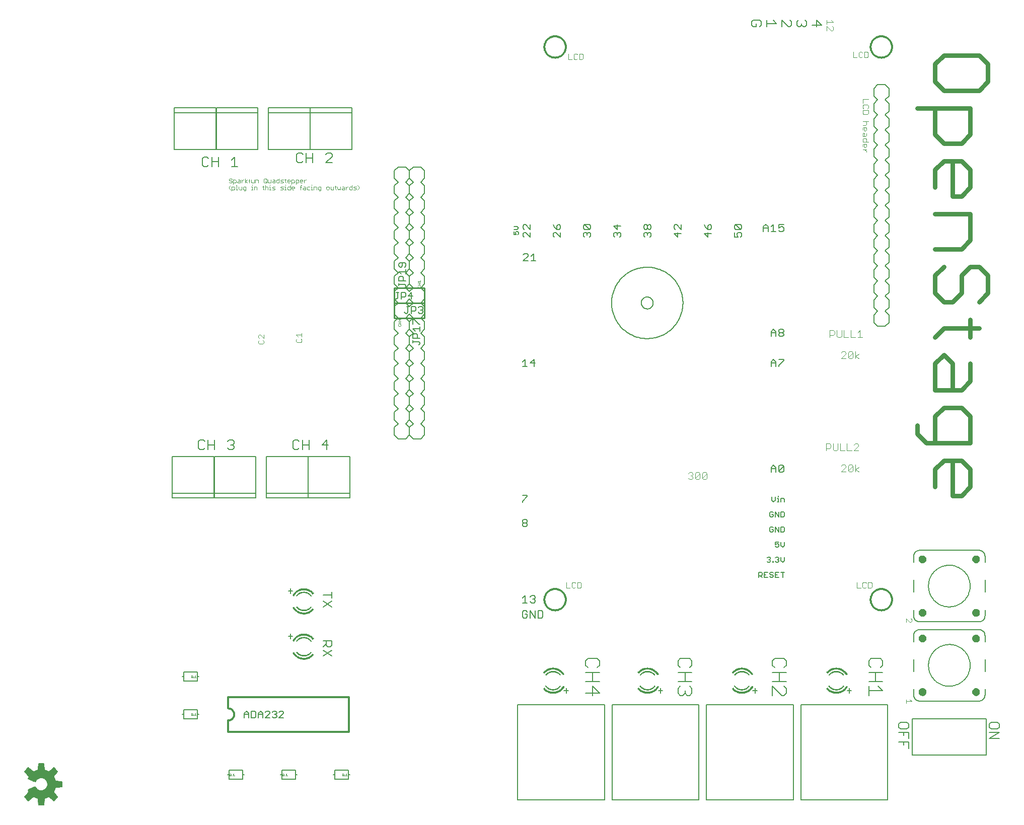
<source format=gto>
G75*
%MOIN*%
%OFA0B0*%
%FSLAX24Y24*%
%IPPOS*%
%LPD*%
%AMOC8*
5,1,8,0,0,1.08239X$1,22.5*
%
%ADD10C,0.0100*%
%ADD11C,0.0120*%
%ADD12C,0.0080*%
%ADD13C,0.0300*%
%ADD14C,0.0060*%
%ADD15C,0.0030*%
%ADD16C,0.0020*%
%ADD17C,0.0040*%
%ADD18C,0.0050*%
%ADD19C,0.0006*%
%ADD20C,0.0010*%
%ADD21C,0.0070*%
%ADD22C,0.0059*%
%ADD23C,0.0276*%
D10*
X027613Y033555D02*
X029613Y033555D01*
X029613Y034555D01*
X027613Y034555D01*
X027613Y033555D01*
X027613Y034555D02*
X027613Y035555D01*
X029613Y035555D01*
X029613Y034555D01*
D11*
X037556Y051505D02*
X037558Y051558D01*
X037564Y051610D01*
X037574Y051662D01*
X037587Y051713D01*
X037605Y051763D01*
X037626Y051812D01*
X037651Y051859D01*
X037679Y051903D01*
X037710Y051946D01*
X037745Y051986D01*
X037782Y052023D01*
X037822Y052058D01*
X037865Y052089D01*
X037910Y052117D01*
X037956Y052142D01*
X038005Y052163D01*
X038055Y052181D01*
X038106Y052194D01*
X038158Y052204D01*
X038210Y052210D01*
X038263Y052212D01*
X038316Y052210D01*
X038368Y052204D01*
X038420Y052194D01*
X038471Y052181D01*
X038521Y052163D01*
X038570Y052142D01*
X038617Y052117D01*
X038661Y052089D01*
X038704Y052058D01*
X038744Y052023D01*
X038781Y051986D01*
X038816Y051946D01*
X038847Y051903D01*
X038875Y051858D01*
X038900Y051812D01*
X038921Y051763D01*
X038939Y051713D01*
X038952Y051662D01*
X038962Y051610D01*
X038968Y051558D01*
X038970Y051505D01*
X038968Y051452D01*
X038962Y051400D01*
X038952Y051348D01*
X038939Y051297D01*
X038921Y051247D01*
X038900Y051198D01*
X038875Y051151D01*
X038847Y051107D01*
X038816Y051064D01*
X038781Y051024D01*
X038744Y050987D01*
X038704Y050952D01*
X038661Y050921D01*
X038616Y050893D01*
X038570Y050868D01*
X038521Y050847D01*
X038471Y050829D01*
X038420Y050816D01*
X038368Y050806D01*
X038316Y050800D01*
X038263Y050798D01*
X038210Y050800D01*
X038158Y050806D01*
X038106Y050816D01*
X038055Y050829D01*
X038005Y050847D01*
X037956Y050868D01*
X037909Y050893D01*
X037865Y050921D01*
X037822Y050952D01*
X037782Y050987D01*
X037745Y051024D01*
X037710Y051064D01*
X037679Y051107D01*
X037651Y051152D01*
X037626Y051198D01*
X037605Y051247D01*
X037587Y051297D01*
X037574Y051348D01*
X037564Y051400D01*
X037558Y051452D01*
X037556Y051505D01*
X059156Y051505D02*
X059158Y051558D01*
X059164Y051610D01*
X059174Y051662D01*
X059187Y051713D01*
X059205Y051763D01*
X059226Y051812D01*
X059251Y051859D01*
X059279Y051903D01*
X059310Y051946D01*
X059345Y051986D01*
X059382Y052023D01*
X059422Y052058D01*
X059465Y052089D01*
X059510Y052117D01*
X059556Y052142D01*
X059605Y052163D01*
X059655Y052181D01*
X059706Y052194D01*
X059758Y052204D01*
X059810Y052210D01*
X059863Y052212D01*
X059916Y052210D01*
X059968Y052204D01*
X060020Y052194D01*
X060071Y052181D01*
X060121Y052163D01*
X060170Y052142D01*
X060217Y052117D01*
X060261Y052089D01*
X060304Y052058D01*
X060344Y052023D01*
X060381Y051986D01*
X060416Y051946D01*
X060447Y051903D01*
X060475Y051858D01*
X060500Y051812D01*
X060521Y051763D01*
X060539Y051713D01*
X060552Y051662D01*
X060562Y051610D01*
X060568Y051558D01*
X060570Y051505D01*
X060568Y051452D01*
X060562Y051400D01*
X060552Y051348D01*
X060539Y051297D01*
X060521Y051247D01*
X060500Y051198D01*
X060475Y051151D01*
X060447Y051107D01*
X060416Y051064D01*
X060381Y051024D01*
X060344Y050987D01*
X060304Y050952D01*
X060261Y050921D01*
X060216Y050893D01*
X060170Y050868D01*
X060121Y050847D01*
X060071Y050829D01*
X060020Y050816D01*
X059968Y050806D01*
X059916Y050800D01*
X059863Y050798D01*
X059810Y050800D01*
X059758Y050806D01*
X059706Y050816D01*
X059655Y050829D01*
X059605Y050847D01*
X059556Y050868D01*
X059509Y050893D01*
X059465Y050921D01*
X059422Y050952D01*
X059382Y050987D01*
X059345Y051024D01*
X059310Y051064D01*
X059279Y051107D01*
X059251Y051152D01*
X059226Y051198D01*
X059205Y051247D01*
X059187Y051297D01*
X059174Y051348D01*
X059164Y051400D01*
X059158Y051452D01*
X059156Y051505D01*
X059156Y014905D02*
X059158Y014958D01*
X059164Y015010D01*
X059174Y015062D01*
X059187Y015113D01*
X059205Y015163D01*
X059226Y015212D01*
X059251Y015259D01*
X059279Y015303D01*
X059310Y015346D01*
X059345Y015386D01*
X059382Y015423D01*
X059422Y015458D01*
X059465Y015489D01*
X059510Y015517D01*
X059556Y015542D01*
X059605Y015563D01*
X059655Y015581D01*
X059706Y015594D01*
X059758Y015604D01*
X059810Y015610D01*
X059863Y015612D01*
X059916Y015610D01*
X059968Y015604D01*
X060020Y015594D01*
X060071Y015581D01*
X060121Y015563D01*
X060170Y015542D01*
X060217Y015517D01*
X060261Y015489D01*
X060304Y015458D01*
X060344Y015423D01*
X060381Y015386D01*
X060416Y015346D01*
X060447Y015303D01*
X060475Y015258D01*
X060500Y015212D01*
X060521Y015163D01*
X060539Y015113D01*
X060552Y015062D01*
X060562Y015010D01*
X060568Y014958D01*
X060570Y014905D01*
X060568Y014852D01*
X060562Y014800D01*
X060552Y014748D01*
X060539Y014697D01*
X060521Y014647D01*
X060500Y014598D01*
X060475Y014551D01*
X060447Y014507D01*
X060416Y014464D01*
X060381Y014424D01*
X060344Y014387D01*
X060304Y014352D01*
X060261Y014321D01*
X060216Y014293D01*
X060170Y014268D01*
X060121Y014247D01*
X060071Y014229D01*
X060020Y014216D01*
X059968Y014206D01*
X059916Y014200D01*
X059863Y014198D01*
X059810Y014200D01*
X059758Y014206D01*
X059706Y014216D01*
X059655Y014229D01*
X059605Y014247D01*
X059556Y014268D01*
X059509Y014293D01*
X059465Y014321D01*
X059422Y014352D01*
X059382Y014387D01*
X059345Y014424D01*
X059310Y014464D01*
X059279Y014507D01*
X059251Y014552D01*
X059226Y014598D01*
X059205Y014647D01*
X059187Y014697D01*
X059174Y014748D01*
X059164Y014800D01*
X059158Y014852D01*
X059156Y014905D01*
X037556Y014905D02*
X037558Y014958D01*
X037564Y015010D01*
X037574Y015062D01*
X037587Y015113D01*
X037605Y015163D01*
X037626Y015212D01*
X037651Y015259D01*
X037679Y015303D01*
X037710Y015346D01*
X037745Y015386D01*
X037782Y015423D01*
X037822Y015458D01*
X037865Y015489D01*
X037910Y015517D01*
X037956Y015542D01*
X038005Y015563D01*
X038055Y015581D01*
X038106Y015594D01*
X038158Y015604D01*
X038210Y015610D01*
X038263Y015612D01*
X038316Y015610D01*
X038368Y015604D01*
X038420Y015594D01*
X038471Y015581D01*
X038521Y015563D01*
X038570Y015542D01*
X038617Y015517D01*
X038661Y015489D01*
X038704Y015458D01*
X038744Y015423D01*
X038781Y015386D01*
X038816Y015346D01*
X038847Y015303D01*
X038875Y015258D01*
X038900Y015212D01*
X038921Y015163D01*
X038939Y015113D01*
X038952Y015062D01*
X038962Y015010D01*
X038968Y014958D01*
X038970Y014905D01*
X038968Y014852D01*
X038962Y014800D01*
X038952Y014748D01*
X038939Y014697D01*
X038921Y014647D01*
X038900Y014598D01*
X038875Y014551D01*
X038847Y014507D01*
X038816Y014464D01*
X038781Y014424D01*
X038744Y014387D01*
X038704Y014352D01*
X038661Y014321D01*
X038616Y014293D01*
X038570Y014268D01*
X038521Y014247D01*
X038471Y014229D01*
X038420Y014216D01*
X038368Y014206D01*
X038316Y014200D01*
X038263Y014198D01*
X038210Y014200D01*
X038158Y014206D01*
X038106Y014216D01*
X038055Y014229D01*
X038005Y014247D01*
X037956Y014268D01*
X037909Y014293D01*
X037865Y014321D01*
X037822Y014352D01*
X037782Y014387D01*
X037745Y014424D01*
X037710Y014464D01*
X037679Y014507D01*
X037651Y014552D01*
X037626Y014598D01*
X037605Y014647D01*
X037587Y014697D01*
X037574Y014748D01*
X037564Y014800D01*
X037558Y014852D01*
X037556Y014905D01*
X024613Y008455D02*
X024613Y006155D01*
X016613Y006155D01*
X016613Y006905D01*
X016652Y006907D01*
X016691Y006913D01*
X016729Y006922D01*
X016766Y006935D01*
X016802Y006952D01*
X016835Y006972D01*
X016867Y006996D01*
X016896Y007022D01*
X016922Y007051D01*
X016946Y007083D01*
X016966Y007116D01*
X016983Y007152D01*
X016996Y007189D01*
X017005Y007227D01*
X017011Y007266D01*
X017013Y007305D01*
X017011Y007344D01*
X017005Y007383D01*
X016996Y007421D01*
X016983Y007458D01*
X016966Y007494D01*
X016946Y007527D01*
X016922Y007559D01*
X016896Y007588D01*
X016867Y007614D01*
X016835Y007638D01*
X016802Y007658D01*
X016766Y007675D01*
X016729Y007688D01*
X016691Y007697D01*
X016652Y007703D01*
X016613Y007705D01*
X016613Y008455D01*
X024613Y008455D01*
D12*
X024562Y003605D02*
X023664Y003605D01*
X023664Y003305D01*
X023564Y003305D01*
X023664Y003305D02*
X023664Y003005D01*
X024562Y003005D01*
X024562Y003305D01*
X024662Y003305D01*
X024562Y003305D02*
X024562Y003605D01*
X021162Y003305D02*
X021062Y003305D01*
X021062Y003005D01*
X020164Y003005D01*
X020164Y003305D01*
X020064Y003305D01*
X020164Y003305D02*
X020164Y003605D01*
X021062Y003605D01*
X021062Y003305D01*
X017662Y003305D02*
X017562Y003305D01*
X017562Y003005D01*
X016664Y003005D01*
X016664Y003305D01*
X016564Y003305D01*
X016664Y003305D02*
X016664Y003605D01*
X017562Y003605D01*
X017562Y003305D01*
X014562Y007005D02*
X013664Y007005D01*
X013664Y007305D01*
X013564Y007305D01*
X013664Y007305D02*
X013664Y007605D01*
X014562Y007605D01*
X014562Y007305D01*
X014662Y007305D01*
X014562Y007305D02*
X014562Y007005D01*
X014562Y009505D02*
X013664Y009505D01*
X013664Y009805D01*
X013564Y009805D01*
X013664Y009805D02*
X013664Y010105D01*
X014562Y010105D01*
X014562Y009805D01*
X014662Y009805D01*
X014562Y009805D02*
X014562Y009505D01*
X015680Y021638D02*
X012924Y021638D01*
X012924Y021953D01*
X015680Y021953D01*
X015680Y021638D01*
X015694Y021638D02*
X015694Y021953D01*
X018450Y021953D01*
X018450Y021638D01*
X015694Y021638D01*
X015694Y021953D02*
X015694Y024394D01*
X018450Y024394D01*
X018450Y021953D01*
X019154Y021953D02*
X019154Y021638D01*
X021910Y021638D01*
X021910Y021953D01*
X019154Y021953D01*
X019154Y024394D01*
X021910Y024394D01*
X021910Y021953D01*
X021924Y021953D02*
X024680Y021953D01*
X024680Y021638D01*
X021924Y021638D01*
X021924Y021953D01*
X021924Y024394D01*
X024680Y024394D01*
X024680Y021953D01*
X027863Y025555D02*
X027613Y025805D01*
X027613Y026305D01*
X027863Y026555D01*
X027613Y026805D01*
X027613Y027305D01*
X027863Y027555D01*
X027613Y027805D01*
X027613Y028305D01*
X027863Y028555D01*
X027613Y028805D01*
X027613Y029305D01*
X027863Y029555D01*
X027613Y029805D01*
X027613Y030305D01*
X027863Y030555D01*
X027613Y030805D01*
X027613Y031305D01*
X027863Y031555D01*
X027613Y031805D01*
X027613Y032305D01*
X027863Y032555D01*
X027613Y032805D01*
X027613Y033305D01*
X027863Y033555D01*
X028363Y033555D01*
X028613Y033805D01*
X028863Y033555D01*
X029363Y033555D01*
X029613Y033805D01*
X029613Y034305D01*
X029363Y034555D01*
X028863Y034555D01*
X028613Y034305D01*
X028363Y034555D01*
X027863Y034555D01*
X027613Y034305D01*
X027613Y033805D01*
X027863Y033555D01*
X028363Y033555D01*
X028613Y033305D01*
X028613Y032805D01*
X028863Y032555D01*
X028613Y032305D01*
X028613Y031805D01*
X028863Y031555D01*
X028613Y031305D01*
X028613Y030805D01*
X028863Y030555D01*
X028613Y030305D01*
X028613Y029805D01*
X028863Y029555D01*
X028613Y029305D01*
X028613Y028805D01*
X028863Y028555D01*
X028613Y028305D01*
X028613Y027805D01*
X028863Y027555D01*
X028613Y027305D01*
X028613Y026805D01*
X028863Y026555D01*
X028613Y026305D01*
X028613Y025805D01*
X028863Y025555D01*
X029363Y025555D01*
X029613Y025805D01*
X029613Y026305D01*
X029363Y026555D01*
X029613Y026805D01*
X029613Y027305D01*
X029363Y027555D01*
X029613Y027805D01*
X029613Y028305D01*
X029363Y028555D01*
X029613Y028805D01*
X029613Y029305D01*
X029363Y029555D01*
X029613Y029805D01*
X029613Y030305D01*
X029363Y030555D01*
X029613Y030805D01*
X029613Y031305D01*
X029363Y031555D01*
X029613Y031805D01*
X029613Y032305D01*
X029363Y032555D01*
X029613Y032805D01*
X029613Y033305D01*
X029363Y033555D01*
X028863Y033555D01*
X028613Y033305D01*
X028613Y032805D01*
X028363Y032555D01*
X028613Y032305D01*
X028613Y031805D01*
X028363Y031555D01*
X028613Y031305D01*
X028613Y030805D01*
X028363Y030555D01*
X028613Y030305D01*
X028613Y029805D01*
X028363Y029555D01*
X028613Y029305D01*
X028613Y028805D01*
X028363Y028555D01*
X028613Y028305D01*
X028613Y027805D01*
X028363Y027555D01*
X028613Y027305D01*
X028613Y026805D01*
X028363Y026555D01*
X028613Y026305D01*
X028613Y025805D01*
X028363Y025555D01*
X027863Y025555D01*
X036103Y021825D02*
X036424Y021825D01*
X036424Y021745D01*
X036103Y021425D01*
X036103Y021345D01*
X036183Y020225D02*
X036343Y020225D01*
X036424Y020145D01*
X036424Y020065D01*
X036343Y019985D01*
X036183Y019985D01*
X036103Y020065D01*
X036103Y020145D01*
X036183Y020225D01*
X036183Y019985D02*
X036103Y019905D01*
X036103Y019825D01*
X036183Y019745D01*
X036343Y019745D01*
X036424Y019825D01*
X036424Y019905D01*
X036343Y019985D01*
X036263Y015175D02*
X036263Y014695D01*
X036103Y014695D02*
X036424Y014695D01*
X036619Y014775D02*
X036699Y014695D01*
X036859Y014695D01*
X036939Y014775D01*
X036939Y014855D01*
X036859Y014935D01*
X036779Y014935D01*
X036859Y014935D02*
X036939Y015015D01*
X036939Y015095D01*
X036859Y015175D01*
X036699Y015175D01*
X036619Y015095D01*
X036263Y015175D02*
X036103Y015015D01*
X036183Y014175D02*
X036103Y014095D01*
X036103Y013775D01*
X036183Y013695D01*
X036343Y013695D01*
X036424Y013775D01*
X036424Y013935D01*
X036263Y013935D01*
X036424Y014095D02*
X036343Y014175D01*
X036183Y014175D01*
X036619Y014175D02*
X036939Y013695D01*
X036939Y014175D01*
X037135Y014175D02*
X037135Y013695D01*
X037375Y013695D01*
X037455Y013775D01*
X037455Y014095D01*
X037375Y014175D01*
X037135Y014175D01*
X036619Y014175D02*
X036619Y013695D01*
X040278Y010862D02*
X040432Y011015D01*
X041046Y011015D01*
X041199Y010862D01*
X041199Y010555D01*
X041046Y010401D01*
X041199Y010094D02*
X040278Y010094D01*
X040432Y010401D02*
X040278Y010555D01*
X040278Y010862D01*
X040739Y010094D02*
X040739Y009480D01*
X040739Y009173D02*
X040739Y008560D01*
X041199Y008713D02*
X040739Y009173D01*
X041199Y009480D02*
X040278Y009480D01*
X040278Y008713D02*
X041199Y008713D01*
X046403Y008713D02*
X046403Y009020D01*
X046557Y009173D01*
X046403Y009480D02*
X047324Y009480D01*
X047171Y009173D02*
X047324Y009020D01*
X047324Y008713D01*
X047171Y008560D01*
X047017Y008560D01*
X046864Y008713D01*
X046710Y008560D01*
X046557Y008560D01*
X046403Y008713D01*
X046864Y008713D02*
X046864Y008866D01*
X046864Y009480D02*
X046864Y010094D01*
X047171Y010401D02*
X047324Y010555D01*
X047324Y010862D01*
X047171Y011015D01*
X046557Y011015D01*
X046403Y010862D01*
X046403Y010555D01*
X046557Y010401D01*
X046403Y010094D02*
X047324Y010094D01*
X052653Y010094D02*
X053574Y010094D01*
X053421Y010401D02*
X053574Y010555D01*
X053574Y010862D01*
X053421Y011015D01*
X052807Y011015D01*
X052653Y010862D01*
X052653Y010555D01*
X052807Y010401D01*
X053114Y010094D02*
X053114Y009480D01*
X053421Y009173D02*
X053574Y009020D01*
X053574Y008713D01*
X053421Y008560D01*
X053267Y008560D01*
X052653Y009173D01*
X052653Y008560D01*
X052653Y009480D02*
X053574Y009480D01*
X059028Y009480D02*
X059949Y009480D01*
X059642Y009173D02*
X059949Y008866D01*
X059028Y008866D01*
X059028Y008560D02*
X059028Y009173D01*
X059489Y009480D02*
X059489Y010094D01*
X059796Y010401D02*
X059949Y010555D01*
X059949Y010862D01*
X059796Y011015D01*
X059182Y011015D01*
X059028Y010862D01*
X059028Y010555D01*
X059182Y010401D01*
X059028Y010094D02*
X059949Y010094D01*
X062001Y010161D02*
X062001Y010949D01*
X062001Y012130D02*
X062001Y012524D01*
X062003Y012563D01*
X062009Y012601D01*
X062018Y012638D01*
X062031Y012675D01*
X062048Y012710D01*
X062067Y012743D01*
X062090Y012774D01*
X062116Y012803D01*
X062145Y012829D01*
X062176Y012852D01*
X062209Y012871D01*
X062244Y012888D01*
X062281Y012901D01*
X062318Y012910D01*
X062356Y012916D01*
X062395Y012918D01*
X062395Y012917D02*
X066332Y012917D01*
X066332Y012918D02*
X066371Y012916D01*
X066409Y012910D01*
X066446Y012901D01*
X066483Y012888D01*
X066518Y012871D01*
X066551Y012852D01*
X066582Y012829D01*
X066611Y012803D01*
X066637Y012774D01*
X066660Y012743D01*
X066679Y012710D01*
X066696Y012675D01*
X066709Y012638D01*
X066718Y012601D01*
X066724Y012563D01*
X066726Y012524D01*
X066725Y012524D02*
X066725Y012130D01*
X066725Y010949D02*
X066725Y010161D01*
X066725Y008980D02*
X066725Y008586D01*
X066726Y008586D02*
X066724Y008547D01*
X066718Y008509D01*
X066709Y008472D01*
X066696Y008435D01*
X066679Y008400D01*
X066660Y008367D01*
X066637Y008336D01*
X066611Y008307D01*
X066582Y008281D01*
X066551Y008258D01*
X066518Y008239D01*
X066483Y008222D01*
X066446Y008209D01*
X066409Y008200D01*
X066371Y008194D01*
X066332Y008192D01*
X066332Y008193D02*
X062395Y008193D01*
X062395Y008192D02*
X062356Y008194D01*
X062318Y008200D01*
X062281Y008209D01*
X062244Y008222D01*
X062209Y008239D01*
X062176Y008258D01*
X062145Y008281D01*
X062116Y008307D01*
X062090Y008336D01*
X062067Y008367D01*
X062048Y008400D01*
X062031Y008435D01*
X062018Y008472D01*
X062009Y008509D01*
X062003Y008547D01*
X062001Y008586D01*
X062001Y008980D01*
X062985Y010555D02*
X062987Y010629D01*
X062993Y010703D01*
X063003Y010776D01*
X063017Y010849D01*
X063034Y010921D01*
X063056Y010991D01*
X063081Y011061D01*
X063110Y011129D01*
X063143Y011195D01*
X063179Y011260D01*
X063219Y011322D01*
X063261Y011383D01*
X063307Y011441D01*
X063356Y011496D01*
X063408Y011549D01*
X063463Y011599D01*
X063520Y011645D01*
X063580Y011689D01*
X063642Y011729D01*
X063706Y011766D01*
X063772Y011800D01*
X063840Y011830D01*
X063909Y011856D01*
X063980Y011879D01*
X064051Y011897D01*
X064124Y011912D01*
X064197Y011923D01*
X064271Y011930D01*
X064345Y011933D01*
X064418Y011932D01*
X064492Y011927D01*
X064566Y011918D01*
X064639Y011905D01*
X064711Y011888D01*
X064782Y011868D01*
X064852Y011843D01*
X064920Y011815D01*
X064987Y011784D01*
X065052Y011748D01*
X065115Y011710D01*
X065176Y011668D01*
X065235Y011622D01*
X065291Y011574D01*
X065344Y011523D01*
X065394Y011469D01*
X065442Y011412D01*
X065486Y011353D01*
X065528Y011291D01*
X065566Y011228D01*
X065600Y011162D01*
X065631Y011095D01*
X065658Y011026D01*
X065681Y010956D01*
X065701Y010885D01*
X065717Y010812D01*
X065729Y010739D01*
X065737Y010666D01*
X065741Y010592D01*
X065741Y010518D01*
X065737Y010444D01*
X065729Y010371D01*
X065717Y010298D01*
X065701Y010225D01*
X065681Y010154D01*
X065658Y010084D01*
X065631Y010015D01*
X065600Y009948D01*
X065566Y009882D01*
X065528Y009819D01*
X065486Y009757D01*
X065442Y009698D01*
X065394Y009641D01*
X065344Y009587D01*
X065291Y009536D01*
X065235Y009488D01*
X065176Y009442D01*
X065115Y009400D01*
X065052Y009362D01*
X064987Y009326D01*
X064920Y009295D01*
X064852Y009267D01*
X064782Y009242D01*
X064711Y009222D01*
X064639Y009205D01*
X064566Y009192D01*
X064492Y009183D01*
X064418Y009178D01*
X064345Y009177D01*
X064271Y009180D01*
X064197Y009187D01*
X064124Y009198D01*
X064051Y009213D01*
X063980Y009231D01*
X063909Y009254D01*
X063840Y009280D01*
X063772Y009310D01*
X063706Y009344D01*
X063642Y009381D01*
X063580Y009421D01*
X063520Y009465D01*
X063463Y009511D01*
X063408Y009561D01*
X063356Y009614D01*
X063307Y009669D01*
X063261Y009727D01*
X063219Y009788D01*
X063179Y009850D01*
X063143Y009915D01*
X063110Y009981D01*
X063081Y010049D01*
X063056Y010119D01*
X063034Y010189D01*
X063017Y010261D01*
X063003Y010334D01*
X062993Y010407D01*
X062987Y010481D01*
X062985Y010555D01*
X062395Y013443D02*
X066332Y013443D01*
X066332Y013442D02*
X066371Y013444D01*
X066409Y013450D01*
X066446Y013459D01*
X066483Y013472D01*
X066518Y013489D01*
X066551Y013508D01*
X066582Y013531D01*
X066611Y013557D01*
X066637Y013586D01*
X066660Y013617D01*
X066679Y013650D01*
X066696Y013685D01*
X066709Y013722D01*
X066718Y013759D01*
X066724Y013797D01*
X066726Y013836D01*
X066725Y013836D02*
X066725Y014230D01*
X066725Y015411D02*
X066725Y016199D01*
X066725Y017380D02*
X066725Y017774D01*
X066726Y017774D02*
X066724Y017813D01*
X066718Y017851D01*
X066709Y017888D01*
X066696Y017925D01*
X066679Y017960D01*
X066660Y017993D01*
X066637Y018024D01*
X066611Y018053D01*
X066582Y018079D01*
X066551Y018102D01*
X066518Y018121D01*
X066483Y018138D01*
X066446Y018151D01*
X066409Y018160D01*
X066371Y018166D01*
X066332Y018168D01*
X066332Y018167D02*
X062395Y018167D01*
X062395Y018168D02*
X062356Y018166D01*
X062318Y018160D01*
X062281Y018151D01*
X062244Y018138D01*
X062209Y018121D01*
X062176Y018102D01*
X062145Y018079D01*
X062116Y018053D01*
X062090Y018024D01*
X062067Y017993D01*
X062048Y017960D01*
X062031Y017925D01*
X062018Y017888D01*
X062009Y017851D01*
X062003Y017813D01*
X062001Y017774D01*
X062001Y017380D01*
X062001Y016199D02*
X062001Y015411D01*
X062001Y014230D02*
X062001Y013836D01*
X062003Y013797D01*
X062009Y013759D01*
X062018Y013722D01*
X062031Y013685D01*
X062048Y013650D01*
X062067Y013617D01*
X062090Y013586D01*
X062116Y013557D01*
X062145Y013531D01*
X062176Y013508D01*
X062209Y013489D01*
X062244Y013472D01*
X062281Y013459D01*
X062318Y013450D01*
X062356Y013444D01*
X062395Y013442D01*
X062985Y015805D02*
X062987Y015879D01*
X062993Y015953D01*
X063003Y016026D01*
X063017Y016099D01*
X063034Y016171D01*
X063056Y016241D01*
X063081Y016311D01*
X063110Y016379D01*
X063143Y016445D01*
X063179Y016510D01*
X063219Y016572D01*
X063261Y016633D01*
X063307Y016691D01*
X063356Y016746D01*
X063408Y016799D01*
X063463Y016849D01*
X063520Y016895D01*
X063580Y016939D01*
X063642Y016979D01*
X063706Y017016D01*
X063772Y017050D01*
X063840Y017080D01*
X063909Y017106D01*
X063980Y017129D01*
X064051Y017147D01*
X064124Y017162D01*
X064197Y017173D01*
X064271Y017180D01*
X064345Y017183D01*
X064418Y017182D01*
X064492Y017177D01*
X064566Y017168D01*
X064639Y017155D01*
X064711Y017138D01*
X064782Y017118D01*
X064852Y017093D01*
X064920Y017065D01*
X064987Y017034D01*
X065052Y016998D01*
X065115Y016960D01*
X065176Y016918D01*
X065235Y016872D01*
X065291Y016824D01*
X065344Y016773D01*
X065394Y016719D01*
X065442Y016662D01*
X065486Y016603D01*
X065528Y016541D01*
X065566Y016478D01*
X065600Y016412D01*
X065631Y016345D01*
X065658Y016276D01*
X065681Y016206D01*
X065701Y016135D01*
X065717Y016062D01*
X065729Y015989D01*
X065737Y015916D01*
X065741Y015842D01*
X065741Y015768D01*
X065737Y015694D01*
X065729Y015621D01*
X065717Y015548D01*
X065701Y015475D01*
X065681Y015404D01*
X065658Y015334D01*
X065631Y015265D01*
X065600Y015198D01*
X065566Y015132D01*
X065528Y015069D01*
X065486Y015007D01*
X065442Y014948D01*
X065394Y014891D01*
X065344Y014837D01*
X065291Y014786D01*
X065235Y014738D01*
X065176Y014692D01*
X065115Y014650D01*
X065052Y014612D01*
X064987Y014576D01*
X064920Y014545D01*
X064852Y014517D01*
X064782Y014492D01*
X064711Y014472D01*
X064639Y014455D01*
X064566Y014442D01*
X064492Y014433D01*
X064418Y014428D01*
X064345Y014427D01*
X064271Y014430D01*
X064197Y014437D01*
X064124Y014448D01*
X064051Y014463D01*
X063980Y014481D01*
X063909Y014504D01*
X063840Y014530D01*
X063772Y014560D01*
X063706Y014594D01*
X063642Y014631D01*
X063580Y014671D01*
X063520Y014715D01*
X063463Y014761D01*
X063408Y014811D01*
X063356Y014864D01*
X063307Y014919D01*
X063261Y014977D01*
X063219Y015038D01*
X063179Y015100D01*
X063143Y015165D01*
X063110Y015231D01*
X063081Y015299D01*
X063056Y015369D01*
X063034Y015439D01*
X063017Y015511D01*
X063003Y015584D01*
X062993Y015657D01*
X062987Y015731D01*
X062985Y015805D01*
X053398Y023415D02*
X053398Y023735D01*
X053078Y023415D01*
X053158Y023335D01*
X053318Y023335D01*
X053398Y023415D01*
X053398Y023735D02*
X053318Y023815D01*
X053158Y023815D01*
X053078Y023735D01*
X053078Y023415D01*
X052882Y023335D02*
X052882Y023655D01*
X052722Y023815D01*
X052562Y023655D01*
X052562Y023335D01*
X052562Y023575D02*
X052882Y023575D01*
X052882Y030335D02*
X052882Y030655D01*
X052722Y030815D01*
X052562Y030655D01*
X052562Y030335D01*
X052562Y030575D02*
X052882Y030575D01*
X053078Y030415D02*
X053398Y030735D01*
X053398Y030815D01*
X053078Y030815D01*
X053078Y030415D02*
X053078Y030335D01*
X053158Y032335D02*
X053078Y032415D01*
X053078Y032495D01*
X053158Y032575D01*
X053318Y032575D01*
X053398Y032495D01*
X053398Y032415D01*
X053318Y032335D01*
X053158Y032335D01*
X053158Y032575D02*
X053078Y032655D01*
X053078Y032735D01*
X053158Y032815D01*
X053318Y032815D01*
X053398Y032735D01*
X053398Y032655D01*
X053318Y032575D01*
X052882Y032575D02*
X052562Y032575D01*
X052562Y032655D02*
X052722Y032815D01*
X052882Y032655D01*
X052882Y032335D01*
X052562Y032335D02*
X052562Y032655D01*
X059363Y033255D02*
X059613Y033005D01*
X060113Y033005D01*
X060363Y033255D01*
X060363Y033755D01*
X060113Y034005D01*
X060363Y034255D01*
X060363Y034755D01*
X060113Y035005D01*
X060363Y035255D01*
X060363Y035755D01*
X060113Y036005D01*
X060363Y036255D01*
X060363Y036755D01*
X060113Y037005D01*
X060363Y037255D01*
X060363Y037755D01*
X060113Y038005D01*
X060363Y038255D01*
X060363Y038755D01*
X060113Y039005D01*
X060363Y039255D01*
X060363Y039755D01*
X060113Y040005D01*
X060363Y040255D01*
X060363Y040755D01*
X060113Y041005D01*
X060363Y041255D01*
X060363Y041755D01*
X060113Y042005D01*
X060363Y042255D01*
X060363Y042755D01*
X060113Y043005D01*
X060363Y043255D01*
X060363Y043755D01*
X060113Y044005D01*
X060363Y044255D01*
X060363Y044755D01*
X060113Y045005D01*
X060363Y045255D01*
X060363Y045755D01*
X060113Y046005D01*
X060363Y046255D01*
X060363Y046755D01*
X060113Y047005D01*
X060363Y047255D01*
X060363Y047755D01*
X060113Y048005D01*
X060363Y048255D01*
X060363Y048755D01*
X060113Y049005D01*
X059613Y049005D01*
X059363Y048755D01*
X059363Y048255D01*
X059613Y048005D01*
X059363Y047755D01*
X059363Y047255D01*
X059613Y047005D01*
X059363Y046755D01*
X059363Y046255D01*
X059613Y046005D01*
X059363Y045755D01*
X059363Y045255D01*
X059613Y045005D01*
X059363Y044755D01*
X059363Y044255D01*
X059613Y044005D01*
X059363Y043755D01*
X059363Y043255D01*
X059613Y043005D01*
X059363Y042755D01*
X059363Y042255D01*
X059613Y042005D01*
X059363Y041755D01*
X059363Y041255D01*
X059613Y041005D01*
X059363Y040755D01*
X059363Y040255D01*
X059613Y040005D01*
X059363Y039755D01*
X059363Y039255D01*
X059613Y039005D01*
X059363Y038755D01*
X059363Y038255D01*
X059613Y038005D01*
X059363Y037755D01*
X059363Y037255D01*
X059613Y037005D01*
X059363Y036755D01*
X059363Y036255D01*
X059613Y036005D01*
X059363Y035755D01*
X059363Y035255D01*
X059613Y035005D01*
X059363Y034755D01*
X059363Y034255D01*
X059613Y034005D01*
X059363Y033755D01*
X059363Y033255D01*
X053318Y039285D02*
X053158Y039285D01*
X053078Y039365D01*
X053078Y039525D02*
X053238Y039605D01*
X053318Y039605D01*
X053398Y039525D01*
X053398Y039365D01*
X053318Y039285D01*
X053078Y039525D02*
X053078Y039765D01*
X053398Y039765D01*
X052722Y039765D02*
X052722Y039285D01*
X052562Y039285D02*
X052882Y039285D01*
X052562Y039605D02*
X052722Y039765D01*
X052367Y039605D02*
X052367Y039285D01*
X052367Y039525D02*
X052046Y039525D01*
X052046Y039605D02*
X052206Y039765D01*
X052367Y039605D01*
X052046Y039605D02*
X052046Y039285D01*
X050623Y039145D02*
X050623Y038985D01*
X050543Y038905D01*
X050383Y038905D02*
X050303Y039065D01*
X050303Y039145D01*
X050383Y039225D01*
X050543Y039225D01*
X050623Y039145D01*
X050543Y039421D02*
X050223Y039741D01*
X050543Y039741D01*
X050623Y039661D01*
X050623Y039501D01*
X050543Y039421D01*
X050223Y039421D01*
X050143Y039501D01*
X050143Y039661D01*
X050223Y039741D01*
X050143Y039225D02*
X050143Y038905D01*
X050383Y038905D01*
X048623Y039145D02*
X048143Y039145D01*
X048383Y038905D01*
X048383Y039225D01*
X048383Y039421D02*
X048383Y039661D01*
X048463Y039741D01*
X048543Y039741D01*
X048623Y039661D01*
X048623Y039501D01*
X048543Y039421D01*
X048383Y039421D01*
X048223Y039581D01*
X048143Y039741D01*
X046623Y039741D02*
X046623Y039421D01*
X046303Y039741D01*
X046223Y039741D01*
X046143Y039661D01*
X046143Y039501D01*
X046223Y039421D01*
X046383Y039225D02*
X046383Y038905D01*
X046143Y039145D01*
X046623Y039145D01*
X044623Y039145D02*
X044623Y038985D01*
X044543Y038905D01*
X044383Y039065D02*
X044383Y039145D01*
X044463Y039225D01*
X044543Y039225D01*
X044623Y039145D01*
X044383Y039145D02*
X044303Y039225D01*
X044223Y039225D01*
X044143Y039145D01*
X044143Y038985D01*
X044223Y038905D01*
X044223Y039421D02*
X044303Y039421D01*
X044383Y039501D01*
X044383Y039661D01*
X044463Y039741D01*
X044543Y039741D01*
X044623Y039661D01*
X044623Y039501D01*
X044543Y039421D01*
X044463Y039421D01*
X044383Y039501D01*
X044383Y039661D02*
X044303Y039741D01*
X044223Y039741D01*
X044143Y039661D01*
X044143Y039501D01*
X044223Y039421D01*
X042623Y039661D02*
X042143Y039661D01*
X042383Y039421D01*
X042383Y039741D01*
X042303Y039225D02*
X042383Y039145D01*
X042463Y039225D01*
X042543Y039225D01*
X042623Y039145D01*
X042623Y038985D01*
X042543Y038905D01*
X042383Y039065D02*
X042383Y039145D01*
X042303Y039225D02*
X042223Y039225D01*
X042143Y039145D01*
X042143Y038985D01*
X042223Y038905D01*
X040623Y038985D02*
X040543Y038905D01*
X040623Y038985D02*
X040623Y039145D01*
X040543Y039225D01*
X040463Y039225D01*
X040383Y039145D01*
X040383Y039065D01*
X040383Y039145D02*
X040303Y039225D01*
X040223Y039225D01*
X040143Y039145D01*
X040143Y038985D01*
X040223Y038905D01*
X040223Y039421D02*
X040143Y039501D01*
X040143Y039661D01*
X040223Y039741D01*
X040543Y039421D01*
X040623Y039501D01*
X040623Y039661D01*
X040543Y039741D01*
X040223Y039741D01*
X040223Y039421D02*
X040543Y039421D01*
X038623Y039501D02*
X038623Y039661D01*
X038543Y039741D01*
X038463Y039741D01*
X038383Y039661D01*
X038383Y039421D01*
X038543Y039421D01*
X038623Y039501D01*
X038383Y039421D02*
X038223Y039581D01*
X038143Y039741D01*
X038223Y039225D02*
X038143Y039145D01*
X038143Y038985D01*
X038223Y038905D01*
X038223Y039225D02*
X038303Y039225D01*
X038623Y038905D01*
X038623Y039225D01*
X036623Y039225D02*
X036623Y038905D01*
X036303Y039225D01*
X036223Y039225D01*
X036143Y039145D01*
X036143Y038985D01*
X036223Y038905D01*
X036223Y039421D02*
X036143Y039501D01*
X036143Y039661D01*
X036223Y039741D01*
X036303Y039741D01*
X036623Y039421D01*
X036623Y039741D01*
X036829Y037825D02*
X036829Y037345D01*
X036669Y037345D02*
X036989Y037345D01*
X036669Y037665D02*
X036829Y037825D01*
X036474Y037745D02*
X036393Y037825D01*
X036233Y037825D01*
X036153Y037745D01*
X036474Y037745D02*
X036474Y037665D01*
X036153Y037345D01*
X036474Y037345D01*
X029613Y037305D02*
X029613Y036805D01*
X029363Y036555D01*
X029613Y036305D01*
X029613Y035805D01*
X029363Y035555D01*
X028863Y035555D01*
X028613Y035305D01*
X028363Y035555D01*
X027863Y035555D01*
X027613Y035305D01*
X027613Y034805D01*
X027863Y034555D01*
X028363Y034555D01*
X028613Y034805D01*
X028863Y034555D01*
X029363Y034555D01*
X029613Y034805D01*
X029613Y035305D01*
X029363Y035555D01*
X028863Y035555D01*
X028613Y035805D01*
X028613Y036305D01*
X028863Y036555D01*
X028613Y036805D01*
X028613Y037305D01*
X028863Y037555D01*
X028613Y037805D01*
X028613Y038305D01*
X028863Y038555D01*
X028613Y038805D01*
X028613Y039305D01*
X028863Y039555D01*
X028613Y039805D01*
X028613Y040305D01*
X028863Y040555D01*
X028613Y040805D01*
X028613Y041305D01*
X028863Y041555D01*
X028613Y041805D01*
X028613Y042305D01*
X028863Y042555D01*
X028613Y042805D01*
X028613Y043305D01*
X028863Y043555D01*
X029363Y043555D01*
X029613Y043305D01*
X029613Y042805D01*
X029363Y042555D01*
X029613Y042305D01*
X029613Y041805D01*
X029363Y041555D01*
X029613Y041305D01*
X029613Y040805D01*
X029363Y040555D01*
X029613Y040305D01*
X029613Y039805D01*
X029363Y039555D01*
X029613Y039305D01*
X029613Y038805D01*
X029363Y038555D01*
X029613Y038305D01*
X029613Y037805D01*
X029363Y037555D01*
X029613Y037305D01*
X028613Y037305D02*
X028613Y036805D01*
X028363Y036555D01*
X028613Y036305D01*
X028613Y035805D01*
X028363Y035555D01*
X027863Y035555D01*
X027613Y035805D01*
X027613Y036305D01*
X027863Y036555D01*
X027613Y036805D01*
X027613Y037305D01*
X027863Y037555D01*
X027613Y037805D01*
X027613Y038305D01*
X027863Y038555D01*
X027613Y038805D01*
X027613Y039305D01*
X027863Y039555D01*
X027613Y039805D01*
X027613Y040305D01*
X027863Y040555D01*
X027613Y040805D01*
X027613Y041305D01*
X027863Y041555D01*
X027613Y041805D01*
X027613Y042305D01*
X027863Y042555D01*
X027613Y042805D01*
X027613Y043305D01*
X027863Y043555D01*
X028363Y043555D01*
X028613Y043305D01*
X028613Y042805D01*
X028363Y042555D01*
X028613Y042305D01*
X028613Y041805D01*
X028363Y041555D01*
X028613Y041305D01*
X028613Y040805D01*
X028363Y040555D01*
X028613Y040305D01*
X028613Y039805D01*
X028363Y039555D01*
X028613Y039305D01*
X028613Y038805D01*
X028363Y038555D01*
X028613Y038305D01*
X028613Y037805D01*
X028363Y037555D01*
X028613Y037305D01*
X036103Y030665D02*
X036263Y030825D01*
X036263Y030345D01*
X036103Y030345D02*
X036424Y030345D01*
X036619Y030585D02*
X036939Y030585D01*
X036859Y030345D02*
X036859Y030825D01*
X036619Y030585D01*
X024802Y044716D02*
X022046Y044716D01*
X022046Y047157D01*
X024802Y047157D01*
X024802Y044716D01*
X024802Y047157D02*
X024802Y047472D01*
X022046Y047472D01*
X022046Y047157D01*
X022032Y047157D02*
X019276Y047157D01*
X019276Y047472D01*
X022032Y047472D01*
X022032Y047157D01*
X022032Y044716D01*
X019276Y044716D01*
X019276Y047157D01*
X018582Y047157D02*
X018582Y047472D01*
X015826Y047472D01*
X015826Y047157D01*
X018582Y047157D01*
X018582Y044716D01*
X015826Y044716D01*
X015826Y047157D01*
X015802Y047157D02*
X013046Y047157D01*
X013046Y047472D01*
X015802Y047472D01*
X015802Y047157D01*
X015802Y044716D01*
X013046Y044716D01*
X013046Y047157D01*
X012924Y024394D02*
X012924Y021953D01*
X012924Y024394D02*
X015680Y024394D01*
X015680Y021953D01*
D13*
X062246Y025877D02*
X062829Y025293D01*
X065749Y025293D01*
X065749Y027045D01*
X065165Y027628D01*
X063997Y027628D01*
X063413Y027045D01*
X063413Y025293D01*
X063997Y024129D02*
X065165Y024129D01*
X065749Y023546D01*
X065749Y022378D01*
X065165Y021794D01*
X064581Y021794D01*
X064581Y024129D01*
X063997Y024129D02*
X063413Y023546D01*
X063413Y022378D01*
X062246Y025877D02*
X062246Y026461D01*
X063413Y028792D02*
X063413Y030544D01*
X063997Y031127D01*
X064581Y030544D01*
X064581Y028792D01*
X065165Y028792D02*
X065749Y029376D01*
X065749Y030544D01*
X065749Y032292D02*
X065749Y033460D01*
X066332Y032876D02*
X063997Y032876D01*
X063413Y032292D01*
X063997Y034624D02*
X063413Y035208D01*
X063413Y036375D01*
X063997Y036959D01*
X063413Y038123D02*
X065165Y038123D01*
X065749Y038707D01*
X065749Y040458D01*
X063413Y040458D01*
X064581Y041622D02*
X064581Y043957D01*
X065165Y043957D02*
X065749Y043373D01*
X065749Y042206D01*
X065165Y041622D01*
X064581Y041622D01*
X063413Y042206D02*
X063413Y043373D01*
X063997Y043957D01*
X065165Y043957D01*
X065165Y045121D02*
X063997Y045121D01*
X063413Y045705D01*
X063413Y047456D01*
X062246Y047456D02*
X065749Y047456D01*
X065749Y045705D01*
X065165Y045121D01*
X063997Y048620D02*
X066332Y048620D01*
X066916Y049204D01*
X066916Y050371D01*
X066332Y050955D01*
X063997Y050955D01*
X063413Y050371D01*
X063413Y049204D01*
X063997Y048620D01*
X065749Y036959D02*
X065165Y036375D01*
X065165Y035208D01*
X064581Y034624D01*
X063997Y034624D01*
X066332Y034624D02*
X066916Y035208D01*
X066916Y036375D01*
X066332Y036959D01*
X065749Y036959D01*
X065165Y028792D02*
X063413Y028792D01*
D14*
X053442Y021555D02*
X053442Y021385D01*
X053442Y021555D02*
X053385Y021612D01*
X053215Y021612D01*
X053215Y021385D01*
X053083Y021385D02*
X052969Y021385D01*
X053026Y021385D02*
X053026Y021612D01*
X052969Y021612D01*
X053026Y021725D02*
X053026Y021782D01*
X052828Y021725D02*
X052828Y021498D01*
X052714Y021385D01*
X052601Y021498D01*
X052601Y021725D01*
X052648Y020725D02*
X052535Y020725D01*
X052478Y020669D01*
X052478Y020442D01*
X052535Y020385D01*
X052648Y020385D01*
X052705Y020442D01*
X052705Y020555D01*
X052592Y020555D01*
X052705Y020669D02*
X052648Y020725D01*
X052847Y020725D02*
X053073Y020385D01*
X053073Y020725D01*
X053215Y020725D02*
X053385Y020725D01*
X053442Y020669D01*
X053442Y020442D01*
X053385Y020385D01*
X053215Y020385D01*
X053215Y020725D01*
X052847Y020725D02*
X052847Y020385D01*
X052847Y019725D02*
X053073Y019385D01*
X053073Y019725D01*
X053215Y019725D02*
X053385Y019725D01*
X053442Y019669D01*
X053442Y019442D01*
X053385Y019385D01*
X053215Y019385D01*
X053215Y019725D01*
X052847Y019725D02*
X052847Y019385D01*
X052705Y019442D02*
X052705Y019555D01*
X052592Y019555D01*
X052705Y019442D02*
X052648Y019385D01*
X052535Y019385D01*
X052478Y019442D01*
X052478Y019669D01*
X052535Y019725D01*
X052648Y019725D01*
X052705Y019669D01*
X052847Y018725D02*
X052847Y018555D01*
X052960Y018612D01*
X053017Y018612D01*
X053073Y018555D01*
X053073Y018442D01*
X053017Y018385D01*
X052903Y018385D01*
X052847Y018442D01*
X052847Y018725D02*
X053073Y018725D01*
X053215Y018725D02*
X053215Y018498D01*
X053328Y018385D01*
X053442Y018498D01*
X053442Y018725D01*
X053442Y017725D02*
X053442Y017498D01*
X053328Y017385D01*
X053215Y017498D01*
X053215Y017725D01*
X053073Y017669D02*
X053073Y017612D01*
X053017Y017555D01*
X053073Y017498D01*
X053073Y017442D01*
X053017Y017385D01*
X052903Y017385D01*
X052847Y017442D01*
X052719Y017442D02*
X052719Y017385D01*
X052662Y017385D01*
X052662Y017442D01*
X052719Y017442D01*
X052521Y017442D02*
X052464Y017385D01*
X052351Y017385D01*
X052294Y017442D01*
X052408Y017555D02*
X052464Y017555D01*
X052521Y017498D01*
X052521Y017442D01*
X052464Y017555D02*
X052521Y017612D01*
X052521Y017669D01*
X052464Y017725D01*
X052351Y017725D01*
X052294Y017669D01*
X052847Y017669D02*
X052903Y017725D01*
X053017Y017725D01*
X053073Y017669D01*
X053017Y017555D02*
X052960Y017555D01*
X052847Y016725D02*
X052847Y016385D01*
X053073Y016385D01*
X052960Y016555D02*
X052847Y016555D01*
X052705Y016498D02*
X052705Y016442D01*
X052648Y016385D01*
X052535Y016385D01*
X052478Y016442D01*
X052535Y016555D02*
X052648Y016555D01*
X052705Y016498D01*
X052705Y016669D02*
X052648Y016725D01*
X052535Y016725D01*
X052478Y016669D01*
X052478Y016612D01*
X052535Y016555D01*
X052337Y016385D02*
X052110Y016385D01*
X052110Y016725D01*
X052337Y016725D01*
X052223Y016555D02*
X052110Y016555D01*
X051969Y016555D02*
X051912Y016498D01*
X051742Y016498D01*
X051742Y016385D02*
X051742Y016725D01*
X051912Y016725D01*
X051969Y016669D01*
X051969Y016555D01*
X051855Y016498D02*
X051969Y016385D01*
X052847Y016725D02*
X053073Y016725D01*
X053215Y016725D02*
X053442Y016725D01*
X053328Y016725D02*
X053328Y016385D01*
X061125Y006775D02*
X061018Y006668D01*
X061018Y006455D01*
X061125Y006348D01*
X061552Y006348D01*
X061659Y006455D01*
X061659Y006668D01*
X061552Y006775D01*
X061125Y006775D01*
X061018Y006130D02*
X061659Y006130D01*
X061659Y005703D01*
X061659Y005486D02*
X061659Y005059D01*
X061339Y005272D02*
X061339Y005486D01*
X061659Y005486D02*
X061018Y005486D01*
X061339Y005917D02*
X061339Y006130D01*
X067018Y006130D02*
X067659Y006130D01*
X067018Y005703D01*
X067659Y005703D01*
X067552Y006348D02*
X067125Y006348D01*
X067018Y006455D01*
X067018Y006668D01*
X067125Y006775D01*
X067552Y006775D01*
X067659Y006668D01*
X067659Y006455D01*
X067552Y006348D01*
X043969Y034555D02*
X043971Y034594D01*
X043977Y034633D01*
X043987Y034671D01*
X044000Y034708D01*
X044017Y034743D01*
X044037Y034777D01*
X044061Y034808D01*
X044088Y034837D01*
X044117Y034863D01*
X044149Y034886D01*
X044183Y034906D01*
X044219Y034922D01*
X044256Y034934D01*
X044295Y034943D01*
X044334Y034948D01*
X044373Y034949D01*
X044412Y034946D01*
X044451Y034939D01*
X044488Y034928D01*
X044525Y034914D01*
X044560Y034896D01*
X044593Y034875D01*
X044624Y034850D01*
X044652Y034823D01*
X044677Y034793D01*
X044699Y034760D01*
X044718Y034726D01*
X044733Y034690D01*
X044745Y034652D01*
X044753Y034614D01*
X044757Y034575D01*
X044757Y034535D01*
X044753Y034496D01*
X044745Y034458D01*
X044733Y034420D01*
X044718Y034384D01*
X044699Y034350D01*
X044677Y034317D01*
X044652Y034287D01*
X044624Y034260D01*
X044593Y034235D01*
X044560Y034214D01*
X044525Y034196D01*
X044488Y034182D01*
X044451Y034171D01*
X044412Y034164D01*
X044373Y034161D01*
X044334Y034162D01*
X044295Y034167D01*
X044256Y034176D01*
X044219Y034188D01*
X044183Y034204D01*
X044149Y034224D01*
X044117Y034247D01*
X044088Y034273D01*
X044061Y034302D01*
X044037Y034333D01*
X044017Y034367D01*
X044000Y034402D01*
X043987Y034439D01*
X043977Y034477D01*
X043971Y034516D01*
X043969Y034555D01*
X042001Y034555D02*
X042003Y034652D01*
X042009Y034749D01*
X042019Y034845D01*
X042033Y034941D01*
X042051Y035037D01*
X042072Y035131D01*
X042098Y035225D01*
X042127Y035317D01*
X042161Y035408D01*
X042197Y035498D01*
X042238Y035586D01*
X042282Y035672D01*
X042330Y035757D01*
X042381Y035839D01*
X042435Y035920D01*
X042493Y035998D01*
X042554Y036073D01*
X042617Y036146D01*
X042684Y036217D01*
X042754Y036284D01*
X042826Y036349D01*
X042901Y036410D01*
X042979Y036469D01*
X043058Y036524D01*
X043140Y036576D01*
X043224Y036624D01*
X043310Y036669D01*
X043398Y036711D01*
X043487Y036749D01*
X043578Y036783D01*
X043670Y036813D01*
X043763Y036840D01*
X043858Y036862D01*
X043953Y036881D01*
X044049Y036896D01*
X044145Y036907D01*
X044242Y036914D01*
X044339Y036917D01*
X044436Y036916D01*
X044533Y036911D01*
X044629Y036902D01*
X044725Y036889D01*
X044821Y036872D01*
X044916Y036851D01*
X045009Y036827D01*
X045102Y036798D01*
X045194Y036766D01*
X045284Y036730D01*
X045372Y036691D01*
X045459Y036647D01*
X045544Y036601D01*
X045627Y036550D01*
X045708Y036497D01*
X045786Y036440D01*
X045863Y036380D01*
X045936Y036317D01*
X046007Y036251D01*
X046075Y036182D01*
X046141Y036110D01*
X046203Y036036D01*
X046262Y035959D01*
X046318Y035880D01*
X046371Y035798D01*
X046421Y035715D01*
X046466Y035629D01*
X046509Y035542D01*
X046548Y035453D01*
X046583Y035363D01*
X046614Y035271D01*
X046641Y035178D01*
X046665Y035084D01*
X046685Y034989D01*
X046701Y034893D01*
X046713Y034797D01*
X046721Y034700D01*
X046725Y034603D01*
X046725Y034507D01*
X046721Y034410D01*
X046713Y034313D01*
X046701Y034217D01*
X046685Y034121D01*
X046665Y034026D01*
X046641Y033932D01*
X046614Y033839D01*
X046583Y033747D01*
X046548Y033657D01*
X046509Y033568D01*
X046466Y033481D01*
X046421Y033395D01*
X046371Y033312D01*
X046318Y033230D01*
X046262Y033151D01*
X046203Y033074D01*
X046141Y033000D01*
X046075Y032928D01*
X046007Y032859D01*
X045936Y032793D01*
X045863Y032730D01*
X045786Y032670D01*
X045708Y032613D01*
X045627Y032560D01*
X045544Y032509D01*
X045459Y032463D01*
X045372Y032419D01*
X045284Y032380D01*
X045194Y032344D01*
X045102Y032312D01*
X045009Y032283D01*
X044916Y032259D01*
X044821Y032238D01*
X044725Y032221D01*
X044629Y032208D01*
X044533Y032199D01*
X044436Y032194D01*
X044339Y032193D01*
X044242Y032196D01*
X044145Y032203D01*
X044049Y032214D01*
X043953Y032229D01*
X043858Y032248D01*
X043763Y032270D01*
X043670Y032297D01*
X043578Y032327D01*
X043487Y032361D01*
X043398Y032399D01*
X043310Y032441D01*
X043224Y032486D01*
X043140Y032534D01*
X043058Y032586D01*
X042979Y032641D01*
X042901Y032700D01*
X042826Y032761D01*
X042754Y032826D01*
X042684Y032893D01*
X042617Y032964D01*
X042554Y033037D01*
X042493Y033112D01*
X042435Y033190D01*
X042381Y033271D01*
X042330Y033353D01*
X042282Y033438D01*
X042238Y033524D01*
X042197Y033612D01*
X042161Y033702D01*
X042127Y033793D01*
X042098Y033885D01*
X042072Y033979D01*
X042051Y034073D01*
X042033Y034169D01*
X042019Y034265D01*
X042009Y034361D01*
X042003Y034458D01*
X042001Y034555D01*
X023504Y043835D02*
X023077Y043835D01*
X023504Y044262D01*
X023504Y044369D01*
X023397Y044476D01*
X023184Y044476D01*
X023077Y044369D01*
X022215Y044476D02*
X022215Y043835D01*
X022215Y044155D02*
X021788Y044155D01*
X021570Y043942D02*
X021464Y043835D01*
X021250Y043835D01*
X021143Y043942D01*
X021143Y044369D01*
X021250Y044476D01*
X021464Y044476D01*
X021570Y044369D01*
X021788Y044476D02*
X021788Y043835D01*
X017254Y043585D02*
X016827Y043585D01*
X017040Y043585D02*
X017040Y044226D01*
X016827Y044012D01*
X015965Y043905D02*
X015538Y043905D01*
X015320Y043692D02*
X015214Y043585D01*
X015000Y043585D01*
X014893Y043692D01*
X014893Y044119D01*
X015000Y044226D01*
X015214Y044226D01*
X015320Y044119D01*
X015538Y044226D02*
X015538Y043585D01*
X015965Y043585D02*
X015965Y044226D01*
X015715Y025476D02*
X015715Y024835D01*
X015715Y025155D02*
X015288Y025155D01*
X015070Y024942D02*
X014964Y024835D01*
X014750Y024835D01*
X014643Y024942D01*
X014643Y025369D01*
X014750Y025476D01*
X014964Y025476D01*
X015070Y025369D01*
X015288Y025476D02*
X015288Y024835D01*
X016577Y024942D02*
X016684Y024835D01*
X016897Y024835D01*
X017004Y024942D01*
X017004Y025049D01*
X016897Y025155D01*
X016790Y025155D01*
X016897Y025155D02*
X017004Y025262D01*
X017004Y025369D01*
X016897Y025476D01*
X016684Y025476D01*
X016577Y025369D01*
X020893Y025369D02*
X020893Y024942D01*
X021000Y024835D01*
X021214Y024835D01*
X021320Y024942D01*
X021538Y024835D02*
X021538Y025476D01*
X021320Y025369D02*
X021214Y025476D01*
X021000Y025476D01*
X020893Y025369D01*
X021538Y025155D02*
X021965Y025155D01*
X021965Y024835D02*
X021965Y025476D01*
X022827Y025155D02*
X023254Y025155D01*
X023147Y024835D02*
X023147Y025476D01*
X022827Y025155D01*
X051268Y052955D02*
X051375Y052848D01*
X051589Y052848D01*
X051589Y053061D01*
X051802Y052848D02*
X051909Y052955D01*
X051909Y053168D01*
X051802Y053275D01*
X051375Y053275D01*
X051268Y053168D01*
X051268Y052955D01*
X052268Y053061D02*
X052909Y053061D01*
X052695Y053275D01*
X052268Y053275D02*
X052268Y052848D01*
X053268Y052848D02*
X053268Y053275D01*
X053695Y052848D01*
X053802Y052848D01*
X053909Y052955D01*
X053909Y053168D01*
X053802Y053275D01*
X054268Y053168D02*
X054375Y053275D01*
X054268Y053168D02*
X054268Y052955D01*
X054375Y052848D01*
X054482Y052848D01*
X054589Y052955D01*
X054589Y053061D01*
X054589Y052955D02*
X054695Y052848D01*
X054802Y052848D01*
X054909Y052955D01*
X054909Y053168D01*
X054802Y053275D01*
X055268Y052955D02*
X055909Y052955D01*
X055589Y053275D01*
X055589Y052848D01*
D15*
X058003Y051190D02*
X058003Y050820D01*
X058250Y050820D01*
X058372Y050882D02*
X058433Y050820D01*
X058557Y050820D01*
X058618Y050882D01*
X058740Y050820D02*
X058925Y050820D01*
X058987Y050882D01*
X058987Y051129D01*
X058925Y051190D01*
X058740Y051190D01*
X058740Y050820D01*
X058618Y051129D02*
X058557Y051190D01*
X058433Y051190D01*
X058372Y051129D01*
X058372Y050882D01*
X058628Y048040D02*
X058628Y047793D01*
X058690Y047672D02*
X058628Y047610D01*
X058628Y047487D01*
X058690Y047425D01*
X058628Y047303D02*
X058628Y047118D01*
X058690Y047056D01*
X058937Y047056D01*
X058999Y047118D01*
X058999Y047303D01*
X058628Y047303D01*
X058937Y047425D02*
X058999Y047487D01*
X058999Y047610D01*
X058937Y047672D01*
X058690Y047672D01*
X058628Y048040D02*
X058999Y048040D01*
X058999Y046567D02*
X058628Y046567D01*
X058813Y046567D02*
X058875Y046505D01*
X058875Y046382D01*
X058813Y046320D01*
X058628Y046320D01*
X058690Y046198D02*
X058813Y046198D01*
X058875Y046137D01*
X058875Y046013D01*
X058813Y045952D01*
X058752Y045952D01*
X058752Y046198D01*
X058690Y046198D02*
X058628Y046137D01*
X058628Y046013D01*
X058690Y045830D02*
X058752Y045768D01*
X058752Y045583D01*
X058813Y045583D02*
X058628Y045583D01*
X058628Y045768D01*
X058690Y045830D01*
X058875Y045768D02*
X058875Y045645D01*
X058813Y045583D01*
X058813Y045462D02*
X058875Y045400D01*
X058875Y045215D01*
X058999Y045215D02*
X058628Y045215D01*
X058628Y045400D01*
X058690Y045462D01*
X058813Y045462D01*
X058813Y045093D02*
X058875Y045032D01*
X058875Y044908D01*
X058813Y044847D01*
X058752Y044847D01*
X058752Y045093D01*
X058813Y045093D02*
X058690Y045093D01*
X058628Y045032D01*
X058628Y044908D01*
X058628Y044725D02*
X058875Y044725D01*
X058752Y044725D02*
X058875Y044602D01*
X058875Y044540D01*
X040112Y050757D02*
X040112Y051004D01*
X040050Y051065D01*
X039865Y051065D01*
X039865Y050695D01*
X040050Y050695D01*
X040112Y050757D01*
X039743Y050757D02*
X039682Y050695D01*
X039558Y050695D01*
X039497Y050757D01*
X039497Y051004D01*
X039558Y051065D01*
X039682Y051065D01*
X039743Y051004D01*
X039375Y050695D02*
X039128Y050695D01*
X039128Y051065D01*
X021488Y032555D02*
X021488Y032308D01*
X021488Y032432D02*
X021118Y032432D01*
X021241Y032308D01*
X021179Y032187D02*
X021118Y032125D01*
X021118Y032002D01*
X021179Y031940D01*
X021426Y031940D01*
X021488Y032002D01*
X021488Y032125D01*
X021426Y032187D01*
X018983Y032207D02*
X018737Y032453D01*
X018675Y032453D01*
X018613Y032392D01*
X018613Y032268D01*
X018675Y032207D01*
X018675Y032085D02*
X018613Y032023D01*
X018613Y031900D01*
X018675Y031838D01*
X018922Y031838D01*
X018983Y031900D01*
X018983Y032023D01*
X018922Y032085D01*
X018983Y032207D02*
X018983Y032453D01*
X039003Y016065D02*
X039003Y015695D01*
X039250Y015695D01*
X039372Y015757D02*
X039433Y015695D01*
X039557Y015695D01*
X039618Y015757D01*
X039740Y015695D02*
X039925Y015695D01*
X039987Y015757D01*
X039987Y016004D01*
X039925Y016065D01*
X039740Y016065D01*
X039740Y015695D01*
X039618Y016004D02*
X039557Y016065D01*
X039433Y016065D01*
X039372Y016004D01*
X039372Y015757D01*
X058253Y015695D02*
X058500Y015695D01*
X058622Y015757D02*
X058683Y015695D01*
X058807Y015695D01*
X058868Y015757D01*
X058990Y015695D02*
X058990Y016065D01*
X059175Y016065D01*
X059237Y016004D01*
X059237Y015757D01*
X059175Y015695D01*
X058990Y015695D01*
X058868Y016004D02*
X058807Y016065D01*
X058683Y016065D01*
X058622Y016004D01*
X058622Y015757D01*
X058253Y015695D02*
X058253Y016065D01*
X061503Y013665D02*
X061503Y013418D01*
X061503Y013665D02*
X061750Y013418D01*
X061812Y013418D01*
X061874Y013480D01*
X061874Y013603D01*
X061812Y013665D01*
X061750Y008290D02*
X061874Y008167D01*
X061503Y008167D01*
X061503Y008290D02*
X061503Y008043D01*
D16*
X028053Y033043D02*
X028053Y033103D01*
X028023Y033133D01*
X028053Y033197D02*
X027873Y033197D01*
X027903Y033133D02*
X027873Y033103D01*
X027873Y033043D01*
X027903Y033013D01*
X028023Y033013D01*
X028053Y033043D01*
X027963Y033197D02*
X027963Y033317D01*
X027963Y033381D02*
X027963Y033501D01*
X027873Y033471D02*
X027963Y033381D01*
X027873Y033317D02*
X028053Y033317D01*
X028053Y033471D02*
X027873Y033471D01*
X029203Y035565D02*
X029323Y035565D01*
X029353Y035595D01*
X029353Y035655D01*
X029323Y035685D01*
X029353Y035749D02*
X029173Y035749D01*
X029203Y035685D02*
X029173Y035655D01*
X029173Y035595D01*
X029203Y035565D01*
X029263Y035749D02*
X029263Y035869D01*
X029233Y035933D02*
X029173Y035993D01*
X029353Y035993D01*
X029353Y035933D02*
X029353Y036053D01*
X029353Y035869D02*
X029173Y035869D01*
X025189Y042065D02*
X025282Y042158D01*
X025282Y042252D01*
X025189Y042345D01*
X025100Y042252D02*
X024960Y042252D01*
X024913Y042205D01*
X024960Y042158D01*
X025053Y042158D01*
X025100Y042112D01*
X025053Y042065D01*
X024913Y042065D01*
X024823Y042065D02*
X024683Y042065D01*
X024637Y042112D01*
X024637Y042205D01*
X024683Y042252D01*
X024823Y042252D01*
X024823Y042345D02*
X024823Y042065D01*
X024547Y042252D02*
X024500Y042252D01*
X024406Y042158D01*
X024317Y042158D02*
X024177Y042158D01*
X024130Y042112D01*
X024177Y042065D01*
X024317Y042065D01*
X024317Y042205D01*
X024270Y042252D01*
X024177Y042252D01*
X024041Y042252D02*
X024041Y042112D01*
X023994Y042065D01*
X023947Y042112D01*
X023901Y042065D01*
X023854Y042112D01*
X023854Y042252D01*
X023763Y042252D02*
X023670Y042252D01*
X023716Y042299D02*
X023716Y042112D01*
X023763Y042065D01*
X023580Y042065D02*
X023580Y042252D01*
X023394Y042252D02*
X023394Y042112D01*
X023440Y042065D01*
X023580Y042065D01*
X023304Y042112D02*
X023304Y042205D01*
X023257Y042252D01*
X023164Y042252D01*
X023117Y042205D01*
X023117Y042112D01*
X023164Y042065D01*
X023257Y042065D01*
X023304Y042112D01*
X022752Y042065D02*
X022612Y042065D01*
X022565Y042112D01*
X022565Y042205D01*
X022612Y042252D01*
X022752Y042252D01*
X022752Y042018D01*
X022705Y041972D01*
X022658Y041972D01*
X022475Y042065D02*
X022475Y042205D01*
X022429Y042252D01*
X022289Y042252D01*
X022289Y042065D01*
X022198Y042065D02*
X022104Y042065D01*
X022151Y042065D02*
X022151Y042252D01*
X022104Y042252D01*
X022015Y042252D02*
X021875Y042252D01*
X021828Y042205D01*
X021828Y042112D01*
X021875Y042065D01*
X022015Y042065D01*
X021739Y042065D02*
X021599Y042065D01*
X021552Y042112D01*
X021599Y042158D01*
X021739Y042158D01*
X021739Y042205D02*
X021739Y042065D01*
X021739Y042205D02*
X021692Y042252D01*
X021599Y042252D01*
X021461Y042205D02*
X021368Y042205D01*
X021414Y042299D02*
X021461Y042345D01*
X021414Y042299D02*
X021414Y042065D01*
X021002Y042158D02*
X020815Y042158D01*
X020815Y042112D02*
X020815Y042205D01*
X020862Y042252D01*
X020955Y042252D01*
X021002Y042205D01*
X021002Y042158D01*
X020955Y042065D02*
X020862Y042065D01*
X020815Y042112D01*
X020726Y042065D02*
X020586Y042065D01*
X020539Y042112D01*
X020539Y042205D01*
X020586Y042252D01*
X020726Y042252D01*
X020726Y042345D02*
X020726Y042065D01*
X020448Y042065D02*
X020355Y042065D01*
X020402Y042065D02*
X020402Y042252D01*
X020355Y042252D01*
X020266Y042252D02*
X020125Y042252D01*
X020079Y042205D01*
X020125Y042158D01*
X020219Y042158D01*
X020266Y042112D01*
X020219Y042065D01*
X020079Y042065D01*
X019713Y042112D02*
X019666Y042158D01*
X019573Y042158D01*
X019526Y042205D01*
X019573Y042252D01*
X019713Y042252D01*
X019713Y042112D02*
X019666Y042065D01*
X019526Y042065D01*
X019435Y042065D02*
X019342Y042065D01*
X019389Y042065D02*
X019389Y042252D01*
X019342Y042252D01*
X019253Y042205D02*
X019253Y042065D01*
X019253Y042205D02*
X019206Y042252D01*
X019113Y042252D01*
X019066Y042205D01*
X018975Y042252D02*
X018882Y042252D01*
X018928Y042299D02*
X018928Y042112D01*
X018975Y042065D01*
X019066Y042065D02*
X019066Y042345D01*
X019020Y042515D02*
X018974Y042562D01*
X018974Y042749D01*
X019020Y042795D01*
X019114Y042795D01*
X019161Y042749D01*
X019161Y042562D01*
X019114Y042515D01*
X019020Y042515D01*
X019067Y042608D02*
X019161Y042515D01*
X019250Y042562D02*
X019297Y042515D01*
X019437Y042515D01*
X019437Y042702D01*
X019573Y042702D02*
X019666Y042702D01*
X019713Y042655D01*
X019713Y042515D01*
X019573Y042515D01*
X019526Y042562D01*
X019573Y042608D01*
X019713Y042608D01*
X019802Y042562D02*
X019802Y042655D01*
X019849Y042702D01*
X019989Y042702D01*
X019989Y042795D02*
X019989Y042515D01*
X019849Y042515D01*
X019802Y042562D01*
X020079Y042515D02*
X020219Y042515D01*
X020266Y042562D01*
X020219Y042608D01*
X020125Y042608D01*
X020079Y042655D01*
X020125Y042702D01*
X020266Y042702D01*
X020355Y042702D02*
X020448Y042702D01*
X020402Y042749D02*
X020402Y042562D01*
X020448Y042515D01*
X020539Y042562D02*
X020539Y042655D01*
X020586Y042702D01*
X020679Y042702D01*
X020726Y042655D01*
X020726Y042608D01*
X020539Y042608D01*
X020539Y042562D02*
X020586Y042515D01*
X020679Y042515D01*
X020815Y042515D02*
X020955Y042515D01*
X021002Y042562D01*
X021002Y042655D01*
X020955Y042702D01*
X020815Y042702D01*
X020815Y042422D01*
X021092Y042422D02*
X021092Y042702D01*
X021232Y042702D01*
X021278Y042655D01*
X021278Y042562D01*
X021232Y042515D01*
X021092Y042515D01*
X021368Y042562D02*
X021368Y042655D01*
X021414Y042702D01*
X021508Y042702D01*
X021555Y042655D01*
X021555Y042608D01*
X021368Y042608D01*
X021368Y042562D02*
X021414Y042515D01*
X021508Y042515D01*
X021644Y042515D02*
X021644Y042702D01*
X021737Y042702D02*
X021784Y042702D01*
X021737Y042702D02*
X021644Y042608D01*
X022151Y042392D02*
X022151Y042345D01*
X020402Y042392D02*
X020402Y042345D01*
X019389Y042345D02*
X019389Y042392D01*
X019250Y042562D02*
X019250Y042702D01*
X018608Y042655D02*
X018608Y042515D01*
X018608Y042655D02*
X018561Y042702D01*
X018421Y042702D01*
X018421Y042515D01*
X018332Y042515D02*
X018332Y042702D01*
X018145Y042702D02*
X018145Y042562D01*
X018192Y042515D01*
X018332Y042515D01*
X018192Y042392D02*
X018192Y042345D01*
X018192Y042252D02*
X018192Y042065D01*
X018238Y042065D02*
X018145Y042065D01*
X018329Y042065D02*
X018329Y042252D01*
X018469Y042252D01*
X018516Y042205D01*
X018516Y042065D01*
X018192Y042252D02*
X018145Y042252D01*
X018008Y042515D02*
X018008Y042749D01*
X018054Y042795D01*
X018054Y042655D02*
X017961Y042655D01*
X017871Y042702D02*
X017731Y042608D01*
X017871Y042515D01*
X017731Y042515D02*
X017731Y042795D01*
X017641Y042702D02*
X017594Y042702D01*
X017500Y042608D01*
X017411Y042608D02*
X017271Y042608D01*
X017224Y042562D01*
X017271Y042515D01*
X017411Y042515D01*
X017411Y042655D01*
X017364Y042702D01*
X017271Y042702D01*
X017135Y042655D02*
X017135Y042562D01*
X017088Y042515D01*
X016948Y042515D01*
X016948Y042422D02*
X016948Y042702D01*
X017088Y042702D01*
X017135Y042655D01*
X016859Y042608D02*
X016859Y042562D01*
X016812Y042515D01*
X016718Y042515D01*
X016672Y042562D01*
X016718Y042655D02*
X016812Y042655D01*
X016859Y042608D01*
X016859Y042749D02*
X016812Y042795D01*
X016718Y042795D01*
X016672Y042749D01*
X016672Y042702D01*
X016718Y042655D01*
X016765Y042345D02*
X016672Y042252D01*
X016672Y042158D01*
X016765Y042065D01*
X016856Y042065D02*
X016996Y042065D01*
X017043Y042112D01*
X017043Y042205D01*
X016996Y042252D01*
X016856Y042252D01*
X016856Y041972D01*
X017132Y042065D02*
X017226Y042065D01*
X017179Y042065D02*
X017179Y042345D01*
X017132Y042345D01*
X017316Y042252D02*
X017316Y042112D01*
X017363Y042065D01*
X017503Y042065D01*
X017503Y042252D01*
X017593Y042205D02*
X017593Y042112D01*
X017639Y042065D01*
X017779Y042065D01*
X017779Y042018D02*
X017779Y042252D01*
X017639Y042252D01*
X017593Y042205D01*
X017686Y041972D02*
X017733Y041972D01*
X017779Y042018D01*
X017500Y042515D02*
X017500Y042702D01*
X024406Y042252D02*
X024406Y042065D01*
X014430Y009877D02*
X014385Y009831D01*
X014430Y009877D02*
X014430Y009739D01*
X014385Y009739D02*
X014476Y009739D01*
X014335Y009739D02*
X014312Y009739D01*
X014312Y009762D01*
X014335Y009762D01*
X014335Y009739D01*
X014259Y009762D02*
X014236Y009739D01*
X014190Y009739D01*
X014167Y009762D01*
X014259Y009854D01*
X014259Y009762D01*
X014167Y009762D02*
X014167Y009854D01*
X014190Y009877D01*
X014236Y009877D01*
X014259Y009854D01*
X014236Y007377D02*
X014259Y007354D01*
X014167Y007262D01*
X014190Y007239D01*
X014236Y007239D01*
X014259Y007262D01*
X014259Y007354D01*
X014236Y007377D02*
X014190Y007377D01*
X014167Y007354D01*
X014167Y007262D01*
X014312Y007262D02*
X014335Y007262D01*
X014335Y007239D01*
X014312Y007239D01*
X014312Y007262D01*
X014385Y007239D02*
X014476Y007239D01*
X014430Y007239D02*
X014430Y007377D01*
X014385Y007331D01*
X016740Y003371D02*
X016786Y003371D01*
X016809Y003348D01*
X016717Y003256D01*
X016740Y003233D01*
X016786Y003233D01*
X016809Y003256D01*
X016809Y003348D01*
X016740Y003371D02*
X016717Y003348D01*
X016717Y003256D01*
X016862Y003256D02*
X016885Y003256D01*
X016885Y003233D01*
X016862Y003233D01*
X016862Y003256D01*
X016934Y003233D02*
X017026Y003233D01*
X016980Y003233D02*
X016980Y003371D01*
X016934Y003325D01*
X020217Y003256D02*
X020217Y003348D01*
X020240Y003371D01*
X020286Y003371D01*
X020309Y003348D01*
X020217Y003256D01*
X020240Y003233D01*
X020286Y003233D01*
X020309Y003256D01*
X020309Y003348D01*
X020362Y003256D02*
X020385Y003256D01*
X020385Y003233D01*
X020362Y003233D01*
X020362Y003256D01*
X020434Y003233D02*
X020526Y003233D01*
X020480Y003233D02*
X020480Y003371D01*
X020434Y003325D01*
X024167Y003262D02*
X024167Y003354D01*
X024190Y003377D01*
X024236Y003377D01*
X024259Y003354D01*
X024167Y003262D01*
X024190Y003239D01*
X024236Y003239D01*
X024259Y003262D01*
X024259Y003354D01*
X024312Y003262D02*
X024335Y003262D01*
X024335Y003239D01*
X024312Y003239D01*
X024312Y003262D01*
X024385Y003239D02*
X024476Y003239D01*
X024430Y003239D02*
X024430Y003377D01*
X024385Y003331D01*
D17*
X047083Y022952D02*
X047160Y022875D01*
X047313Y022875D01*
X047390Y022952D01*
X047390Y023028D01*
X047313Y023105D01*
X047237Y023105D01*
X047313Y023105D02*
X047390Y023182D01*
X047390Y023259D01*
X047313Y023335D01*
X047160Y023335D01*
X047083Y023259D01*
X047544Y023259D02*
X047620Y023335D01*
X047774Y023335D01*
X047851Y023259D01*
X047544Y022952D01*
X047620Y022875D01*
X047774Y022875D01*
X047851Y022952D01*
X047851Y023259D01*
X048004Y023259D02*
X048081Y023335D01*
X048234Y023335D01*
X048311Y023259D01*
X048004Y022952D01*
X048081Y022875D01*
X048234Y022875D01*
X048311Y022952D01*
X048311Y023259D01*
X048004Y023259D02*
X048004Y022952D01*
X047544Y022952D02*
X047544Y023259D01*
X056208Y024775D02*
X056208Y025235D01*
X056438Y025235D01*
X056515Y025159D01*
X056515Y025005D01*
X056438Y024928D01*
X056208Y024928D01*
X056669Y024852D02*
X056745Y024775D01*
X056899Y024775D01*
X056976Y024852D01*
X056976Y025235D01*
X057129Y025235D02*
X057129Y024775D01*
X057436Y024775D01*
X057589Y024775D02*
X057589Y025235D01*
X057589Y024775D02*
X057896Y024775D01*
X058050Y024775D02*
X058357Y025082D01*
X058357Y025159D01*
X058280Y025235D01*
X058127Y025235D01*
X058050Y025159D01*
X058050Y024775D02*
X058357Y024775D01*
X058129Y023835D02*
X058129Y023375D01*
X058129Y023528D02*
X058359Y023682D01*
X058129Y023528D02*
X058359Y023375D01*
X057976Y023452D02*
X057899Y023375D01*
X057745Y023375D01*
X057669Y023452D01*
X057976Y023759D01*
X057976Y023452D01*
X057976Y023759D02*
X057899Y023835D01*
X057745Y023835D01*
X057669Y023759D01*
X057669Y023452D01*
X057515Y023375D02*
X057208Y023375D01*
X057515Y023682D01*
X057515Y023759D01*
X057438Y023835D01*
X057285Y023835D01*
X057208Y023759D01*
X056669Y024852D02*
X056669Y025235D01*
X057208Y030875D02*
X057515Y031182D01*
X057515Y031259D01*
X057438Y031335D01*
X057285Y031335D01*
X057208Y031259D01*
X057208Y030875D02*
X057515Y030875D01*
X057669Y030952D02*
X057976Y031259D01*
X057976Y030952D01*
X057899Y030875D01*
X057745Y030875D01*
X057669Y030952D01*
X057669Y031259D01*
X057745Y031335D01*
X057899Y031335D01*
X057976Y031259D01*
X058129Y031335D02*
X058129Y030875D01*
X058129Y031028D02*
X058359Y031182D01*
X058129Y031028D02*
X058359Y030875D01*
X058300Y032275D02*
X058607Y032275D01*
X058453Y032275D02*
X058453Y032735D01*
X058300Y032582D01*
X058146Y032275D02*
X057839Y032275D01*
X057839Y032735D01*
X057379Y032735D02*
X057379Y032275D01*
X057686Y032275D01*
X057226Y032352D02*
X057226Y032735D01*
X056919Y032735D02*
X056919Y032352D01*
X056995Y032275D01*
X057149Y032275D01*
X057226Y032352D01*
X056765Y032505D02*
X056688Y032428D01*
X056458Y032428D01*
X056458Y032275D02*
X056458Y032735D01*
X056688Y032735D01*
X056765Y032659D01*
X056765Y032505D01*
X056600Y052597D02*
X056669Y052665D01*
X056669Y052802D01*
X056600Y052871D01*
X056600Y052597D02*
X056532Y052597D01*
X056258Y052871D01*
X056258Y052597D01*
X056258Y053011D02*
X056258Y053285D01*
X056258Y053148D02*
X056669Y053148D01*
X056532Y053285D01*
D18*
X035838Y039502D02*
X035738Y039602D01*
X035538Y039602D01*
X035538Y039402D02*
X035738Y039402D01*
X035838Y039502D01*
X035788Y039280D02*
X035838Y039230D01*
X035838Y039130D01*
X035788Y039080D01*
X035688Y039080D02*
X035638Y039180D01*
X035638Y039230D01*
X035688Y039280D01*
X035788Y039280D01*
X035688Y039080D02*
X035538Y039080D01*
X035538Y039280D01*
X028829Y035025D02*
X028529Y035025D01*
X028754Y035250D01*
X028754Y034800D01*
X028369Y035025D02*
X028294Y034950D01*
X028069Y034950D01*
X028069Y034800D02*
X028069Y035250D01*
X028294Y035250D01*
X028369Y035175D01*
X028369Y035025D01*
X027908Y035250D02*
X027758Y035250D01*
X027833Y035250D02*
X027833Y034875D01*
X027758Y034800D01*
X027683Y034800D01*
X027608Y034875D01*
X027918Y035700D02*
X027918Y035850D01*
X027918Y035775D02*
X028293Y035775D01*
X028368Y035700D01*
X028368Y035625D01*
X028293Y035550D01*
X028218Y036010D02*
X028218Y036236D01*
X028143Y036311D01*
X027993Y036311D01*
X027918Y036236D01*
X027918Y036010D01*
X028368Y036010D01*
X028368Y036471D02*
X028368Y036771D01*
X028368Y036621D02*
X027918Y036621D01*
X028068Y036471D01*
X028068Y036931D02*
X028143Y037006D01*
X028143Y037231D01*
X028293Y037231D02*
X027993Y037231D01*
X027918Y037156D01*
X027918Y037006D01*
X027993Y036931D01*
X028068Y036931D01*
X028293Y036931D02*
X028368Y037006D01*
X028368Y037156D01*
X028293Y037231D01*
X028437Y034310D02*
X028587Y034310D01*
X028512Y034310D02*
X028512Y033935D01*
X028437Y033860D01*
X028362Y033860D01*
X028287Y033935D01*
X028747Y033860D02*
X028747Y034310D01*
X028973Y034310D01*
X029048Y034235D01*
X029048Y034085D01*
X028973Y034010D01*
X028747Y034010D01*
X029208Y033935D02*
X029283Y033860D01*
X029433Y033860D01*
X029508Y033935D01*
X029508Y034010D01*
X029433Y034085D01*
X029358Y034085D01*
X029433Y034085D02*
X029508Y034160D01*
X029508Y034235D01*
X029433Y034310D01*
X029283Y034310D01*
X029208Y034235D01*
X028933Y033450D02*
X029233Y033150D01*
X029308Y033150D01*
X029308Y032989D02*
X029308Y032689D01*
X029308Y032839D02*
X028858Y032839D01*
X029008Y032689D01*
X029083Y032529D02*
X029158Y032454D01*
X029158Y032229D01*
X029308Y032229D02*
X028858Y032229D01*
X028858Y032454D01*
X028933Y032529D01*
X029083Y032529D01*
X028858Y032069D02*
X028858Y031919D01*
X028858Y031994D02*
X029233Y031994D01*
X029308Y031919D01*
X029308Y031843D01*
X029233Y031768D01*
X028858Y033150D02*
X028858Y033450D01*
X028933Y033450D01*
X020733Y015635D02*
X020733Y015325D01*
X020593Y015485D02*
X020883Y015485D01*
X020733Y012635D02*
X020733Y012325D01*
X020593Y012485D02*
X020883Y012485D01*
X020215Y007530D02*
X020065Y007530D01*
X019990Y007455D01*
X019830Y007455D02*
X019830Y007380D01*
X019755Y007305D01*
X019830Y007230D01*
X019830Y007155D01*
X019755Y007080D01*
X019605Y007080D01*
X019530Y007155D01*
X019370Y007080D02*
X019069Y007080D01*
X019370Y007380D01*
X019370Y007455D01*
X019295Y007530D01*
X019144Y007530D01*
X019069Y007455D01*
X018909Y007380D02*
X018909Y007080D01*
X018909Y007305D02*
X018609Y007305D01*
X018609Y007380D02*
X018759Y007530D01*
X018909Y007380D01*
X018609Y007380D02*
X018609Y007080D01*
X018449Y007155D02*
X018449Y007455D01*
X018374Y007530D01*
X018149Y007530D01*
X018149Y007080D01*
X018374Y007080D01*
X018449Y007155D01*
X017988Y007080D02*
X017988Y007380D01*
X017838Y007530D01*
X017688Y007380D01*
X017688Y007080D01*
X017688Y007305D02*
X017988Y007305D01*
X019530Y007455D02*
X019605Y007530D01*
X019755Y007530D01*
X019830Y007455D01*
X019755Y007305D02*
X019680Y007305D01*
X019990Y007080D02*
X020290Y007380D01*
X020290Y007455D01*
X020215Y007530D01*
X020290Y007080D02*
X019990Y007080D01*
X035779Y007955D02*
X035779Y001655D01*
X041527Y001655D01*
X041527Y007955D01*
X035779Y007955D01*
X038843Y008875D02*
X039133Y008875D01*
X038993Y008725D02*
X038993Y009035D01*
X041448Y007955D02*
X041527Y007955D01*
X042029Y007955D02*
X047777Y007955D01*
X047777Y001655D01*
X042029Y001655D01*
X042029Y007955D01*
X045093Y008875D02*
X045383Y008875D01*
X045243Y008725D02*
X045243Y009035D01*
X047698Y007955D02*
X047777Y007955D01*
X048279Y007955D02*
X054027Y007955D01*
X054027Y001655D01*
X048279Y001655D01*
X048279Y007955D01*
X051343Y008875D02*
X051633Y008875D01*
X051493Y008725D02*
X051493Y009035D01*
X053948Y007955D02*
X054027Y007955D01*
X054529Y007955D02*
X060277Y007955D01*
X060277Y001655D01*
X054529Y001655D01*
X054529Y007955D01*
X057593Y008875D02*
X057883Y008875D01*
X057743Y008725D02*
X057743Y009035D01*
X060198Y007955D02*
X060277Y007955D01*
X061913Y007005D02*
X061913Y004605D01*
X066813Y004605D01*
X066813Y007005D01*
X061913Y007005D01*
D19*
X056355Y009189D02*
X056399Y009220D01*
X056398Y009220D02*
X056426Y009184D01*
X056457Y009151D01*
X056489Y009121D01*
X056525Y009093D01*
X056562Y009068D01*
X056601Y009046D01*
X056641Y009027D01*
X056684Y009011D01*
X056727Y008998D01*
X056771Y008989D01*
X056815Y008984D01*
X056860Y008982D01*
X056860Y008929D01*
X056860Y008928D01*
X056811Y008930D01*
X056762Y008936D01*
X056714Y008946D01*
X056667Y008960D01*
X056621Y008977D01*
X056576Y008997D01*
X056533Y009022D01*
X056493Y009049D01*
X056454Y009080D01*
X056418Y009113D01*
X056385Y009149D01*
X056355Y009188D01*
X056359Y009191D01*
X056389Y009153D01*
X056422Y009117D01*
X056457Y009084D01*
X056495Y009053D01*
X056536Y009026D01*
X056578Y009002D01*
X056623Y008981D01*
X056668Y008964D01*
X056715Y008951D01*
X056763Y008941D01*
X056811Y008935D01*
X056860Y008933D01*
X056860Y008938D01*
X056812Y008940D01*
X056764Y008946D01*
X056716Y008956D01*
X056670Y008969D01*
X056624Y008986D01*
X056581Y009006D01*
X056539Y009030D01*
X056498Y009057D01*
X056461Y009087D01*
X056425Y009120D01*
X056392Y009156D01*
X056363Y009194D01*
X056367Y009197D01*
X056396Y009159D01*
X056429Y009124D01*
X056464Y009091D01*
X056501Y009061D01*
X056541Y009034D01*
X056583Y009011D01*
X056626Y008991D01*
X056671Y008974D01*
X056717Y008961D01*
X056764Y008951D01*
X056812Y008945D01*
X056860Y008943D01*
X056860Y008948D01*
X056812Y008950D01*
X056765Y008956D01*
X056719Y008965D01*
X056673Y008979D01*
X056628Y008995D01*
X056585Y009015D01*
X056544Y009039D01*
X056504Y009065D01*
X056467Y009095D01*
X056432Y009127D01*
X056400Y009162D01*
X056371Y009200D01*
X056375Y009203D01*
X056404Y009166D01*
X056436Y009131D01*
X056470Y009099D01*
X056507Y009069D01*
X056546Y009043D01*
X056588Y009020D01*
X056630Y009000D01*
X056674Y008983D01*
X056720Y008970D01*
X056766Y008961D01*
X056813Y008955D01*
X056860Y008953D01*
X056860Y008958D01*
X056813Y008960D01*
X056767Y008966D01*
X056721Y008975D01*
X056676Y008988D01*
X056632Y009004D01*
X056590Y009024D01*
X056549Y009047D01*
X056510Y009073D01*
X056474Y009102D01*
X056439Y009134D01*
X056408Y009169D01*
X056379Y009206D01*
X056383Y009208D01*
X056412Y009172D01*
X056443Y009138D01*
X056477Y009106D01*
X056513Y009077D01*
X056552Y009051D01*
X056592Y009029D01*
X056634Y009009D01*
X056678Y008993D01*
X056722Y008980D01*
X056768Y008971D01*
X056814Y008965D01*
X056860Y008963D01*
X056860Y008968D01*
X056814Y008970D01*
X056768Y008976D01*
X056723Y008985D01*
X056679Y008998D01*
X056636Y009014D01*
X056594Y009033D01*
X056554Y009056D01*
X056516Y009081D01*
X056480Y009110D01*
X056447Y009141D01*
X056415Y009175D01*
X056387Y009211D01*
X056391Y009214D01*
X056419Y009178D01*
X056450Y009145D01*
X056483Y009114D01*
X056519Y009085D01*
X056557Y009060D01*
X056597Y009038D01*
X056638Y009018D01*
X056681Y009002D01*
X056725Y008990D01*
X056769Y008981D01*
X056814Y008975D01*
X056860Y008973D01*
X056860Y008978D01*
X056815Y008980D01*
X056770Y008986D01*
X056726Y008995D01*
X056682Y009007D01*
X056640Y009023D01*
X056599Y009042D01*
X056560Y009064D01*
X056522Y009089D01*
X056487Y009118D01*
X056454Y009148D01*
X056423Y009182D01*
X056395Y009217D01*
X057356Y009942D02*
X057313Y009909D01*
X057283Y009945D01*
X057250Y009978D01*
X057214Y010008D01*
X057176Y010035D01*
X057136Y010059D01*
X057094Y010080D01*
X057050Y010097D01*
X057005Y010110D01*
X056959Y010120D01*
X056913Y010126D01*
X056866Y010128D01*
X056866Y010181D01*
X056866Y010182D01*
X056913Y010180D01*
X056960Y010175D01*
X057006Y010166D01*
X057051Y010153D01*
X057095Y010137D01*
X057138Y010118D01*
X057180Y010096D01*
X057220Y010071D01*
X057257Y010043D01*
X057293Y010012D01*
X057326Y009978D01*
X057356Y009942D01*
X057352Y009939D01*
X057322Y009975D01*
X057289Y010008D01*
X057254Y010039D01*
X057217Y010067D01*
X057177Y010092D01*
X057136Y010114D01*
X057094Y010133D01*
X057050Y010148D01*
X057005Y010161D01*
X056959Y010170D01*
X056913Y010175D01*
X056866Y010177D01*
X056866Y010172D01*
X056912Y010170D01*
X056958Y010165D01*
X057004Y010156D01*
X057048Y010144D01*
X057092Y010128D01*
X057134Y010109D01*
X057175Y010087D01*
X057214Y010063D01*
X057251Y010035D01*
X057286Y010004D01*
X057318Y009971D01*
X057348Y009936D01*
X057344Y009933D01*
X057315Y009968D01*
X057282Y010001D01*
X057248Y010031D01*
X057211Y010058D01*
X057172Y010083D01*
X057132Y010105D01*
X057090Y010123D01*
X057047Y010139D01*
X057002Y010151D01*
X056957Y010160D01*
X056912Y010165D01*
X056866Y010167D01*
X056866Y010162D01*
X056911Y010160D01*
X056957Y010155D01*
X057001Y010146D01*
X057045Y010134D01*
X057088Y010119D01*
X057130Y010100D01*
X057170Y010079D01*
X057208Y010054D01*
X057245Y010027D01*
X057279Y009997D01*
X057311Y009965D01*
X057340Y009930D01*
X057336Y009927D01*
X057307Y009961D01*
X057275Y009993D01*
X057241Y010023D01*
X057205Y010050D01*
X057167Y010074D01*
X057128Y010096D01*
X057086Y010114D01*
X057044Y010129D01*
X057000Y010141D01*
X056956Y010150D01*
X056911Y010155D01*
X056866Y010157D01*
X056866Y010152D01*
X056911Y010150D01*
X056955Y010145D01*
X056999Y010136D01*
X057042Y010124D01*
X057084Y010109D01*
X057125Y010091D01*
X057165Y010070D01*
X057202Y010046D01*
X057238Y010019D01*
X057272Y009990D01*
X057303Y009958D01*
X057332Y009924D01*
X057328Y009921D01*
X057300Y009955D01*
X057269Y009986D01*
X057235Y010015D01*
X057200Y010042D01*
X057162Y010066D01*
X057123Y010087D01*
X057083Y010105D01*
X057041Y010120D01*
X056998Y010131D01*
X056954Y010140D01*
X056910Y010145D01*
X056866Y010147D01*
X056866Y010142D01*
X056910Y010140D01*
X056954Y010135D01*
X056997Y010127D01*
X057039Y010115D01*
X057081Y010100D01*
X057121Y010082D01*
X057160Y010062D01*
X057197Y010038D01*
X057232Y010012D01*
X057265Y009983D01*
X057296Y009951D01*
X057325Y009918D01*
X057321Y009915D01*
X057290Y009951D01*
X057256Y009984D01*
X057220Y010015D01*
X057181Y010043D01*
X057140Y010067D01*
X057097Y010088D01*
X057053Y010105D01*
X057007Y010119D01*
X056961Y010129D01*
X056914Y010135D01*
X056866Y010137D01*
X056866Y010132D01*
X056913Y010130D01*
X056960Y010124D01*
X057006Y010114D01*
X057051Y010100D01*
X057095Y010083D01*
X057137Y010063D01*
X057178Y010038D01*
X057216Y010011D01*
X057253Y009981D01*
X057286Y009947D01*
X057317Y009912D01*
X056860Y010181D02*
X056860Y010127D01*
X056860Y010128D02*
X056813Y010126D01*
X056767Y010120D01*
X056721Y010110D01*
X056676Y010097D01*
X056632Y010080D01*
X056590Y010059D01*
X056550Y010035D01*
X056512Y010008D01*
X056476Y009978D01*
X056443Y009945D01*
X056413Y009909D01*
X056370Y009942D01*
X056400Y009978D01*
X056433Y010012D01*
X056469Y010043D01*
X056506Y010071D01*
X056546Y010096D01*
X056588Y010118D01*
X056631Y010137D01*
X056675Y010153D01*
X056720Y010166D01*
X056766Y010175D01*
X056813Y010180D01*
X056860Y010182D01*
X056860Y010177D01*
X056813Y010175D01*
X056767Y010170D01*
X056721Y010161D01*
X056676Y010148D01*
X056632Y010133D01*
X056590Y010114D01*
X056549Y010092D01*
X056509Y010067D01*
X056472Y010039D01*
X056437Y010008D01*
X056404Y009975D01*
X056374Y009939D01*
X056378Y009936D01*
X056408Y009971D01*
X056440Y010004D01*
X056475Y010035D01*
X056512Y010063D01*
X056551Y010087D01*
X056592Y010109D01*
X056634Y010128D01*
X056678Y010144D01*
X056722Y010156D01*
X056768Y010165D01*
X056814Y010170D01*
X056860Y010172D01*
X056860Y010167D01*
X056814Y010165D01*
X056769Y010160D01*
X056724Y010151D01*
X056679Y010139D01*
X056636Y010123D01*
X056594Y010105D01*
X056554Y010083D01*
X056515Y010058D01*
X056478Y010031D01*
X056444Y010001D01*
X056411Y009968D01*
X056382Y009933D01*
X056386Y009930D01*
X056415Y009965D01*
X056447Y009997D01*
X056481Y010027D01*
X056518Y010054D01*
X056556Y010079D01*
X056596Y010100D01*
X056638Y010119D01*
X056681Y010134D01*
X056725Y010146D01*
X056769Y010155D01*
X056815Y010160D01*
X056860Y010162D01*
X056860Y010157D01*
X056815Y010155D01*
X056770Y010150D01*
X056726Y010141D01*
X056682Y010129D01*
X056640Y010114D01*
X056598Y010096D01*
X056559Y010074D01*
X056521Y010050D01*
X056485Y010023D01*
X056451Y009993D01*
X056419Y009961D01*
X056390Y009927D01*
X056394Y009924D01*
X056423Y009958D01*
X056454Y009990D01*
X056488Y010019D01*
X056524Y010046D01*
X056561Y010070D01*
X056601Y010091D01*
X056642Y010109D01*
X056684Y010124D01*
X056727Y010136D01*
X056771Y010145D01*
X056815Y010150D01*
X056860Y010152D01*
X056860Y010147D01*
X056816Y010145D01*
X056772Y010140D01*
X056728Y010131D01*
X056685Y010120D01*
X056643Y010105D01*
X056603Y010087D01*
X056564Y010066D01*
X056526Y010042D01*
X056491Y010015D01*
X056457Y009986D01*
X056426Y009955D01*
X056398Y009921D01*
X056401Y009918D01*
X056430Y009951D01*
X056461Y009983D01*
X056494Y010012D01*
X056529Y010038D01*
X056566Y010062D01*
X056605Y010082D01*
X056645Y010100D01*
X056687Y010115D01*
X056729Y010127D01*
X056772Y010135D01*
X056816Y010140D01*
X056860Y010142D01*
X056860Y010137D01*
X056812Y010135D01*
X056765Y010129D01*
X056719Y010119D01*
X056673Y010105D01*
X056629Y010088D01*
X056586Y010067D01*
X056545Y010043D01*
X056506Y010015D01*
X056470Y009984D01*
X056436Y009951D01*
X056405Y009915D01*
X056409Y009912D01*
X056440Y009947D01*
X056473Y009981D01*
X056510Y010011D01*
X056548Y010038D01*
X056589Y010063D01*
X056631Y010083D01*
X056675Y010100D01*
X056720Y010114D01*
X056766Y010124D01*
X056813Y010130D01*
X056860Y010132D01*
X056865Y008929D02*
X056865Y008983D01*
X056866Y008982D02*
X056910Y008984D01*
X056953Y008989D01*
X056996Y008998D01*
X057038Y009009D01*
X057079Y009024D01*
X057119Y009042D01*
X057158Y009064D01*
X057194Y009087D01*
X057229Y009114D01*
X057262Y009143D01*
X057292Y009175D01*
X057320Y009209D01*
X057362Y009177D01*
X057363Y009176D01*
X057332Y009139D01*
X057299Y009105D01*
X057264Y009073D01*
X057226Y009043D01*
X057185Y009017D01*
X057143Y008994D01*
X057100Y008974D01*
X057055Y008958D01*
X057009Y008945D01*
X056961Y008936D01*
X056914Y008930D01*
X056866Y008928D01*
X056866Y008933D01*
X056914Y008935D01*
X056961Y008941D01*
X057007Y008950D01*
X057053Y008963D01*
X057098Y008979D01*
X057141Y008999D01*
X057183Y009022D01*
X057223Y009048D01*
X057260Y009076D01*
X057296Y009108D01*
X057329Y009143D01*
X057359Y009179D01*
X057355Y009182D01*
X057325Y009146D01*
X057292Y009112D01*
X057257Y009080D01*
X057220Y009052D01*
X057180Y009026D01*
X057139Y009003D01*
X057096Y008984D01*
X057052Y008968D01*
X057006Y008955D01*
X056960Y008946D01*
X056913Y008940D01*
X056866Y008938D01*
X056866Y008943D01*
X056913Y008945D01*
X056959Y008951D01*
X057005Y008960D01*
X057050Y008972D01*
X057094Y008988D01*
X057137Y009008D01*
X057178Y009030D01*
X057217Y009056D01*
X057254Y009084D01*
X057289Y009115D01*
X057321Y009149D01*
X057351Y009185D01*
X057347Y009188D01*
X057317Y009153D01*
X057285Y009119D01*
X057251Y009088D01*
X057214Y009060D01*
X057175Y009034D01*
X057134Y009012D01*
X057092Y008993D01*
X057049Y008977D01*
X057004Y008965D01*
X056958Y008956D01*
X056912Y008950D01*
X056866Y008948D01*
X056866Y008953D01*
X056912Y008955D01*
X056958Y008960D01*
X057003Y008969D01*
X057047Y008982D01*
X057090Y008998D01*
X057132Y009017D01*
X057173Y009039D01*
X057211Y009064D01*
X057248Y009092D01*
X057282Y009123D01*
X057314Y009156D01*
X057343Y009191D01*
X057339Y009194D01*
X057310Y009159D01*
X057278Y009126D01*
X057244Y009096D01*
X057208Y009068D01*
X057170Y009043D01*
X057130Y009021D01*
X057088Y009002D01*
X057046Y008987D01*
X057002Y008974D01*
X056957Y008965D01*
X056912Y008960D01*
X056866Y008958D01*
X056866Y008963D01*
X056911Y008965D01*
X056956Y008970D01*
X057000Y008979D01*
X057044Y008991D01*
X057087Y009007D01*
X057128Y009025D01*
X057167Y009047D01*
X057205Y009072D01*
X057241Y009100D01*
X057275Y009130D01*
X057306Y009162D01*
X057335Y009197D01*
X057331Y009200D01*
X057302Y009166D01*
X057271Y009133D01*
X057238Y009103D01*
X057202Y009076D01*
X057165Y009052D01*
X057126Y009030D01*
X057085Y009011D01*
X057043Y008996D01*
X056999Y008984D01*
X056955Y008975D01*
X056911Y008970D01*
X056866Y008968D01*
X056866Y008973D01*
X056910Y008975D01*
X056955Y008980D01*
X056998Y008989D01*
X057041Y009001D01*
X057083Y009016D01*
X057123Y009034D01*
X057162Y009056D01*
X057199Y009080D01*
X057235Y009107D01*
X057268Y009137D01*
X057299Y009169D01*
X057327Y009203D01*
X057323Y009206D01*
X057295Y009172D01*
X057264Y009140D01*
X057232Y009111D01*
X057197Y009084D01*
X057160Y009060D01*
X057121Y009039D01*
X057081Y009021D01*
X057039Y009006D01*
X056997Y008994D01*
X056954Y008985D01*
X056910Y008980D01*
X056866Y008978D01*
X050105Y009189D02*
X050149Y009220D01*
X050148Y009220D02*
X050176Y009184D01*
X050207Y009151D01*
X050239Y009121D01*
X050275Y009093D01*
X050312Y009068D01*
X050351Y009046D01*
X050391Y009027D01*
X050434Y009011D01*
X050477Y008998D01*
X050521Y008989D01*
X050565Y008984D01*
X050610Y008982D01*
X050610Y008929D01*
X050610Y008928D01*
X050561Y008930D01*
X050512Y008936D01*
X050464Y008946D01*
X050417Y008960D01*
X050371Y008977D01*
X050326Y008997D01*
X050283Y009022D01*
X050243Y009049D01*
X050204Y009080D01*
X050168Y009113D01*
X050135Y009149D01*
X050105Y009188D01*
X050109Y009191D01*
X050139Y009153D01*
X050172Y009117D01*
X050207Y009084D01*
X050245Y009053D01*
X050286Y009026D01*
X050328Y009002D01*
X050373Y008981D01*
X050418Y008964D01*
X050465Y008951D01*
X050513Y008941D01*
X050561Y008935D01*
X050610Y008933D01*
X050610Y008938D01*
X050562Y008940D01*
X050514Y008946D01*
X050466Y008956D01*
X050420Y008969D01*
X050374Y008986D01*
X050331Y009006D01*
X050289Y009030D01*
X050248Y009057D01*
X050211Y009087D01*
X050175Y009120D01*
X050142Y009156D01*
X050113Y009194D01*
X050117Y009197D01*
X050146Y009159D01*
X050179Y009124D01*
X050214Y009091D01*
X050251Y009061D01*
X050291Y009034D01*
X050333Y009011D01*
X050376Y008991D01*
X050421Y008974D01*
X050467Y008961D01*
X050514Y008951D01*
X050562Y008945D01*
X050610Y008943D01*
X050610Y008948D01*
X050562Y008950D01*
X050515Y008956D01*
X050469Y008965D01*
X050423Y008979D01*
X050378Y008995D01*
X050335Y009015D01*
X050294Y009039D01*
X050254Y009065D01*
X050217Y009095D01*
X050182Y009127D01*
X050150Y009162D01*
X050121Y009200D01*
X050125Y009203D01*
X050154Y009166D01*
X050186Y009131D01*
X050220Y009099D01*
X050257Y009069D01*
X050296Y009043D01*
X050338Y009020D01*
X050380Y009000D01*
X050424Y008983D01*
X050470Y008970D01*
X050516Y008961D01*
X050563Y008955D01*
X050610Y008953D01*
X050610Y008958D01*
X050563Y008960D01*
X050517Y008966D01*
X050471Y008975D01*
X050426Y008988D01*
X050382Y009004D01*
X050340Y009024D01*
X050299Y009047D01*
X050260Y009073D01*
X050224Y009102D01*
X050189Y009134D01*
X050158Y009169D01*
X050129Y009206D01*
X050133Y009208D01*
X050162Y009172D01*
X050193Y009138D01*
X050227Y009106D01*
X050263Y009077D01*
X050302Y009051D01*
X050342Y009029D01*
X050384Y009009D01*
X050428Y008993D01*
X050472Y008980D01*
X050518Y008971D01*
X050564Y008965D01*
X050610Y008963D01*
X050610Y008968D01*
X050564Y008970D01*
X050518Y008976D01*
X050473Y008985D01*
X050429Y008998D01*
X050386Y009014D01*
X050344Y009033D01*
X050304Y009056D01*
X050266Y009081D01*
X050230Y009110D01*
X050197Y009141D01*
X050165Y009175D01*
X050137Y009211D01*
X050141Y009214D01*
X050169Y009178D01*
X050200Y009145D01*
X050233Y009114D01*
X050269Y009085D01*
X050307Y009060D01*
X050347Y009038D01*
X050388Y009018D01*
X050431Y009002D01*
X050475Y008990D01*
X050519Y008981D01*
X050564Y008975D01*
X050610Y008973D01*
X050610Y008978D01*
X050565Y008980D01*
X050520Y008986D01*
X050476Y008995D01*
X050432Y009007D01*
X050390Y009023D01*
X050349Y009042D01*
X050310Y009064D01*
X050272Y009089D01*
X050237Y009118D01*
X050204Y009148D01*
X050173Y009182D01*
X050145Y009217D01*
X051106Y009942D02*
X051063Y009909D01*
X051033Y009945D01*
X051000Y009978D01*
X050964Y010008D01*
X050926Y010035D01*
X050886Y010059D01*
X050844Y010080D01*
X050800Y010097D01*
X050755Y010110D01*
X050709Y010120D01*
X050663Y010126D01*
X050616Y010128D01*
X050616Y010181D01*
X050616Y010182D01*
X050663Y010180D01*
X050710Y010175D01*
X050756Y010166D01*
X050801Y010153D01*
X050845Y010137D01*
X050888Y010118D01*
X050930Y010096D01*
X050970Y010071D01*
X051007Y010043D01*
X051043Y010012D01*
X051076Y009978D01*
X051106Y009942D01*
X051102Y009939D01*
X051072Y009975D01*
X051039Y010008D01*
X051004Y010039D01*
X050967Y010067D01*
X050927Y010092D01*
X050886Y010114D01*
X050844Y010133D01*
X050800Y010148D01*
X050755Y010161D01*
X050709Y010170D01*
X050663Y010175D01*
X050616Y010177D01*
X050616Y010172D01*
X050662Y010170D01*
X050708Y010165D01*
X050754Y010156D01*
X050798Y010144D01*
X050842Y010128D01*
X050884Y010109D01*
X050925Y010087D01*
X050964Y010063D01*
X051001Y010035D01*
X051036Y010004D01*
X051068Y009971D01*
X051098Y009936D01*
X051094Y009933D01*
X051065Y009968D01*
X051032Y010001D01*
X050998Y010031D01*
X050961Y010058D01*
X050922Y010083D01*
X050882Y010105D01*
X050840Y010123D01*
X050797Y010139D01*
X050752Y010151D01*
X050707Y010160D01*
X050662Y010165D01*
X050616Y010167D01*
X050616Y010162D01*
X050661Y010160D01*
X050707Y010155D01*
X050751Y010146D01*
X050795Y010134D01*
X050838Y010119D01*
X050880Y010100D01*
X050920Y010079D01*
X050958Y010054D01*
X050995Y010027D01*
X051029Y009997D01*
X051061Y009965D01*
X051090Y009930D01*
X051086Y009927D01*
X051057Y009961D01*
X051025Y009993D01*
X050991Y010023D01*
X050955Y010050D01*
X050917Y010074D01*
X050878Y010096D01*
X050836Y010114D01*
X050794Y010129D01*
X050750Y010141D01*
X050706Y010150D01*
X050661Y010155D01*
X050616Y010157D01*
X050616Y010152D01*
X050661Y010150D01*
X050705Y010145D01*
X050749Y010136D01*
X050792Y010124D01*
X050834Y010109D01*
X050875Y010091D01*
X050915Y010070D01*
X050952Y010046D01*
X050988Y010019D01*
X051022Y009990D01*
X051053Y009958D01*
X051082Y009924D01*
X051078Y009921D01*
X051050Y009955D01*
X051019Y009986D01*
X050985Y010015D01*
X050950Y010042D01*
X050912Y010066D01*
X050873Y010087D01*
X050833Y010105D01*
X050791Y010120D01*
X050748Y010131D01*
X050704Y010140D01*
X050660Y010145D01*
X050616Y010147D01*
X050616Y010142D01*
X050660Y010140D01*
X050704Y010135D01*
X050747Y010127D01*
X050789Y010115D01*
X050831Y010100D01*
X050871Y010082D01*
X050910Y010062D01*
X050947Y010038D01*
X050982Y010012D01*
X051015Y009983D01*
X051046Y009951D01*
X051075Y009918D01*
X051071Y009915D01*
X051040Y009951D01*
X051006Y009984D01*
X050970Y010015D01*
X050931Y010043D01*
X050890Y010067D01*
X050847Y010088D01*
X050803Y010105D01*
X050757Y010119D01*
X050711Y010129D01*
X050664Y010135D01*
X050616Y010137D01*
X050616Y010132D01*
X050663Y010130D01*
X050710Y010124D01*
X050756Y010114D01*
X050801Y010100D01*
X050845Y010083D01*
X050887Y010063D01*
X050928Y010038D01*
X050966Y010011D01*
X051003Y009981D01*
X051036Y009947D01*
X051067Y009912D01*
X050610Y010181D02*
X050610Y010127D01*
X050610Y010128D02*
X050563Y010126D01*
X050517Y010120D01*
X050471Y010110D01*
X050426Y010097D01*
X050382Y010080D01*
X050340Y010059D01*
X050300Y010035D01*
X050262Y010008D01*
X050226Y009978D01*
X050193Y009945D01*
X050163Y009909D01*
X050120Y009942D01*
X050150Y009978D01*
X050183Y010012D01*
X050219Y010043D01*
X050256Y010071D01*
X050296Y010096D01*
X050338Y010118D01*
X050381Y010137D01*
X050425Y010153D01*
X050470Y010166D01*
X050516Y010175D01*
X050563Y010180D01*
X050610Y010182D01*
X050610Y010177D01*
X050563Y010175D01*
X050517Y010170D01*
X050471Y010161D01*
X050426Y010148D01*
X050382Y010133D01*
X050340Y010114D01*
X050299Y010092D01*
X050259Y010067D01*
X050222Y010039D01*
X050187Y010008D01*
X050154Y009975D01*
X050124Y009939D01*
X050128Y009936D01*
X050158Y009971D01*
X050190Y010004D01*
X050225Y010035D01*
X050262Y010063D01*
X050301Y010087D01*
X050342Y010109D01*
X050384Y010128D01*
X050428Y010144D01*
X050472Y010156D01*
X050518Y010165D01*
X050564Y010170D01*
X050610Y010172D01*
X050610Y010167D01*
X050564Y010165D01*
X050519Y010160D01*
X050474Y010151D01*
X050429Y010139D01*
X050386Y010123D01*
X050344Y010105D01*
X050304Y010083D01*
X050265Y010058D01*
X050228Y010031D01*
X050194Y010001D01*
X050161Y009968D01*
X050132Y009933D01*
X050136Y009930D01*
X050165Y009965D01*
X050197Y009997D01*
X050231Y010027D01*
X050268Y010054D01*
X050306Y010079D01*
X050346Y010100D01*
X050388Y010119D01*
X050431Y010134D01*
X050475Y010146D01*
X050519Y010155D01*
X050565Y010160D01*
X050610Y010162D01*
X050610Y010157D01*
X050565Y010155D01*
X050520Y010150D01*
X050476Y010141D01*
X050432Y010129D01*
X050390Y010114D01*
X050348Y010096D01*
X050309Y010074D01*
X050271Y010050D01*
X050235Y010023D01*
X050201Y009993D01*
X050169Y009961D01*
X050140Y009927D01*
X050144Y009924D01*
X050173Y009958D01*
X050204Y009990D01*
X050238Y010019D01*
X050274Y010046D01*
X050311Y010070D01*
X050351Y010091D01*
X050392Y010109D01*
X050434Y010124D01*
X050477Y010136D01*
X050521Y010145D01*
X050565Y010150D01*
X050610Y010152D01*
X050610Y010147D01*
X050566Y010145D01*
X050522Y010140D01*
X050478Y010131D01*
X050435Y010120D01*
X050393Y010105D01*
X050353Y010087D01*
X050314Y010066D01*
X050276Y010042D01*
X050241Y010015D01*
X050207Y009986D01*
X050176Y009955D01*
X050148Y009921D01*
X050151Y009918D01*
X050180Y009951D01*
X050211Y009983D01*
X050244Y010012D01*
X050279Y010038D01*
X050316Y010062D01*
X050355Y010082D01*
X050395Y010100D01*
X050437Y010115D01*
X050479Y010127D01*
X050522Y010135D01*
X050566Y010140D01*
X050610Y010142D01*
X050610Y010137D01*
X050562Y010135D01*
X050515Y010129D01*
X050469Y010119D01*
X050423Y010105D01*
X050379Y010088D01*
X050336Y010067D01*
X050295Y010043D01*
X050256Y010015D01*
X050220Y009984D01*
X050186Y009951D01*
X050155Y009915D01*
X050159Y009912D01*
X050190Y009947D01*
X050223Y009981D01*
X050260Y010011D01*
X050298Y010038D01*
X050339Y010063D01*
X050381Y010083D01*
X050425Y010100D01*
X050470Y010114D01*
X050516Y010124D01*
X050563Y010130D01*
X050610Y010132D01*
X050615Y008929D02*
X050615Y008983D01*
X050616Y008982D02*
X050660Y008984D01*
X050703Y008989D01*
X050746Y008998D01*
X050788Y009009D01*
X050829Y009024D01*
X050869Y009042D01*
X050908Y009064D01*
X050944Y009087D01*
X050979Y009114D01*
X051012Y009143D01*
X051042Y009175D01*
X051070Y009209D01*
X051112Y009177D01*
X051113Y009176D01*
X051082Y009139D01*
X051049Y009105D01*
X051014Y009073D01*
X050976Y009043D01*
X050935Y009017D01*
X050893Y008994D01*
X050850Y008974D01*
X050805Y008958D01*
X050759Y008945D01*
X050711Y008936D01*
X050664Y008930D01*
X050616Y008928D01*
X050616Y008933D01*
X050664Y008935D01*
X050711Y008941D01*
X050757Y008950D01*
X050803Y008963D01*
X050848Y008979D01*
X050891Y008999D01*
X050933Y009022D01*
X050973Y009048D01*
X051010Y009076D01*
X051046Y009108D01*
X051079Y009143D01*
X051109Y009179D01*
X051105Y009182D01*
X051075Y009146D01*
X051042Y009112D01*
X051007Y009080D01*
X050970Y009052D01*
X050930Y009026D01*
X050889Y009003D01*
X050846Y008984D01*
X050802Y008968D01*
X050756Y008955D01*
X050710Y008946D01*
X050663Y008940D01*
X050616Y008938D01*
X050616Y008943D01*
X050663Y008945D01*
X050709Y008951D01*
X050755Y008960D01*
X050800Y008972D01*
X050844Y008988D01*
X050887Y009008D01*
X050928Y009030D01*
X050967Y009056D01*
X051004Y009084D01*
X051039Y009115D01*
X051071Y009149D01*
X051101Y009185D01*
X051097Y009188D01*
X051067Y009153D01*
X051035Y009119D01*
X051001Y009088D01*
X050964Y009060D01*
X050925Y009034D01*
X050884Y009012D01*
X050842Y008993D01*
X050799Y008977D01*
X050754Y008965D01*
X050708Y008956D01*
X050662Y008950D01*
X050616Y008948D01*
X050616Y008953D01*
X050662Y008955D01*
X050708Y008960D01*
X050753Y008969D01*
X050797Y008982D01*
X050840Y008998D01*
X050882Y009017D01*
X050923Y009039D01*
X050961Y009064D01*
X050998Y009092D01*
X051032Y009123D01*
X051064Y009156D01*
X051093Y009191D01*
X051089Y009194D01*
X051060Y009159D01*
X051028Y009126D01*
X050994Y009096D01*
X050958Y009068D01*
X050920Y009043D01*
X050880Y009021D01*
X050838Y009002D01*
X050796Y008987D01*
X050752Y008974D01*
X050707Y008965D01*
X050662Y008960D01*
X050616Y008958D01*
X050616Y008963D01*
X050661Y008965D01*
X050706Y008970D01*
X050750Y008979D01*
X050794Y008991D01*
X050837Y009007D01*
X050878Y009025D01*
X050917Y009047D01*
X050955Y009072D01*
X050991Y009100D01*
X051025Y009130D01*
X051056Y009162D01*
X051085Y009197D01*
X051081Y009200D01*
X051052Y009166D01*
X051021Y009133D01*
X050988Y009103D01*
X050952Y009076D01*
X050915Y009052D01*
X050876Y009030D01*
X050835Y009011D01*
X050793Y008996D01*
X050749Y008984D01*
X050705Y008975D01*
X050661Y008970D01*
X050616Y008968D01*
X050616Y008973D01*
X050660Y008975D01*
X050705Y008980D01*
X050748Y008989D01*
X050791Y009001D01*
X050833Y009016D01*
X050873Y009034D01*
X050912Y009056D01*
X050949Y009080D01*
X050985Y009107D01*
X051018Y009137D01*
X051049Y009169D01*
X051077Y009203D01*
X051073Y009206D01*
X051045Y009172D01*
X051014Y009140D01*
X050982Y009111D01*
X050947Y009084D01*
X050910Y009060D01*
X050871Y009039D01*
X050831Y009021D01*
X050789Y009006D01*
X050747Y008994D01*
X050704Y008985D01*
X050660Y008980D01*
X050616Y008978D01*
X043855Y009189D02*
X043899Y009220D01*
X043898Y009220D02*
X043926Y009184D01*
X043957Y009151D01*
X043989Y009121D01*
X044025Y009093D01*
X044062Y009068D01*
X044101Y009046D01*
X044141Y009027D01*
X044184Y009011D01*
X044227Y008998D01*
X044271Y008989D01*
X044315Y008984D01*
X044360Y008982D01*
X044360Y008929D01*
X044360Y008928D01*
X044311Y008930D01*
X044262Y008936D01*
X044214Y008946D01*
X044167Y008960D01*
X044121Y008977D01*
X044076Y008997D01*
X044033Y009022D01*
X043993Y009049D01*
X043954Y009080D01*
X043918Y009113D01*
X043885Y009149D01*
X043855Y009188D01*
X043859Y009191D01*
X043889Y009153D01*
X043922Y009117D01*
X043957Y009084D01*
X043995Y009053D01*
X044036Y009026D01*
X044078Y009002D01*
X044123Y008981D01*
X044168Y008964D01*
X044215Y008951D01*
X044263Y008941D01*
X044311Y008935D01*
X044360Y008933D01*
X044360Y008938D01*
X044312Y008940D01*
X044264Y008946D01*
X044216Y008956D01*
X044170Y008969D01*
X044124Y008986D01*
X044081Y009006D01*
X044039Y009030D01*
X043998Y009057D01*
X043961Y009087D01*
X043925Y009120D01*
X043892Y009156D01*
X043863Y009194D01*
X043867Y009197D01*
X043896Y009159D01*
X043929Y009124D01*
X043964Y009091D01*
X044001Y009061D01*
X044041Y009034D01*
X044083Y009011D01*
X044126Y008991D01*
X044171Y008974D01*
X044217Y008961D01*
X044264Y008951D01*
X044312Y008945D01*
X044360Y008943D01*
X044360Y008948D01*
X044312Y008950D01*
X044265Y008956D01*
X044219Y008965D01*
X044173Y008979D01*
X044128Y008995D01*
X044085Y009015D01*
X044044Y009039D01*
X044004Y009065D01*
X043967Y009095D01*
X043932Y009127D01*
X043900Y009162D01*
X043871Y009200D01*
X043875Y009203D01*
X043904Y009166D01*
X043936Y009131D01*
X043970Y009099D01*
X044007Y009069D01*
X044046Y009043D01*
X044088Y009020D01*
X044130Y009000D01*
X044174Y008983D01*
X044220Y008970D01*
X044266Y008961D01*
X044313Y008955D01*
X044360Y008953D01*
X044360Y008958D01*
X044313Y008960D01*
X044267Y008966D01*
X044221Y008975D01*
X044176Y008988D01*
X044132Y009004D01*
X044090Y009024D01*
X044049Y009047D01*
X044010Y009073D01*
X043974Y009102D01*
X043939Y009134D01*
X043908Y009169D01*
X043879Y009206D01*
X043883Y009208D01*
X043912Y009172D01*
X043943Y009138D01*
X043977Y009106D01*
X044013Y009077D01*
X044052Y009051D01*
X044092Y009029D01*
X044134Y009009D01*
X044178Y008993D01*
X044222Y008980D01*
X044268Y008971D01*
X044314Y008965D01*
X044360Y008963D01*
X044360Y008968D01*
X044314Y008970D01*
X044268Y008976D01*
X044223Y008985D01*
X044179Y008998D01*
X044136Y009014D01*
X044094Y009033D01*
X044054Y009056D01*
X044016Y009081D01*
X043980Y009110D01*
X043947Y009141D01*
X043915Y009175D01*
X043887Y009211D01*
X043891Y009214D01*
X043919Y009178D01*
X043950Y009145D01*
X043983Y009114D01*
X044019Y009085D01*
X044057Y009060D01*
X044097Y009038D01*
X044138Y009018D01*
X044181Y009002D01*
X044225Y008990D01*
X044269Y008981D01*
X044314Y008975D01*
X044360Y008973D01*
X044360Y008978D01*
X044315Y008980D01*
X044270Y008986D01*
X044226Y008995D01*
X044182Y009007D01*
X044140Y009023D01*
X044099Y009042D01*
X044060Y009064D01*
X044022Y009089D01*
X043987Y009118D01*
X043954Y009148D01*
X043923Y009182D01*
X043895Y009217D01*
X044856Y009942D02*
X044813Y009909D01*
X044783Y009945D01*
X044750Y009978D01*
X044714Y010008D01*
X044676Y010035D01*
X044636Y010059D01*
X044594Y010080D01*
X044550Y010097D01*
X044505Y010110D01*
X044459Y010120D01*
X044413Y010126D01*
X044366Y010128D01*
X044366Y010181D01*
X044366Y010182D01*
X044413Y010180D01*
X044460Y010175D01*
X044506Y010166D01*
X044551Y010153D01*
X044595Y010137D01*
X044638Y010118D01*
X044680Y010096D01*
X044720Y010071D01*
X044757Y010043D01*
X044793Y010012D01*
X044826Y009978D01*
X044856Y009942D01*
X044852Y009939D01*
X044822Y009975D01*
X044789Y010008D01*
X044754Y010039D01*
X044717Y010067D01*
X044677Y010092D01*
X044636Y010114D01*
X044594Y010133D01*
X044550Y010148D01*
X044505Y010161D01*
X044459Y010170D01*
X044413Y010175D01*
X044366Y010177D01*
X044366Y010172D01*
X044412Y010170D01*
X044458Y010165D01*
X044504Y010156D01*
X044548Y010144D01*
X044592Y010128D01*
X044634Y010109D01*
X044675Y010087D01*
X044714Y010063D01*
X044751Y010035D01*
X044786Y010004D01*
X044818Y009971D01*
X044848Y009936D01*
X044844Y009933D01*
X044815Y009968D01*
X044782Y010001D01*
X044748Y010031D01*
X044711Y010058D01*
X044672Y010083D01*
X044632Y010105D01*
X044590Y010123D01*
X044547Y010139D01*
X044502Y010151D01*
X044457Y010160D01*
X044412Y010165D01*
X044366Y010167D01*
X044366Y010162D01*
X044411Y010160D01*
X044457Y010155D01*
X044501Y010146D01*
X044545Y010134D01*
X044588Y010119D01*
X044630Y010100D01*
X044670Y010079D01*
X044708Y010054D01*
X044745Y010027D01*
X044779Y009997D01*
X044811Y009965D01*
X044840Y009930D01*
X044836Y009927D01*
X044807Y009961D01*
X044775Y009993D01*
X044741Y010023D01*
X044705Y010050D01*
X044667Y010074D01*
X044628Y010096D01*
X044586Y010114D01*
X044544Y010129D01*
X044500Y010141D01*
X044456Y010150D01*
X044411Y010155D01*
X044366Y010157D01*
X044366Y010152D01*
X044411Y010150D01*
X044455Y010145D01*
X044499Y010136D01*
X044542Y010124D01*
X044584Y010109D01*
X044625Y010091D01*
X044665Y010070D01*
X044702Y010046D01*
X044738Y010019D01*
X044772Y009990D01*
X044803Y009958D01*
X044832Y009924D01*
X044828Y009921D01*
X044800Y009955D01*
X044769Y009986D01*
X044735Y010015D01*
X044700Y010042D01*
X044662Y010066D01*
X044623Y010087D01*
X044583Y010105D01*
X044541Y010120D01*
X044498Y010131D01*
X044454Y010140D01*
X044410Y010145D01*
X044366Y010147D01*
X044366Y010142D01*
X044410Y010140D01*
X044454Y010135D01*
X044497Y010127D01*
X044539Y010115D01*
X044581Y010100D01*
X044621Y010082D01*
X044660Y010062D01*
X044697Y010038D01*
X044732Y010012D01*
X044765Y009983D01*
X044796Y009951D01*
X044825Y009918D01*
X044821Y009915D01*
X044790Y009951D01*
X044756Y009984D01*
X044720Y010015D01*
X044681Y010043D01*
X044640Y010067D01*
X044597Y010088D01*
X044553Y010105D01*
X044507Y010119D01*
X044461Y010129D01*
X044414Y010135D01*
X044366Y010137D01*
X044366Y010132D01*
X044413Y010130D01*
X044460Y010124D01*
X044506Y010114D01*
X044551Y010100D01*
X044595Y010083D01*
X044637Y010063D01*
X044678Y010038D01*
X044716Y010011D01*
X044753Y009981D01*
X044786Y009947D01*
X044817Y009912D01*
X044360Y010181D02*
X044360Y010127D01*
X044360Y010128D02*
X044313Y010126D01*
X044267Y010120D01*
X044221Y010110D01*
X044176Y010097D01*
X044132Y010080D01*
X044090Y010059D01*
X044050Y010035D01*
X044012Y010008D01*
X043976Y009978D01*
X043943Y009945D01*
X043913Y009909D01*
X043870Y009942D01*
X043900Y009978D01*
X043933Y010012D01*
X043969Y010043D01*
X044006Y010071D01*
X044046Y010096D01*
X044088Y010118D01*
X044131Y010137D01*
X044175Y010153D01*
X044220Y010166D01*
X044266Y010175D01*
X044313Y010180D01*
X044360Y010182D01*
X044360Y010177D01*
X044313Y010175D01*
X044267Y010170D01*
X044221Y010161D01*
X044176Y010148D01*
X044132Y010133D01*
X044090Y010114D01*
X044049Y010092D01*
X044009Y010067D01*
X043972Y010039D01*
X043937Y010008D01*
X043904Y009975D01*
X043874Y009939D01*
X043878Y009936D01*
X043908Y009971D01*
X043940Y010004D01*
X043975Y010035D01*
X044012Y010063D01*
X044051Y010087D01*
X044092Y010109D01*
X044134Y010128D01*
X044178Y010144D01*
X044222Y010156D01*
X044268Y010165D01*
X044314Y010170D01*
X044360Y010172D01*
X044360Y010167D01*
X044314Y010165D01*
X044269Y010160D01*
X044224Y010151D01*
X044179Y010139D01*
X044136Y010123D01*
X044094Y010105D01*
X044054Y010083D01*
X044015Y010058D01*
X043978Y010031D01*
X043944Y010001D01*
X043911Y009968D01*
X043882Y009933D01*
X043886Y009930D01*
X043915Y009965D01*
X043947Y009997D01*
X043981Y010027D01*
X044018Y010054D01*
X044056Y010079D01*
X044096Y010100D01*
X044138Y010119D01*
X044181Y010134D01*
X044225Y010146D01*
X044269Y010155D01*
X044315Y010160D01*
X044360Y010162D01*
X044360Y010157D01*
X044315Y010155D01*
X044270Y010150D01*
X044226Y010141D01*
X044182Y010129D01*
X044140Y010114D01*
X044098Y010096D01*
X044059Y010074D01*
X044021Y010050D01*
X043985Y010023D01*
X043951Y009993D01*
X043919Y009961D01*
X043890Y009927D01*
X043894Y009924D01*
X043923Y009958D01*
X043954Y009990D01*
X043988Y010019D01*
X044024Y010046D01*
X044061Y010070D01*
X044101Y010091D01*
X044142Y010109D01*
X044184Y010124D01*
X044227Y010136D01*
X044271Y010145D01*
X044315Y010150D01*
X044360Y010152D01*
X044360Y010147D01*
X044316Y010145D01*
X044272Y010140D01*
X044228Y010131D01*
X044185Y010120D01*
X044143Y010105D01*
X044103Y010087D01*
X044064Y010066D01*
X044026Y010042D01*
X043991Y010015D01*
X043957Y009986D01*
X043926Y009955D01*
X043898Y009921D01*
X043901Y009918D01*
X043930Y009951D01*
X043961Y009983D01*
X043994Y010012D01*
X044029Y010038D01*
X044066Y010062D01*
X044105Y010082D01*
X044145Y010100D01*
X044187Y010115D01*
X044229Y010127D01*
X044272Y010135D01*
X044316Y010140D01*
X044360Y010142D01*
X044360Y010137D01*
X044312Y010135D01*
X044265Y010129D01*
X044219Y010119D01*
X044173Y010105D01*
X044129Y010088D01*
X044086Y010067D01*
X044045Y010043D01*
X044006Y010015D01*
X043970Y009984D01*
X043936Y009951D01*
X043905Y009915D01*
X043909Y009912D01*
X043940Y009947D01*
X043973Y009981D01*
X044010Y010011D01*
X044048Y010038D01*
X044089Y010063D01*
X044131Y010083D01*
X044175Y010100D01*
X044220Y010114D01*
X044266Y010124D01*
X044313Y010130D01*
X044360Y010132D01*
X044365Y008929D02*
X044365Y008983D01*
X044366Y008982D02*
X044410Y008984D01*
X044453Y008989D01*
X044496Y008998D01*
X044538Y009009D01*
X044579Y009024D01*
X044619Y009042D01*
X044658Y009064D01*
X044694Y009087D01*
X044729Y009114D01*
X044762Y009143D01*
X044792Y009175D01*
X044820Y009209D01*
X044862Y009177D01*
X044863Y009176D01*
X044832Y009139D01*
X044799Y009105D01*
X044764Y009073D01*
X044726Y009043D01*
X044685Y009017D01*
X044643Y008994D01*
X044600Y008974D01*
X044555Y008958D01*
X044509Y008945D01*
X044461Y008936D01*
X044414Y008930D01*
X044366Y008928D01*
X044366Y008933D01*
X044414Y008935D01*
X044461Y008941D01*
X044507Y008950D01*
X044553Y008963D01*
X044598Y008979D01*
X044641Y008999D01*
X044683Y009022D01*
X044723Y009048D01*
X044760Y009076D01*
X044796Y009108D01*
X044829Y009143D01*
X044859Y009179D01*
X044855Y009182D01*
X044825Y009146D01*
X044792Y009112D01*
X044757Y009080D01*
X044720Y009052D01*
X044680Y009026D01*
X044639Y009003D01*
X044596Y008984D01*
X044552Y008968D01*
X044506Y008955D01*
X044460Y008946D01*
X044413Y008940D01*
X044366Y008938D01*
X044366Y008943D01*
X044413Y008945D01*
X044459Y008951D01*
X044505Y008960D01*
X044550Y008972D01*
X044594Y008988D01*
X044637Y009008D01*
X044678Y009030D01*
X044717Y009056D01*
X044754Y009084D01*
X044789Y009115D01*
X044821Y009149D01*
X044851Y009185D01*
X044847Y009188D01*
X044817Y009153D01*
X044785Y009119D01*
X044751Y009088D01*
X044714Y009060D01*
X044675Y009034D01*
X044634Y009012D01*
X044592Y008993D01*
X044549Y008977D01*
X044504Y008965D01*
X044458Y008956D01*
X044412Y008950D01*
X044366Y008948D01*
X044366Y008953D01*
X044412Y008955D01*
X044458Y008960D01*
X044503Y008969D01*
X044547Y008982D01*
X044590Y008998D01*
X044632Y009017D01*
X044673Y009039D01*
X044711Y009064D01*
X044748Y009092D01*
X044782Y009123D01*
X044814Y009156D01*
X044843Y009191D01*
X044839Y009194D01*
X044810Y009159D01*
X044778Y009126D01*
X044744Y009096D01*
X044708Y009068D01*
X044670Y009043D01*
X044630Y009021D01*
X044588Y009002D01*
X044546Y008987D01*
X044502Y008974D01*
X044457Y008965D01*
X044412Y008960D01*
X044366Y008958D01*
X044366Y008963D01*
X044411Y008965D01*
X044456Y008970D01*
X044500Y008979D01*
X044544Y008991D01*
X044587Y009007D01*
X044628Y009025D01*
X044667Y009047D01*
X044705Y009072D01*
X044741Y009100D01*
X044775Y009130D01*
X044806Y009162D01*
X044835Y009197D01*
X044831Y009200D01*
X044802Y009166D01*
X044771Y009133D01*
X044738Y009103D01*
X044702Y009076D01*
X044665Y009052D01*
X044626Y009030D01*
X044585Y009011D01*
X044543Y008996D01*
X044499Y008984D01*
X044455Y008975D01*
X044411Y008970D01*
X044366Y008968D01*
X044366Y008973D01*
X044410Y008975D01*
X044455Y008980D01*
X044498Y008989D01*
X044541Y009001D01*
X044583Y009016D01*
X044623Y009034D01*
X044662Y009056D01*
X044699Y009080D01*
X044735Y009107D01*
X044768Y009137D01*
X044799Y009169D01*
X044827Y009203D01*
X044823Y009206D01*
X044795Y009172D01*
X044764Y009140D01*
X044732Y009111D01*
X044697Y009084D01*
X044660Y009060D01*
X044621Y009039D01*
X044581Y009021D01*
X044539Y009006D01*
X044497Y008994D01*
X044454Y008985D01*
X044410Y008980D01*
X044366Y008978D01*
X037605Y009189D02*
X037649Y009220D01*
X037648Y009220D02*
X037676Y009184D01*
X037707Y009151D01*
X037739Y009121D01*
X037775Y009093D01*
X037812Y009068D01*
X037851Y009046D01*
X037891Y009027D01*
X037934Y009011D01*
X037977Y008998D01*
X038021Y008989D01*
X038065Y008984D01*
X038110Y008982D01*
X038110Y008929D01*
X038110Y008928D01*
X038061Y008930D01*
X038012Y008936D01*
X037964Y008946D01*
X037917Y008960D01*
X037871Y008977D01*
X037826Y008997D01*
X037783Y009022D01*
X037743Y009049D01*
X037704Y009080D01*
X037668Y009113D01*
X037635Y009149D01*
X037605Y009188D01*
X037609Y009191D01*
X037639Y009153D01*
X037672Y009117D01*
X037707Y009084D01*
X037745Y009053D01*
X037786Y009026D01*
X037828Y009002D01*
X037873Y008981D01*
X037918Y008964D01*
X037965Y008951D01*
X038013Y008941D01*
X038061Y008935D01*
X038110Y008933D01*
X038110Y008938D01*
X038062Y008940D01*
X038014Y008946D01*
X037966Y008956D01*
X037920Y008969D01*
X037874Y008986D01*
X037831Y009006D01*
X037789Y009030D01*
X037748Y009057D01*
X037711Y009087D01*
X037675Y009120D01*
X037642Y009156D01*
X037613Y009194D01*
X037617Y009197D01*
X037646Y009159D01*
X037679Y009124D01*
X037714Y009091D01*
X037751Y009061D01*
X037791Y009034D01*
X037833Y009011D01*
X037876Y008991D01*
X037921Y008974D01*
X037967Y008961D01*
X038014Y008951D01*
X038062Y008945D01*
X038110Y008943D01*
X038110Y008948D01*
X038062Y008950D01*
X038015Y008956D01*
X037969Y008965D01*
X037923Y008979D01*
X037878Y008995D01*
X037835Y009015D01*
X037794Y009039D01*
X037754Y009065D01*
X037717Y009095D01*
X037682Y009127D01*
X037650Y009162D01*
X037621Y009200D01*
X037625Y009203D01*
X037654Y009166D01*
X037686Y009131D01*
X037720Y009099D01*
X037757Y009069D01*
X037796Y009043D01*
X037838Y009020D01*
X037880Y009000D01*
X037924Y008983D01*
X037970Y008970D01*
X038016Y008961D01*
X038063Y008955D01*
X038110Y008953D01*
X038110Y008958D01*
X038063Y008960D01*
X038017Y008966D01*
X037971Y008975D01*
X037926Y008988D01*
X037882Y009004D01*
X037840Y009024D01*
X037799Y009047D01*
X037760Y009073D01*
X037724Y009102D01*
X037689Y009134D01*
X037658Y009169D01*
X037629Y009206D01*
X037633Y009208D01*
X037662Y009172D01*
X037693Y009138D01*
X037727Y009106D01*
X037763Y009077D01*
X037802Y009051D01*
X037842Y009029D01*
X037884Y009009D01*
X037928Y008993D01*
X037972Y008980D01*
X038018Y008971D01*
X038064Y008965D01*
X038110Y008963D01*
X038110Y008968D01*
X038064Y008970D01*
X038018Y008976D01*
X037973Y008985D01*
X037929Y008998D01*
X037886Y009014D01*
X037844Y009033D01*
X037804Y009056D01*
X037766Y009081D01*
X037730Y009110D01*
X037697Y009141D01*
X037665Y009175D01*
X037637Y009211D01*
X037641Y009214D01*
X037669Y009178D01*
X037700Y009145D01*
X037733Y009114D01*
X037769Y009085D01*
X037807Y009060D01*
X037847Y009038D01*
X037888Y009018D01*
X037931Y009002D01*
X037975Y008990D01*
X038019Y008981D01*
X038064Y008975D01*
X038110Y008973D01*
X038110Y008978D01*
X038065Y008980D01*
X038020Y008986D01*
X037976Y008995D01*
X037932Y009007D01*
X037890Y009023D01*
X037849Y009042D01*
X037810Y009064D01*
X037772Y009089D01*
X037737Y009118D01*
X037704Y009148D01*
X037673Y009182D01*
X037645Y009217D01*
X038606Y009942D02*
X038563Y009909D01*
X038533Y009945D01*
X038500Y009978D01*
X038464Y010008D01*
X038426Y010035D01*
X038386Y010059D01*
X038344Y010080D01*
X038300Y010097D01*
X038255Y010110D01*
X038209Y010120D01*
X038163Y010126D01*
X038116Y010128D01*
X038116Y010181D01*
X038116Y010182D01*
X038163Y010180D01*
X038210Y010175D01*
X038256Y010166D01*
X038301Y010153D01*
X038345Y010137D01*
X038388Y010118D01*
X038430Y010096D01*
X038470Y010071D01*
X038507Y010043D01*
X038543Y010012D01*
X038576Y009978D01*
X038606Y009942D01*
X038602Y009939D01*
X038572Y009975D01*
X038539Y010008D01*
X038504Y010039D01*
X038467Y010067D01*
X038427Y010092D01*
X038386Y010114D01*
X038344Y010133D01*
X038300Y010148D01*
X038255Y010161D01*
X038209Y010170D01*
X038163Y010175D01*
X038116Y010177D01*
X038116Y010172D01*
X038162Y010170D01*
X038208Y010165D01*
X038254Y010156D01*
X038298Y010144D01*
X038342Y010128D01*
X038384Y010109D01*
X038425Y010087D01*
X038464Y010063D01*
X038501Y010035D01*
X038536Y010004D01*
X038568Y009971D01*
X038598Y009936D01*
X038594Y009933D01*
X038565Y009968D01*
X038532Y010001D01*
X038498Y010031D01*
X038461Y010058D01*
X038422Y010083D01*
X038382Y010105D01*
X038340Y010123D01*
X038297Y010139D01*
X038252Y010151D01*
X038207Y010160D01*
X038162Y010165D01*
X038116Y010167D01*
X038116Y010162D01*
X038161Y010160D01*
X038207Y010155D01*
X038251Y010146D01*
X038295Y010134D01*
X038338Y010119D01*
X038380Y010100D01*
X038420Y010079D01*
X038458Y010054D01*
X038495Y010027D01*
X038529Y009997D01*
X038561Y009965D01*
X038590Y009930D01*
X038586Y009927D01*
X038557Y009961D01*
X038525Y009993D01*
X038491Y010023D01*
X038455Y010050D01*
X038417Y010074D01*
X038378Y010096D01*
X038336Y010114D01*
X038294Y010129D01*
X038250Y010141D01*
X038206Y010150D01*
X038161Y010155D01*
X038116Y010157D01*
X038116Y010152D01*
X038161Y010150D01*
X038205Y010145D01*
X038249Y010136D01*
X038292Y010124D01*
X038334Y010109D01*
X038375Y010091D01*
X038415Y010070D01*
X038452Y010046D01*
X038488Y010019D01*
X038522Y009990D01*
X038553Y009958D01*
X038582Y009924D01*
X038578Y009921D01*
X038550Y009955D01*
X038519Y009986D01*
X038485Y010015D01*
X038450Y010042D01*
X038412Y010066D01*
X038373Y010087D01*
X038333Y010105D01*
X038291Y010120D01*
X038248Y010131D01*
X038204Y010140D01*
X038160Y010145D01*
X038116Y010147D01*
X038116Y010142D01*
X038160Y010140D01*
X038204Y010135D01*
X038247Y010127D01*
X038289Y010115D01*
X038331Y010100D01*
X038371Y010082D01*
X038410Y010062D01*
X038447Y010038D01*
X038482Y010012D01*
X038515Y009983D01*
X038546Y009951D01*
X038575Y009918D01*
X038571Y009915D01*
X038540Y009951D01*
X038506Y009984D01*
X038470Y010015D01*
X038431Y010043D01*
X038390Y010067D01*
X038347Y010088D01*
X038303Y010105D01*
X038257Y010119D01*
X038211Y010129D01*
X038164Y010135D01*
X038116Y010137D01*
X038116Y010132D01*
X038163Y010130D01*
X038210Y010124D01*
X038256Y010114D01*
X038301Y010100D01*
X038345Y010083D01*
X038387Y010063D01*
X038428Y010038D01*
X038466Y010011D01*
X038503Y009981D01*
X038536Y009947D01*
X038567Y009912D01*
X038110Y010181D02*
X038110Y010127D01*
X038110Y010128D02*
X038063Y010126D01*
X038017Y010120D01*
X037971Y010110D01*
X037926Y010097D01*
X037882Y010080D01*
X037840Y010059D01*
X037800Y010035D01*
X037762Y010008D01*
X037726Y009978D01*
X037693Y009945D01*
X037663Y009909D01*
X037620Y009942D01*
X037650Y009978D01*
X037683Y010012D01*
X037719Y010043D01*
X037756Y010071D01*
X037796Y010096D01*
X037838Y010118D01*
X037881Y010137D01*
X037925Y010153D01*
X037970Y010166D01*
X038016Y010175D01*
X038063Y010180D01*
X038110Y010182D01*
X038110Y010177D01*
X038063Y010175D01*
X038017Y010170D01*
X037971Y010161D01*
X037926Y010148D01*
X037882Y010133D01*
X037840Y010114D01*
X037799Y010092D01*
X037759Y010067D01*
X037722Y010039D01*
X037687Y010008D01*
X037654Y009975D01*
X037624Y009939D01*
X037628Y009936D01*
X037658Y009971D01*
X037690Y010004D01*
X037725Y010035D01*
X037762Y010063D01*
X037801Y010087D01*
X037842Y010109D01*
X037884Y010128D01*
X037928Y010144D01*
X037972Y010156D01*
X038018Y010165D01*
X038064Y010170D01*
X038110Y010172D01*
X038110Y010167D01*
X038064Y010165D01*
X038019Y010160D01*
X037974Y010151D01*
X037929Y010139D01*
X037886Y010123D01*
X037844Y010105D01*
X037804Y010083D01*
X037765Y010058D01*
X037728Y010031D01*
X037694Y010001D01*
X037661Y009968D01*
X037632Y009933D01*
X037636Y009930D01*
X037665Y009965D01*
X037697Y009997D01*
X037731Y010027D01*
X037768Y010054D01*
X037806Y010079D01*
X037846Y010100D01*
X037888Y010119D01*
X037931Y010134D01*
X037975Y010146D01*
X038019Y010155D01*
X038065Y010160D01*
X038110Y010162D01*
X038110Y010157D01*
X038065Y010155D01*
X038020Y010150D01*
X037976Y010141D01*
X037932Y010129D01*
X037890Y010114D01*
X037848Y010096D01*
X037809Y010074D01*
X037771Y010050D01*
X037735Y010023D01*
X037701Y009993D01*
X037669Y009961D01*
X037640Y009927D01*
X037644Y009924D01*
X037673Y009958D01*
X037704Y009990D01*
X037738Y010019D01*
X037774Y010046D01*
X037811Y010070D01*
X037851Y010091D01*
X037892Y010109D01*
X037934Y010124D01*
X037977Y010136D01*
X038021Y010145D01*
X038065Y010150D01*
X038110Y010152D01*
X038110Y010147D01*
X038066Y010145D01*
X038022Y010140D01*
X037978Y010131D01*
X037935Y010120D01*
X037893Y010105D01*
X037853Y010087D01*
X037814Y010066D01*
X037776Y010042D01*
X037741Y010015D01*
X037707Y009986D01*
X037676Y009955D01*
X037648Y009921D01*
X037651Y009918D01*
X037680Y009951D01*
X037711Y009983D01*
X037744Y010012D01*
X037779Y010038D01*
X037816Y010062D01*
X037855Y010082D01*
X037895Y010100D01*
X037937Y010115D01*
X037979Y010127D01*
X038022Y010135D01*
X038066Y010140D01*
X038110Y010142D01*
X038110Y010137D01*
X038062Y010135D01*
X038015Y010129D01*
X037969Y010119D01*
X037923Y010105D01*
X037879Y010088D01*
X037836Y010067D01*
X037795Y010043D01*
X037756Y010015D01*
X037720Y009984D01*
X037686Y009951D01*
X037655Y009915D01*
X037659Y009912D01*
X037690Y009947D01*
X037723Y009981D01*
X037760Y010011D01*
X037798Y010038D01*
X037839Y010063D01*
X037881Y010083D01*
X037925Y010100D01*
X037970Y010114D01*
X038016Y010124D01*
X038063Y010130D01*
X038110Y010132D01*
X038115Y008929D02*
X038115Y008983D01*
X038116Y008982D02*
X038160Y008984D01*
X038203Y008989D01*
X038246Y008998D01*
X038288Y009009D01*
X038329Y009024D01*
X038369Y009042D01*
X038408Y009064D01*
X038444Y009087D01*
X038479Y009114D01*
X038512Y009143D01*
X038542Y009175D01*
X038570Y009209D01*
X038612Y009177D01*
X038613Y009176D01*
X038582Y009139D01*
X038549Y009105D01*
X038514Y009073D01*
X038476Y009043D01*
X038435Y009017D01*
X038393Y008994D01*
X038350Y008974D01*
X038305Y008958D01*
X038259Y008945D01*
X038211Y008936D01*
X038164Y008930D01*
X038116Y008928D01*
X038116Y008933D01*
X038164Y008935D01*
X038211Y008941D01*
X038257Y008950D01*
X038303Y008963D01*
X038348Y008979D01*
X038391Y008999D01*
X038433Y009022D01*
X038473Y009048D01*
X038510Y009076D01*
X038546Y009108D01*
X038579Y009143D01*
X038609Y009179D01*
X038605Y009182D01*
X038575Y009146D01*
X038542Y009112D01*
X038507Y009080D01*
X038470Y009052D01*
X038430Y009026D01*
X038389Y009003D01*
X038346Y008984D01*
X038302Y008968D01*
X038256Y008955D01*
X038210Y008946D01*
X038163Y008940D01*
X038116Y008938D01*
X038116Y008943D01*
X038163Y008945D01*
X038209Y008951D01*
X038255Y008960D01*
X038300Y008972D01*
X038344Y008988D01*
X038387Y009008D01*
X038428Y009030D01*
X038467Y009056D01*
X038504Y009084D01*
X038539Y009115D01*
X038571Y009149D01*
X038601Y009185D01*
X038597Y009188D01*
X038567Y009153D01*
X038535Y009119D01*
X038501Y009088D01*
X038464Y009060D01*
X038425Y009034D01*
X038384Y009012D01*
X038342Y008993D01*
X038299Y008977D01*
X038254Y008965D01*
X038208Y008956D01*
X038162Y008950D01*
X038116Y008948D01*
X038116Y008953D01*
X038162Y008955D01*
X038208Y008960D01*
X038253Y008969D01*
X038297Y008982D01*
X038340Y008998D01*
X038382Y009017D01*
X038423Y009039D01*
X038461Y009064D01*
X038498Y009092D01*
X038532Y009123D01*
X038564Y009156D01*
X038593Y009191D01*
X038589Y009194D01*
X038560Y009159D01*
X038528Y009126D01*
X038494Y009096D01*
X038458Y009068D01*
X038420Y009043D01*
X038380Y009021D01*
X038338Y009002D01*
X038296Y008987D01*
X038252Y008974D01*
X038207Y008965D01*
X038162Y008960D01*
X038116Y008958D01*
X038116Y008963D01*
X038161Y008965D01*
X038206Y008970D01*
X038250Y008979D01*
X038294Y008991D01*
X038337Y009007D01*
X038378Y009025D01*
X038417Y009047D01*
X038455Y009072D01*
X038491Y009100D01*
X038525Y009130D01*
X038556Y009162D01*
X038585Y009197D01*
X038581Y009200D01*
X038552Y009166D01*
X038521Y009133D01*
X038488Y009103D01*
X038452Y009076D01*
X038415Y009052D01*
X038376Y009030D01*
X038335Y009011D01*
X038293Y008996D01*
X038249Y008984D01*
X038205Y008975D01*
X038161Y008970D01*
X038116Y008968D01*
X038116Y008973D01*
X038160Y008975D01*
X038205Y008980D01*
X038248Y008989D01*
X038291Y009001D01*
X038333Y009016D01*
X038373Y009034D01*
X038412Y009056D01*
X038449Y009080D01*
X038485Y009107D01*
X038518Y009137D01*
X038549Y009169D01*
X038577Y009203D01*
X038573Y009206D01*
X038545Y009172D01*
X038514Y009140D01*
X038482Y009111D01*
X038447Y009084D01*
X038410Y009060D01*
X038371Y009039D01*
X038331Y009021D01*
X038289Y009006D01*
X038247Y008994D01*
X038204Y008985D01*
X038160Y008980D01*
X038116Y008978D01*
X021120Y011418D02*
X021163Y011451D01*
X021193Y011415D01*
X021226Y011382D01*
X021262Y011352D01*
X021300Y011325D01*
X021340Y011301D01*
X021382Y011280D01*
X021426Y011263D01*
X021471Y011250D01*
X021517Y011240D01*
X021563Y011234D01*
X021610Y011232D01*
X021610Y011179D01*
X021610Y011178D01*
X021563Y011180D01*
X021516Y011185D01*
X021470Y011194D01*
X021425Y011207D01*
X021381Y011223D01*
X021338Y011242D01*
X021296Y011264D01*
X021256Y011289D01*
X021219Y011317D01*
X021183Y011348D01*
X021150Y011382D01*
X021120Y011418D01*
X021124Y011421D01*
X021154Y011385D01*
X021187Y011352D01*
X021222Y011321D01*
X021259Y011293D01*
X021299Y011268D01*
X021340Y011246D01*
X021382Y011227D01*
X021426Y011212D01*
X021471Y011199D01*
X021517Y011190D01*
X021563Y011185D01*
X021610Y011183D01*
X021610Y011188D01*
X021564Y011190D01*
X021518Y011195D01*
X021472Y011204D01*
X021428Y011216D01*
X021384Y011232D01*
X021342Y011251D01*
X021301Y011273D01*
X021262Y011297D01*
X021225Y011325D01*
X021190Y011356D01*
X021158Y011389D01*
X021128Y011424D01*
X021132Y011427D01*
X021161Y011392D01*
X021194Y011359D01*
X021228Y011329D01*
X021265Y011302D01*
X021304Y011277D01*
X021344Y011255D01*
X021386Y011237D01*
X021429Y011221D01*
X021474Y011209D01*
X021519Y011200D01*
X021564Y011195D01*
X021610Y011193D01*
X021610Y011198D01*
X021565Y011200D01*
X021519Y011205D01*
X021475Y011214D01*
X021431Y011226D01*
X021388Y011241D01*
X021346Y011260D01*
X021306Y011281D01*
X021268Y011306D01*
X021231Y011333D01*
X021197Y011363D01*
X021165Y011395D01*
X021136Y011430D01*
X021140Y011433D01*
X021169Y011399D01*
X021201Y011367D01*
X021235Y011337D01*
X021271Y011310D01*
X021309Y011286D01*
X021348Y011264D01*
X021390Y011246D01*
X021432Y011231D01*
X021476Y011219D01*
X021520Y011210D01*
X021565Y011205D01*
X021610Y011203D01*
X021610Y011208D01*
X021565Y011210D01*
X021521Y011215D01*
X021477Y011224D01*
X021434Y011236D01*
X021392Y011251D01*
X021351Y011269D01*
X021311Y011290D01*
X021274Y011314D01*
X021238Y011341D01*
X021204Y011370D01*
X021173Y011402D01*
X021144Y011436D01*
X021148Y011439D01*
X021176Y011405D01*
X021207Y011374D01*
X021241Y011345D01*
X021276Y011318D01*
X021314Y011294D01*
X021353Y011273D01*
X021393Y011255D01*
X021435Y011240D01*
X021478Y011229D01*
X021522Y011220D01*
X021566Y011215D01*
X021610Y011213D01*
X021610Y011218D01*
X021566Y011220D01*
X021522Y011225D01*
X021479Y011233D01*
X021437Y011245D01*
X021395Y011260D01*
X021355Y011278D01*
X021316Y011298D01*
X021279Y011322D01*
X021244Y011348D01*
X021211Y011377D01*
X021180Y011409D01*
X021151Y011442D01*
X021155Y011445D01*
X021186Y011409D01*
X021220Y011376D01*
X021256Y011345D01*
X021295Y011317D01*
X021336Y011293D01*
X021379Y011272D01*
X021423Y011255D01*
X021469Y011241D01*
X021515Y011231D01*
X021562Y011225D01*
X021610Y011223D01*
X021610Y011228D01*
X021563Y011230D01*
X021516Y011236D01*
X021470Y011246D01*
X021425Y011260D01*
X021381Y011277D01*
X021339Y011297D01*
X021298Y011322D01*
X021260Y011349D01*
X021223Y011379D01*
X021190Y011413D01*
X021159Y011448D01*
X022121Y012171D02*
X022077Y012140D01*
X022078Y012140D02*
X022050Y012176D01*
X022019Y012209D01*
X021987Y012239D01*
X021951Y012267D01*
X021914Y012292D01*
X021875Y012314D01*
X021835Y012333D01*
X021792Y012349D01*
X021749Y012362D01*
X021705Y012371D01*
X021661Y012376D01*
X021616Y012378D01*
X021616Y012431D01*
X021616Y012432D01*
X021665Y012430D01*
X021714Y012424D01*
X021762Y012414D01*
X021809Y012400D01*
X021855Y012383D01*
X021900Y012363D01*
X021943Y012338D01*
X021983Y012311D01*
X022022Y012280D01*
X022058Y012247D01*
X022091Y012211D01*
X022121Y012172D01*
X022117Y012169D01*
X022087Y012207D01*
X022054Y012243D01*
X022019Y012276D01*
X021981Y012307D01*
X021940Y012334D01*
X021898Y012358D01*
X021853Y012379D01*
X021808Y012396D01*
X021761Y012409D01*
X021713Y012419D01*
X021665Y012425D01*
X021616Y012427D01*
X021616Y012422D01*
X021664Y012420D01*
X021712Y012414D01*
X021760Y012404D01*
X021806Y012391D01*
X021852Y012374D01*
X021895Y012354D01*
X021937Y012330D01*
X021978Y012303D01*
X022015Y012273D01*
X022051Y012240D01*
X022084Y012204D01*
X022113Y012166D01*
X022109Y012163D01*
X022080Y012201D01*
X022047Y012236D01*
X022012Y012269D01*
X021975Y012299D01*
X021935Y012326D01*
X021893Y012349D01*
X021850Y012369D01*
X021805Y012386D01*
X021759Y012399D01*
X021712Y012409D01*
X021664Y012415D01*
X021616Y012417D01*
X021616Y012412D01*
X021664Y012410D01*
X021711Y012404D01*
X021757Y012395D01*
X021803Y012381D01*
X021848Y012365D01*
X021891Y012345D01*
X021932Y012321D01*
X021972Y012295D01*
X022009Y012265D01*
X022044Y012233D01*
X022076Y012198D01*
X022105Y012160D01*
X022101Y012157D01*
X022072Y012194D01*
X022040Y012229D01*
X022006Y012261D01*
X021969Y012291D01*
X021930Y012317D01*
X021888Y012340D01*
X021846Y012360D01*
X021802Y012377D01*
X021756Y012390D01*
X021710Y012399D01*
X021663Y012405D01*
X021616Y012407D01*
X021616Y012402D01*
X021663Y012400D01*
X021709Y012394D01*
X021755Y012385D01*
X021800Y012372D01*
X021844Y012356D01*
X021886Y012336D01*
X021927Y012313D01*
X021966Y012287D01*
X022002Y012258D01*
X022037Y012226D01*
X022068Y012191D01*
X022097Y012154D01*
X022093Y012152D01*
X022064Y012188D01*
X022033Y012222D01*
X021999Y012254D01*
X021963Y012283D01*
X021924Y012309D01*
X021884Y012331D01*
X021842Y012351D01*
X021798Y012367D01*
X021754Y012380D01*
X021708Y012389D01*
X021662Y012395D01*
X021616Y012397D01*
X021616Y012392D01*
X021662Y012390D01*
X021708Y012384D01*
X021753Y012375D01*
X021797Y012362D01*
X021840Y012346D01*
X021882Y012327D01*
X021922Y012304D01*
X021960Y012279D01*
X021996Y012250D01*
X022029Y012219D01*
X022061Y012185D01*
X022089Y012149D01*
X022085Y012146D01*
X022057Y012182D01*
X022026Y012215D01*
X021993Y012246D01*
X021957Y012275D01*
X021919Y012300D01*
X021879Y012322D01*
X021838Y012342D01*
X021795Y012358D01*
X021751Y012370D01*
X021707Y012379D01*
X021662Y012385D01*
X021616Y012387D01*
X021616Y012382D01*
X021661Y012380D01*
X021706Y012374D01*
X021750Y012365D01*
X021794Y012353D01*
X021836Y012337D01*
X021877Y012318D01*
X021916Y012296D01*
X021954Y012271D01*
X021989Y012242D01*
X022022Y012212D01*
X022053Y012178D01*
X022081Y012143D01*
X021611Y012431D02*
X021611Y012377D01*
X021610Y012378D02*
X021566Y012376D01*
X021523Y012371D01*
X021480Y012362D01*
X021438Y012351D01*
X021397Y012336D01*
X021357Y012318D01*
X021318Y012296D01*
X021282Y012273D01*
X021247Y012246D01*
X021214Y012217D01*
X021184Y012185D01*
X021156Y012151D01*
X021114Y012183D01*
X021113Y012184D01*
X021144Y012221D01*
X021177Y012255D01*
X021212Y012287D01*
X021250Y012317D01*
X021291Y012343D01*
X021333Y012366D01*
X021376Y012386D01*
X021421Y012402D01*
X021467Y012415D01*
X021515Y012424D01*
X021562Y012430D01*
X021610Y012432D01*
X021610Y012427D01*
X021562Y012425D01*
X021515Y012419D01*
X021469Y012410D01*
X021423Y012397D01*
X021378Y012381D01*
X021335Y012361D01*
X021293Y012338D01*
X021253Y012312D01*
X021216Y012284D01*
X021180Y012252D01*
X021147Y012217D01*
X021117Y012181D01*
X021121Y012178D01*
X021151Y012214D01*
X021184Y012248D01*
X021219Y012280D01*
X021256Y012308D01*
X021296Y012334D01*
X021337Y012357D01*
X021380Y012376D01*
X021424Y012392D01*
X021470Y012405D01*
X021516Y012414D01*
X021563Y012420D01*
X021610Y012422D01*
X021610Y012417D01*
X021563Y012415D01*
X021517Y012409D01*
X021471Y012400D01*
X021426Y012388D01*
X021382Y012372D01*
X021339Y012352D01*
X021298Y012330D01*
X021259Y012304D01*
X021222Y012276D01*
X021187Y012245D01*
X021155Y012211D01*
X021125Y012175D01*
X021129Y012172D01*
X021159Y012207D01*
X021191Y012241D01*
X021225Y012272D01*
X021262Y012300D01*
X021301Y012326D01*
X021342Y012348D01*
X021384Y012367D01*
X021427Y012383D01*
X021472Y012395D01*
X021518Y012404D01*
X021564Y012410D01*
X021610Y012412D01*
X021610Y012407D01*
X021564Y012405D01*
X021518Y012400D01*
X021473Y012391D01*
X021429Y012378D01*
X021386Y012362D01*
X021344Y012343D01*
X021303Y012321D01*
X021265Y012296D01*
X021228Y012268D01*
X021194Y012237D01*
X021162Y012204D01*
X021133Y012169D01*
X021137Y012166D01*
X021166Y012201D01*
X021198Y012234D01*
X021232Y012264D01*
X021268Y012292D01*
X021306Y012317D01*
X021346Y012339D01*
X021388Y012358D01*
X021430Y012373D01*
X021474Y012386D01*
X021519Y012395D01*
X021564Y012400D01*
X021610Y012402D01*
X021610Y012397D01*
X021565Y012395D01*
X021520Y012390D01*
X021476Y012381D01*
X021432Y012369D01*
X021389Y012353D01*
X021348Y012335D01*
X021309Y012313D01*
X021271Y012288D01*
X021235Y012260D01*
X021201Y012230D01*
X021170Y012198D01*
X021141Y012163D01*
X021145Y012160D01*
X021174Y012194D01*
X021205Y012227D01*
X021238Y012257D01*
X021274Y012284D01*
X021311Y012308D01*
X021350Y012330D01*
X021391Y012349D01*
X021433Y012364D01*
X021477Y012376D01*
X021521Y012385D01*
X021565Y012390D01*
X021610Y012392D01*
X021610Y012387D01*
X021566Y012385D01*
X021521Y012380D01*
X021478Y012371D01*
X021435Y012359D01*
X021393Y012344D01*
X021353Y012326D01*
X021314Y012304D01*
X021277Y012280D01*
X021241Y012253D01*
X021208Y012223D01*
X021177Y012191D01*
X021149Y012157D01*
X021153Y012154D01*
X021181Y012188D01*
X021212Y012220D01*
X021244Y012249D01*
X021279Y012276D01*
X021316Y012300D01*
X021355Y012321D01*
X021395Y012339D01*
X021437Y012354D01*
X021479Y012366D01*
X021522Y012375D01*
X021566Y012380D01*
X021610Y012382D01*
X021616Y011179D02*
X021616Y011233D01*
X021616Y011232D02*
X021663Y011234D01*
X021709Y011240D01*
X021755Y011250D01*
X021800Y011263D01*
X021844Y011280D01*
X021886Y011301D01*
X021926Y011325D01*
X021964Y011352D01*
X022000Y011382D01*
X022033Y011415D01*
X022063Y011451D01*
X022106Y011418D01*
X022076Y011382D01*
X022043Y011348D01*
X022007Y011317D01*
X021970Y011289D01*
X021930Y011264D01*
X021888Y011242D01*
X021845Y011223D01*
X021801Y011207D01*
X021756Y011194D01*
X021710Y011185D01*
X021663Y011180D01*
X021616Y011178D01*
X021616Y011183D01*
X021663Y011185D01*
X021709Y011190D01*
X021755Y011199D01*
X021800Y011212D01*
X021844Y011227D01*
X021886Y011246D01*
X021927Y011268D01*
X021967Y011293D01*
X022004Y011321D01*
X022039Y011352D01*
X022072Y011385D01*
X022102Y011421D01*
X022098Y011424D01*
X022068Y011389D01*
X022036Y011356D01*
X022001Y011325D01*
X021964Y011297D01*
X021925Y011273D01*
X021884Y011251D01*
X021842Y011232D01*
X021798Y011216D01*
X021754Y011204D01*
X021708Y011195D01*
X021662Y011190D01*
X021616Y011188D01*
X021616Y011193D01*
X021662Y011195D01*
X021707Y011200D01*
X021752Y011209D01*
X021797Y011221D01*
X021840Y011237D01*
X021882Y011255D01*
X021922Y011277D01*
X021961Y011302D01*
X021998Y011329D01*
X022032Y011359D01*
X022065Y011392D01*
X022094Y011427D01*
X022090Y011430D01*
X022061Y011395D01*
X022029Y011363D01*
X021995Y011333D01*
X021958Y011306D01*
X021920Y011281D01*
X021880Y011260D01*
X021838Y011241D01*
X021795Y011226D01*
X021751Y011214D01*
X021707Y011205D01*
X021661Y011200D01*
X021616Y011198D01*
X021616Y011203D01*
X021661Y011205D01*
X021706Y011210D01*
X021750Y011219D01*
X021794Y011231D01*
X021836Y011246D01*
X021878Y011264D01*
X021917Y011286D01*
X021955Y011310D01*
X021991Y011337D01*
X022025Y011367D01*
X022057Y011399D01*
X022086Y011433D01*
X022082Y011436D01*
X022053Y011402D01*
X022022Y011370D01*
X021988Y011341D01*
X021952Y011314D01*
X021915Y011290D01*
X021875Y011269D01*
X021834Y011251D01*
X021792Y011236D01*
X021749Y011224D01*
X021705Y011215D01*
X021661Y011210D01*
X021616Y011208D01*
X021616Y011213D01*
X021660Y011215D01*
X021704Y011220D01*
X021748Y011229D01*
X021791Y011240D01*
X021833Y011255D01*
X021873Y011273D01*
X021912Y011294D01*
X021950Y011318D01*
X021985Y011345D01*
X022019Y011374D01*
X022050Y011405D01*
X022078Y011439D01*
X022075Y011442D01*
X022046Y011409D01*
X022015Y011377D01*
X021982Y011348D01*
X021947Y011322D01*
X021910Y011298D01*
X021871Y011278D01*
X021831Y011260D01*
X021789Y011245D01*
X021747Y011233D01*
X021704Y011225D01*
X021660Y011220D01*
X021616Y011218D01*
X021616Y011223D01*
X021664Y011225D01*
X021711Y011231D01*
X021757Y011241D01*
X021803Y011255D01*
X021847Y011272D01*
X021890Y011293D01*
X021931Y011317D01*
X021970Y011345D01*
X022006Y011376D01*
X022040Y011409D01*
X022071Y011445D01*
X022067Y011448D01*
X022036Y011413D01*
X022003Y011379D01*
X021966Y011349D01*
X021928Y011322D01*
X021887Y011297D01*
X021845Y011277D01*
X021801Y011260D01*
X021756Y011246D01*
X021710Y011236D01*
X021663Y011230D01*
X021616Y011228D01*
X021611Y015431D02*
X021611Y015377D01*
X021610Y015378D02*
X021566Y015376D01*
X021523Y015371D01*
X021480Y015362D01*
X021438Y015351D01*
X021397Y015336D01*
X021357Y015318D01*
X021318Y015296D01*
X021282Y015273D01*
X021247Y015246D01*
X021214Y015217D01*
X021184Y015185D01*
X021156Y015151D01*
X021114Y015183D01*
X021113Y015184D01*
X021144Y015221D01*
X021177Y015255D01*
X021212Y015287D01*
X021250Y015317D01*
X021291Y015343D01*
X021333Y015366D01*
X021376Y015386D01*
X021421Y015402D01*
X021467Y015415D01*
X021515Y015424D01*
X021562Y015430D01*
X021610Y015432D01*
X021610Y015427D01*
X021562Y015425D01*
X021515Y015419D01*
X021469Y015410D01*
X021423Y015397D01*
X021378Y015381D01*
X021335Y015361D01*
X021293Y015338D01*
X021253Y015312D01*
X021216Y015284D01*
X021180Y015252D01*
X021147Y015217D01*
X021117Y015181D01*
X021121Y015178D01*
X021151Y015214D01*
X021184Y015248D01*
X021219Y015280D01*
X021256Y015308D01*
X021296Y015334D01*
X021337Y015357D01*
X021380Y015376D01*
X021424Y015392D01*
X021470Y015405D01*
X021516Y015414D01*
X021563Y015420D01*
X021610Y015422D01*
X021610Y015417D01*
X021563Y015415D01*
X021517Y015409D01*
X021471Y015400D01*
X021426Y015388D01*
X021382Y015372D01*
X021339Y015352D01*
X021298Y015330D01*
X021259Y015304D01*
X021222Y015276D01*
X021187Y015245D01*
X021155Y015211D01*
X021125Y015175D01*
X021129Y015172D01*
X021159Y015207D01*
X021191Y015241D01*
X021225Y015272D01*
X021262Y015300D01*
X021301Y015326D01*
X021342Y015348D01*
X021384Y015367D01*
X021427Y015383D01*
X021472Y015395D01*
X021518Y015404D01*
X021564Y015410D01*
X021610Y015412D01*
X021610Y015407D01*
X021564Y015405D01*
X021518Y015400D01*
X021473Y015391D01*
X021429Y015378D01*
X021386Y015362D01*
X021344Y015343D01*
X021303Y015321D01*
X021265Y015296D01*
X021228Y015268D01*
X021194Y015237D01*
X021162Y015204D01*
X021133Y015169D01*
X021137Y015166D01*
X021166Y015201D01*
X021198Y015234D01*
X021232Y015264D01*
X021268Y015292D01*
X021306Y015317D01*
X021346Y015339D01*
X021388Y015358D01*
X021430Y015373D01*
X021474Y015386D01*
X021519Y015395D01*
X021564Y015400D01*
X021610Y015402D01*
X021610Y015397D01*
X021565Y015395D01*
X021520Y015390D01*
X021476Y015381D01*
X021432Y015369D01*
X021389Y015353D01*
X021348Y015335D01*
X021309Y015313D01*
X021271Y015288D01*
X021235Y015260D01*
X021201Y015230D01*
X021170Y015198D01*
X021141Y015163D01*
X021145Y015160D01*
X021174Y015194D01*
X021205Y015227D01*
X021238Y015257D01*
X021274Y015284D01*
X021311Y015308D01*
X021350Y015330D01*
X021391Y015349D01*
X021433Y015364D01*
X021477Y015376D01*
X021521Y015385D01*
X021565Y015390D01*
X021610Y015392D01*
X021610Y015387D01*
X021566Y015385D01*
X021521Y015380D01*
X021478Y015371D01*
X021435Y015359D01*
X021393Y015344D01*
X021353Y015326D01*
X021314Y015304D01*
X021277Y015280D01*
X021241Y015253D01*
X021208Y015223D01*
X021177Y015191D01*
X021149Y015157D01*
X021153Y015154D01*
X021181Y015188D01*
X021212Y015220D01*
X021244Y015249D01*
X021279Y015276D01*
X021316Y015300D01*
X021355Y015321D01*
X021395Y015339D01*
X021437Y015354D01*
X021479Y015366D01*
X021522Y015375D01*
X021566Y015380D01*
X021610Y015382D01*
X021120Y014418D02*
X021163Y014451D01*
X021193Y014415D01*
X021226Y014382D01*
X021262Y014352D01*
X021300Y014325D01*
X021340Y014301D01*
X021382Y014280D01*
X021426Y014263D01*
X021471Y014250D01*
X021517Y014240D01*
X021563Y014234D01*
X021610Y014232D01*
X021610Y014179D01*
X021610Y014178D01*
X021563Y014180D01*
X021516Y014185D01*
X021470Y014194D01*
X021425Y014207D01*
X021381Y014223D01*
X021338Y014242D01*
X021296Y014264D01*
X021256Y014289D01*
X021219Y014317D01*
X021183Y014348D01*
X021150Y014382D01*
X021120Y014418D01*
X021124Y014421D01*
X021154Y014385D01*
X021187Y014352D01*
X021222Y014321D01*
X021259Y014293D01*
X021299Y014268D01*
X021340Y014246D01*
X021382Y014227D01*
X021426Y014212D01*
X021471Y014199D01*
X021517Y014190D01*
X021563Y014185D01*
X021610Y014183D01*
X021610Y014188D01*
X021564Y014190D01*
X021518Y014195D01*
X021472Y014204D01*
X021428Y014216D01*
X021384Y014232D01*
X021342Y014251D01*
X021301Y014273D01*
X021262Y014297D01*
X021225Y014325D01*
X021190Y014356D01*
X021158Y014389D01*
X021128Y014424D01*
X021132Y014427D01*
X021161Y014392D01*
X021194Y014359D01*
X021228Y014329D01*
X021265Y014302D01*
X021304Y014277D01*
X021344Y014255D01*
X021386Y014237D01*
X021429Y014221D01*
X021474Y014209D01*
X021519Y014200D01*
X021564Y014195D01*
X021610Y014193D01*
X021610Y014198D01*
X021565Y014200D01*
X021519Y014205D01*
X021475Y014214D01*
X021431Y014226D01*
X021388Y014241D01*
X021346Y014260D01*
X021306Y014281D01*
X021268Y014306D01*
X021231Y014333D01*
X021197Y014363D01*
X021165Y014395D01*
X021136Y014430D01*
X021140Y014433D01*
X021169Y014399D01*
X021201Y014367D01*
X021235Y014337D01*
X021271Y014310D01*
X021309Y014286D01*
X021348Y014264D01*
X021390Y014246D01*
X021432Y014231D01*
X021476Y014219D01*
X021520Y014210D01*
X021565Y014205D01*
X021610Y014203D01*
X021610Y014208D01*
X021565Y014210D01*
X021521Y014215D01*
X021477Y014224D01*
X021434Y014236D01*
X021392Y014251D01*
X021351Y014269D01*
X021311Y014290D01*
X021274Y014314D01*
X021238Y014341D01*
X021204Y014370D01*
X021173Y014402D01*
X021144Y014436D01*
X021148Y014439D01*
X021176Y014405D01*
X021207Y014374D01*
X021241Y014345D01*
X021276Y014318D01*
X021314Y014294D01*
X021353Y014273D01*
X021393Y014255D01*
X021435Y014240D01*
X021478Y014229D01*
X021522Y014220D01*
X021566Y014215D01*
X021610Y014213D01*
X021610Y014218D01*
X021566Y014220D01*
X021522Y014225D01*
X021479Y014233D01*
X021437Y014245D01*
X021395Y014260D01*
X021355Y014278D01*
X021316Y014298D01*
X021279Y014322D01*
X021244Y014348D01*
X021211Y014377D01*
X021180Y014409D01*
X021151Y014442D01*
X021155Y014445D01*
X021186Y014409D01*
X021220Y014376D01*
X021256Y014345D01*
X021295Y014317D01*
X021336Y014293D01*
X021379Y014272D01*
X021423Y014255D01*
X021469Y014241D01*
X021515Y014231D01*
X021562Y014225D01*
X021610Y014223D01*
X021610Y014228D01*
X021563Y014230D01*
X021516Y014236D01*
X021470Y014246D01*
X021425Y014260D01*
X021381Y014277D01*
X021339Y014297D01*
X021298Y014322D01*
X021260Y014349D01*
X021223Y014379D01*
X021190Y014413D01*
X021159Y014448D01*
X022121Y015171D02*
X022077Y015140D01*
X022078Y015140D02*
X022050Y015176D01*
X022019Y015209D01*
X021987Y015239D01*
X021951Y015267D01*
X021914Y015292D01*
X021875Y015314D01*
X021835Y015333D01*
X021792Y015349D01*
X021749Y015362D01*
X021705Y015371D01*
X021661Y015376D01*
X021616Y015378D01*
X021616Y015431D01*
X021616Y015432D01*
X021665Y015430D01*
X021714Y015424D01*
X021762Y015414D01*
X021809Y015400D01*
X021855Y015383D01*
X021900Y015363D01*
X021943Y015338D01*
X021983Y015311D01*
X022022Y015280D01*
X022058Y015247D01*
X022091Y015211D01*
X022121Y015172D01*
X022117Y015169D01*
X022087Y015207D01*
X022054Y015243D01*
X022019Y015276D01*
X021981Y015307D01*
X021940Y015334D01*
X021898Y015358D01*
X021853Y015379D01*
X021808Y015396D01*
X021761Y015409D01*
X021713Y015419D01*
X021665Y015425D01*
X021616Y015427D01*
X021616Y015422D01*
X021664Y015420D01*
X021712Y015414D01*
X021760Y015404D01*
X021806Y015391D01*
X021852Y015374D01*
X021895Y015354D01*
X021937Y015330D01*
X021978Y015303D01*
X022015Y015273D01*
X022051Y015240D01*
X022084Y015204D01*
X022113Y015166D01*
X022109Y015163D01*
X022080Y015201D01*
X022047Y015236D01*
X022012Y015269D01*
X021975Y015299D01*
X021935Y015326D01*
X021893Y015349D01*
X021850Y015369D01*
X021805Y015386D01*
X021759Y015399D01*
X021712Y015409D01*
X021664Y015415D01*
X021616Y015417D01*
X021616Y015412D01*
X021664Y015410D01*
X021711Y015404D01*
X021757Y015395D01*
X021803Y015381D01*
X021848Y015365D01*
X021891Y015345D01*
X021932Y015321D01*
X021972Y015295D01*
X022009Y015265D01*
X022044Y015233D01*
X022076Y015198D01*
X022105Y015160D01*
X022101Y015157D01*
X022072Y015194D01*
X022040Y015229D01*
X022006Y015261D01*
X021969Y015291D01*
X021930Y015317D01*
X021888Y015340D01*
X021846Y015360D01*
X021802Y015377D01*
X021756Y015390D01*
X021710Y015399D01*
X021663Y015405D01*
X021616Y015407D01*
X021616Y015402D01*
X021663Y015400D01*
X021709Y015394D01*
X021755Y015385D01*
X021800Y015372D01*
X021844Y015356D01*
X021886Y015336D01*
X021927Y015313D01*
X021966Y015287D01*
X022002Y015258D01*
X022037Y015226D01*
X022068Y015191D01*
X022097Y015154D01*
X022093Y015152D01*
X022064Y015188D01*
X022033Y015222D01*
X021999Y015254D01*
X021963Y015283D01*
X021924Y015309D01*
X021884Y015331D01*
X021842Y015351D01*
X021798Y015367D01*
X021754Y015380D01*
X021708Y015389D01*
X021662Y015395D01*
X021616Y015397D01*
X021616Y015392D01*
X021662Y015390D01*
X021708Y015384D01*
X021753Y015375D01*
X021797Y015362D01*
X021840Y015346D01*
X021882Y015327D01*
X021922Y015304D01*
X021960Y015279D01*
X021996Y015250D01*
X022029Y015219D01*
X022061Y015185D01*
X022089Y015149D01*
X022085Y015146D01*
X022057Y015182D01*
X022026Y015215D01*
X021993Y015246D01*
X021957Y015275D01*
X021919Y015300D01*
X021879Y015322D01*
X021838Y015342D01*
X021795Y015358D01*
X021751Y015370D01*
X021707Y015379D01*
X021662Y015385D01*
X021616Y015387D01*
X021616Y015382D01*
X021661Y015380D01*
X021706Y015374D01*
X021750Y015365D01*
X021794Y015353D01*
X021836Y015337D01*
X021877Y015318D01*
X021916Y015296D01*
X021954Y015271D01*
X021989Y015242D01*
X022022Y015212D01*
X022053Y015178D01*
X022081Y015143D01*
X021616Y014179D02*
X021616Y014233D01*
X021616Y014232D02*
X021663Y014234D01*
X021709Y014240D01*
X021755Y014250D01*
X021800Y014263D01*
X021844Y014280D01*
X021886Y014301D01*
X021926Y014325D01*
X021964Y014352D01*
X022000Y014382D01*
X022033Y014415D01*
X022063Y014451D01*
X022106Y014418D01*
X022076Y014382D01*
X022043Y014348D01*
X022007Y014317D01*
X021970Y014289D01*
X021930Y014264D01*
X021888Y014242D01*
X021845Y014223D01*
X021801Y014207D01*
X021756Y014194D01*
X021710Y014185D01*
X021663Y014180D01*
X021616Y014178D01*
X021616Y014183D01*
X021663Y014185D01*
X021709Y014190D01*
X021755Y014199D01*
X021800Y014212D01*
X021844Y014227D01*
X021886Y014246D01*
X021927Y014268D01*
X021967Y014293D01*
X022004Y014321D01*
X022039Y014352D01*
X022072Y014385D01*
X022102Y014421D01*
X022098Y014424D01*
X022068Y014389D01*
X022036Y014356D01*
X022001Y014325D01*
X021964Y014297D01*
X021925Y014273D01*
X021884Y014251D01*
X021842Y014232D01*
X021798Y014216D01*
X021754Y014204D01*
X021708Y014195D01*
X021662Y014190D01*
X021616Y014188D01*
X021616Y014193D01*
X021662Y014195D01*
X021707Y014200D01*
X021752Y014209D01*
X021797Y014221D01*
X021840Y014237D01*
X021882Y014255D01*
X021922Y014277D01*
X021961Y014302D01*
X021998Y014329D01*
X022032Y014359D01*
X022065Y014392D01*
X022094Y014427D01*
X022090Y014430D01*
X022061Y014395D01*
X022029Y014363D01*
X021995Y014333D01*
X021958Y014306D01*
X021920Y014281D01*
X021880Y014260D01*
X021838Y014241D01*
X021795Y014226D01*
X021751Y014214D01*
X021707Y014205D01*
X021661Y014200D01*
X021616Y014198D01*
X021616Y014203D01*
X021661Y014205D01*
X021706Y014210D01*
X021750Y014219D01*
X021794Y014231D01*
X021836Y014246D01*
X021878Y014264D01*
X021917Y014286D01*
X021955Y014310D01*
X021991Y014337D01*
X022025Y014367D01*
X022057Y014399D01*
X022086Y014433D01*
X022082Y014436D01*
X022053Y014402D01*
X022022Y014370D01*
X021988Y014341D01*
X021952Y014314D01*
X021915Y014290D01*
X021875Y014269D01*
X021834Y014251D01*
X021792Y014236D01*
X021749Y014224D01*
X021705Y014215D01*
X021661Y014210D01*
X021616Y014208D01*
X021616Y014213D01*
X021660Y014215D01*
X021704Y014220D01*
X021748Y014229D01*
X021791Y014240D01*
X021833Y014255D01*
X021873Y014273D01*
X021912Y014294D01*
X021950Y014318D01*
X021985Y014345D01*
X022019Y014374D01*
X022050Y014405D01*
X022078Y014439D01*
X022075Y014442D01*
X022046Y014409D01*
X022015Y014377D01*
X021982Y014348D01*
X021947Y014322D01*
X021910Y014298D01*
X021871Y014278D01*
X021831Y014260D01*
X021789Y014245D01*
X021747Y014233D01*
X021704Y014225D01*
X021660Y014220D01*
X021616Y014218D01*
X021616Y014223D01*
X021664Y014225D01*
X021711Y014231D01*
X021757Y014241D01*
X021803Y014255D01*
X021847Y014272D01*
X021890Y014293D01*
X021931Y014317D01*
X021970Y014345D01*
X022006Y014376D01*
X022040Y014409D01*
X022071Y014445D01*
X022067Y014448D01*
X022036Y014413D01*
X022003Y014379D01*
X021966Y014349D01*
X021928Y014322D01*
X021887Y014297D01*
X021845Y014277D01*
X021801Y014260D01*
X021756Y014246D01*
X021710Y014236D01*
X021663Y014230D01*
X021616Y014228D01*
D20*
X021608Y015649D02*
X021608Y015559D01*
X021608Y015560D02*
X021554Y015558D01*
X021501Y015552D01*
X021448Y015542D01*
X021396Y015528D01*
X021345Y015511D01*
X021296Y015490D01*
X021248Y015466D01*
X021202Y015438D01*
X021158Y015407D01*
X021116Y015373D01*
X021077Y015337D01*
X021040Y015297D01*
X021007Y015255D01*
X020976Y015211D01*
X020949Y015165D01*
X020870Y015207D01*
X020898Y015256D01*
X020930Y015302D01*
X020965Y015347D01*
X021002Y015389D01*
X021043Y015429D01*
X021086Y015465D01*
X021131Y015499D01*
X021178Y015530D01*
X021228Y015557D01*
X021279Y015581D01*
X021331Y015602D01*
X021385Y015619D01*
X021440Y015632D01*
X021495Y015642D01*
X021552Y015648D01*
X021608Y015650D01*
X021608Y015641D01*
X021552Y015639D01*
X021497Y015633D01*
X021442Y015623D01*
X021387Y015610D01*
X021334Y015593D01*
X021282Y015573D01*
X021232Y015549D01*
X021183Y015522D01*
X021136Y015492D01*
X021091Y015458D01*
X021049Y015422D01*
X021009Y015383D01*
X020972Y015341D01*
X020937Y015297D01*
X020906Y015251D01*
X020878Y015203D01*
X020886Y015199D01*
X020914Y015246D01*
X020945Y015292D01*
X020979Y015335D01*
X021015Y015377D01*
X021055Y015415D01*
X021097Y015451D01*
X021141Y015484D01*
X021187Y015514D01*
X021236Y015541D01*
X021286Y015564D01*
X021337Y015585D01*
X021390Y015601D01*
X021443Y015614D01*
X021498Y015624D01*
X021553Y015630D01*
X021608Y015632D01*
X021608Y015623D01*
X021553Y015621D01*
X021499Y015615D01*
X021445Y015606D01*
X021392Y015593D01*
X021340Y015576D01*
X021289Y015556D01*
X021240Y015533D01*
X021192Y015506D01*
X021146Y015477D01*
X021102Y015444D01*
X021061Y015409D01*
X021022Y015370D01*
X020985Y015330D01*
X020952Y015287D01*
X020921Y015241D01*
X020894Y015194D01*
X020902Y015190D01*
X020929Y015237D01*
X020959Y015281D01*
X020992Y015324D01*
X021028Y015364D01*
X021067Y015402D01*
X021108Y015437D01*
X021151Y015469D01*
X021197Y015499D01*
X021244Y015525D01*
X021293Y015548D01*
X021343Y015568D01*
X021395Y015584D01*
X021447Y015597D01*
X021500Y015606D01*
X021554Y015612D01*
X021608Y015614D01*
X021608Y015605D01*
X021555Y015603D01*
X021502Y015597D01*
X021449Y015588D01*
X021397Y015575D01*
X021346Y015559D01*
X021296Y015540D01*
X021248Y015517D01*
X021201Y015491D01*
X021157Y015462D01*
X021114Y015430D01*
X021073Y015395D01*
X021035Y015358D01*
X020999Y015318D01*
X020966Y015276D01*
X020936Y015232D01*
X020909Y015186D01*
X020917Y015182D01*
X020944Y015227D01*
X020974Y015271D01*
X021006Y015312D01*
X021041Y015352D01*
X021079Y015389D01*
X021119Y015423D01*
X021162Y015455D01*
X021206Y015483D01*
X021252Y015509D01*
X021300Y015531D01*
X021349Y015551D01*
X021399Y015567D01*
X021451Y015579D01*
X021503Y015588D01*
X021555Y015594D01*
X021608Y015596D01*
X021608Y015587D01*
X021552Y015585D01*
X021497Y015578D01*
X021442Y015568D01*
X021388Y015554D01*
X021336Y015536D01*
X021284Y015515D01*
X021235Y015489D01*
X021187Y015461D01*
X021141Y015429D01*
X021098Y015394D01*
X021058Y015356D01*
X021020Y015315D01*
X020985Y015271D01*
X020954Y015225D01*
X020925Y015177D01*
X020933Y015173D01*
X020961Y015221D01*
X020992Y015266D01*
X021027Y015309D01*
X021064Y015349D01*
X021104Y015387D01*
X021147Y015422D01*
X021192Y015453D01*
X021239Y015482D01*
X021288Y015506D01*
X021339Y015528D01*
X021391Y015545D01*
X021444Y015559D01*
X021498Y015569D01*
X021553Y015576D01*
X021608Y015578D01*
X021608Y015569D01*
X021554Y015567D01*
X021500Y015561D01*
X021446Y015551D01*
X021394Y015537D01*
X021342Y015519D01*
X021292Y015498D01*
X021243Y015474D01*
X021197Y015446D01*
X021152Y015414D01*
X021110Y015380D01*
X021071Y015343D01*
X021034Y015303D01*
X021000Y015261D01*
X020969Y015216D01*
X020941Y015169D01*
X020882Y014382D02*
X020960Y014427D01*
X020960Y014426D02*
X020988Y014382D01*
X021019Y014340D01*
X021052Y014300D01*
X021088Y014262D01*
X021127Y014227D01*
X021168Y014195D01*
X021212Y014165D01*
X021257Y014139D01*
X021304Y014116D01*
X021352Y014096D01*
X021402Y014080D01*
X021452Y014067D01*
X021504Y014058D01*
X021556Y014052D01*
X021608Y014050D01*
X021609Y013961D01*
X021608Y013960D01*
X021553Y013962D01*
X021499Y013968D01*
X021444Y013977D01*
X021391Y013990D01*
X021339Y014006D01*
X021287Y014025D01*
X021237Y014048D01*
X021189Y014074D01*
X021142Y014103D01*
X021098Y014135D01*
X021055Y014170D01*
X021015Y014208D01*
X020978Y014248D01*
X020943Y014290D01*
X020911Y014335D01*
X020882Y014381D01*
X020890Y014386D01*
X020918Y014340D01*
X020950Y014296D01*
X020985Y014254D01*
X021022Y014214D01*
X021061Y014177D01*
X021103Y014142D01*
X021147Y014111D01*
X021193Y014082D01*
X021241Y014056D01*
X021291Y014034D01*
X021341Y014014D01*
X021393Y013998D01*
X021446Y013986D01*
X021500Y013977D01*
X021554Y013971D01*
X021608Y013969D01*
X021608Y013978D01*
X021554Y013980D01*
X021501Y013986D01*
X021448Y013995D01*
X021396Y014007D01*
X021344Y014023D01*
X021294Y014042D01*
X021245Y014064D01*
X021198Y014090D01*
X021152Y014118D01*
X021109Y014150D01*
X021067Y014184D01*
X021028Y014220D01*
X020991Y014260D01*
X020957Y014301D01*
X020926Y014345D01*
X020897Y014390D01*
X020905Y014395D01*
X020935Y014347D01*
X020969Y014301D01*
X021005Y014258D01*
X021045Y014217D01*
X021087Y014179D01*
X021131Y014144D01*
X021178Y014112D01*
X021227Y014084D01*
X021278Y014059D01*
X021331Y014037D01*
X021384Y014020D01*
X021439Y014006D01*
X021495Y013996D01*
X021551Y013989D01*
X021608Y013987D01*
X021608Y013996D01*
X021552Y013998D01*
X021496Y014004D01*
X021441Y014014D01*
X021387Y014028D01*
X021334Y014046D01*
X021282Y014067D01*
X021231Y014092D01*
X021183Y014120D01*
X021137Y014151D01*
X021092Y014186D01*
X021051Y014223D01*
X021012Y014264D01*
X020976Y014306D01*
X020943Y014352D01*
X020913Y014399D01*
X020921Y014404D01*
X020950Y014357D01*
X020983Y014312D01*
X021019Y014270D01*
X021057Y014230D01*
X021098Y014193D01*
X021142Y014158D01*
X021188Y014127D01*
X021236Y014100D01*
X021285Y014075D01*
X021337Y014054D01*
X021389Y014037D01*
X021443Y014023D01*
X021498Y014013D01*
X021553Y014007D01*
X021608Y014005D01*
X021608Y014014D01*
X021553Y014016D01*
X021499Y014022D01*
X021445Y014032D01*
X021392Y014046D01*
X021340Y014063D01*
X021289Y014083D01*
X021240Y014108D01*
X021193Y014135D01*
X021147Y014166D01*
X021104Y014199D01*
X021063Y014236D01*
X021025Y014276D01*
X020990Y014318D01*
X020958Y014362D01*
X020929Y014408D01*
X020937Y014413D01*
X020965Y014367D01*
X020997Y014323D01*
X021032Y014282D01*
X021070Y014243D01*
X021110Y014206D01*
X021152Y014173D01*
X021197Y014143D01*
X021244Y014115D01*
X021293Y014092D01*
X021343Y014071D01*
X021394Y014054D01*
X021447Y014041D01*
X021500Y014031D01*
X021554Y014025D01*
X021608Y014023D01*
X021608Y014032D01*
X021555Y014034D01*
X021501Y014040D01*
X021449Y014050D01*
X021397Y014063D01*
X021346Y014080D01*
X021296Y014100D01*
X021248Y014123D01*
X021202Y014150D01*
X021158Y014180D01*
X021116Y014213D01*
X021076Y014249D01*
X021039Y014288D01*
X021004Y014329D01*
X020973Y014372D01*
X020944Y014417D01*
X020952Y014422D01*
X020980Y014377D01*
X021011Y014334D01*
X021045Y014294D01*
X021082Y014256D01*
X021121Y014220D01*
X021163Y014188D01*
X021207Y014158D01*
X021253Y014131D01*
X021300Y014108D01*
X021349Y014088D01*
X021399Y014071D01*
X021451Y014058D01*
X021503Y014049D01*
X021555Y014043D01*
X021608Y014041D01*
X021617Y013961D02*
X021617Y014051D01*
X021618Y014050D02*
X021672Y014052D01*
X021725Y014058D01*
X021778Y014068D01*
X021830Y014082D01*
X021881Y014099D01*
X021931Y014120D01*
X021979Y014144D01*
X022025Y014172D01*
X022069Y014203D01*
X022110Y014237D01*
X022150Y014274D01*
X022186Y014313D01*
X022254Y014256D01*
X022255Y014255D01*
X022217Y014214D01*
X022177Y014176D01*
X022134Y014140D01*
X022089Y014107D01*
X022042Y014077D01*
X021994Y014051D01*
X021943Y014027D01*
X021891Y014007D01*
X021838Y013991D01*
X021784Y013977D01*
X021729Y013968D01*
X021674Y013962D01*
X021618Y013960D01*
X021618Y013969D01*
X021673Y013971D01*
X021728Y013977D01*
X021782Y013986D01*
X021836Y013999D01*
X021888Y014016D01*
X021940Y014035D01*
X021990Y014059D01*
X022038Y014085D01*
X022084Y014115D01*
X022129Y014147D01*
X022171Y014182D01*
X022211Y014221D01*
X022248Y014261D01*
X022241Y014267D01*
X022204Y014227D01*
X022165Y014189D01*
X022123Y014154D01*
X022079Y014122D01*
X022033Y014093D01*
X021985Y014067D01*
X021936Y014044D01*
X021885Y014024D01*
X021833Y014008D01*
X021780Y013995D01*
X021727Y013986D01*
X021672Y013980D01*
X021618Y013978D01*
X021618Y013987D01*
X021672Y013989D01*
X021725Y013995D01*
X021778Y014004D01*
X021831Y014017D01*
X021882Y014033D01*
X021933Y014052D01*
X021981Y014075D01*
X022029Y014100D01*
X022074Y014129D01*
X022118Y014161D01*
X022159Y014196D01*
X022198Y014233D01*
X022234Y014273D01*
X022227Y014279D01*
X022191Y014239D01*
X022153Y014202D01*
X022112Y014168D01*
X022069Y014137D01*
X022024Y014108D01*
X021977Y014083D01*
X021929Y014060D01*
X021879Y014041D01*
X021828Y014025D01*
X021777Y014013D01*
X021724Y014004D01*
X021671Y013998D01*
X021618Y013996D01*
X021618Y014005D01*
X021671Y014007D01*
X021723Y014013D01*
X021775Y014022D01*
X021826Y014034D01*
X021876Y014050D01*
X021926Y014069D01*
X021973Y014091D01*
X022020Y014116D01*
X022064Y014144D01*
X022106Y014175D01*
X022147Y014209D01*
X022185Y014246D01*
X022220Y014284D01*
X022214Y014290D01*
X022178Y014252D01*
X022141Y014216D01*
X022101Y014182D01*
X022059Y014152D01*
X022015Y014124D01*
X021969Y014099D01*
X021922Y014077D01*
X021873Y014058D01*
X021824Y014043D01*
X021773Y014030D01*
X021722Y014022D01*
X021670Y014016D01*
X021618Y014014D01*
X021618Y014023D01*
X021674Y014025D01*
X021729Y014032D01*
X021784Y014042D01*
X021838Y014056D01*
X021891Y014074D01*
X021942Y014096D01*
X021992Y014121D01*
X022040Y014150D01*
X022085Y014182D01*
X022128Y014217D01*
X022169Y014255D01*
X022207Y014296D01*
X022200Y014302D01*
X022163Y014261D01*
X022122Y014224D01*
X022080Y014189D01*
X022035Y014157D01*
X021987Y014129D01*
X021938Y014104D01*
X021887Y014082D01*
X021835Y014065D01*
X021782Y014051D01*
X021728Y014041D01*
X021673Y014034D01*
X021618Y014032D01*
X021618Y014041D01*
X021672Y014043D01*
X021726Y014049D01*
X021780Y014059D01*
X021833Y014073D01*
X021884Y014091D01*
X021934Y014112D01*
X021983Y014137D01*
X022030Y014165D01*
X022074Y014196D01*
X022116Y014230D01*
X022156Y014268D01*
X022193Y014308D01*
X022258Y015349D02*
X022189Y015292D01*
X022190Y015292D02*
X022153Y015332D01*
X022114Y015370D01*
X022072Y015404D01*
X022028Y015436D01*
X021982Y015464D01*
X021933Y015489D01*
X021883Y015510D01*
X021832Y015528D01*
X021779Y015541D01*
X021726Y015551D01*
X021672Y015558D01*
X021618Y015560D01*
X021617Y015649D01*
X021618Y015650D01*
X021674Y015648D01*
X021730Y015642D01*
X021785Y015632D01*
X021840Y015619D01*
X021893Y015602D01*
X021946Y015582D01*
X021997Y015558D01*
X022046Y015531D01*
X022093Y015500D01*
X022138Y015467D01*
X022181Y015431D01*
X022221Y015392D01*
X022259Y015350D01*
X022252Y015344D01*
X022215Y015385D01*
X022175Y015424D01*
X022133Y015460D01*
X022088Y015493D01*
X022041Y015523D01*
X021993Y015550D01*
X021942Y015573D01*
X021890Y015594D01*
X021837Y015610D01*
X021783Y015623D01*
X021729Y015633D01*
X021674Y015639D01*
X021618Y015641D01*
X021618Y015632D01*
X021673Y015630D01*
X021728Y015624D01*
X021782Y015615D01*
X021835Y015602D01*
X021887Y015585D01*
X021939Y015565D01*
X021988Y015542D01*
X022037Y015515D01*
X022083Y015486D01*
X022127Y015453D01*
X022169Y015417D01*
X022208Y015379D01*
X022245Y015338D01*
X022238Y015333D01*
X022202Y015373D01*
X022163Y015411D01*
X022121Y015446D01*
X022078Y015478D01*
X022032Y015508D01*
X021984Y015534D01*
X021935Y015557D01*
X021885Y015577D01*
X021833Y015593D01*
X021780Y015606D01*
X021726Y015615D01*
X021672Y015621D01*
X021618Y015623D01*
X021618Y015614D01*
X021672Y015612D01*
X021725Y015606D01*
X021778Y015597D01*
X021830Y015584D01*
X021882Y015568D01*
X021932Y015549D01*
X021980Y015526D01*
X022027Y015500D01*
X022073Y015471D01*
X022116Y015439D01*
X022157Y015404D01*
X022195Y015367D01*
X022231Y015327D01*
X022224Y015321D01*
X022189Y015360D01*
X022151Y015397D01*
X022110Y015432D01*
X022067Y015463D01*
X022023Y015492D01*
X021976Y015518D01*
X021928Y015540D01*
X021879Y015560D01*
X021828Y015576D01*
X021776Y015588D01*
X021724Y015597D01*
X021671Y015603D01*
X021618Y015605D01*
X021618Y015596D01*
X021670Y015594D01*
X021723Y015588D01*
X021774Y015579D01*
X021825Y015567D01*
X021876Y015551D01*
X021925Y015532D01*
X021972Y015510D01*
X022018Y015484D01*
X022062Y015456D01*
X022104Y015425D01*
X022145Y015391D01*
X022182Y015354D01*
X022217Y015315D01*
X022211Y015309D01*
X022176Y015348D01*
X022138Y015384D01*
X022099Y015418D01*
X022057Y015449D01*
X022013Y015477D01*
X021968Y015502D01*
X021921Y015524D01*
X021873Y015543D01*
X021823Y015558D01*
X021773Y015571D01*
X021721Y015579D01*
X021670Y015585D01*
X021618Y015587D01*
X021618Y015578D01*
X021669Y015576D01*
X021720Y015571D01*
X021771Y015562D01*
X021821Y015550D01*
X021870Y015534D01*
X021917Y015516D01*
X021964Y015494D01*
X022009Y015469D01*
X022052Y015441D01*
X022093Y015411D01*
X022132Y015378D01*
X022169Y015342D01*
X022204Y015304D01*
X022197Y015298D01*
X022160Y015339D01*
X022120Y015377D01*
X022078Y015411D01*
X022033Y015443D01*
X021986Y015472D01*
X021937Y015497D01*
X021886Y015518D01*
X021835Y015536D01*
X021781Y015550D01*
X021727Y015560D01*
X021673Y015567D01*
X021618Y015569D01*
X020882Y011382D02*
X020960Y011427D01*
X020960Y011426D02*
X020988Y011382D01*
X021019Y011340D01*
X021052Y011300D01*
X021088Y011262D01*
X021127Y011227D01*
X021168Y011195D01*
X021212Y011165D01*
X021257Y011139D01*
X021304Y011116D01*
X021352Y011096D01*
X021402Y011080D01*
X021452Y011067D01*
X021504Y011058D01*
X021556Y011052D01*
X021608Y011050D01*
X021609Y010961D01*
X021608Y010960D01*
X021553Y010962D01*
X021499Y010968D01*
X021444Y010977D01*
X021391Y010990D01*
X021339Y011006D01*
X021287Y011025D01*
X021237Y011048D01*
X021189Y011074D01*
X021142Y011103D01*
X021098Y011135D01*
X021055Y011170D01*
X021015Y011208D01*
X020978Y011248D01*
X020943Y011290D01*
X020911Y011335D01*
X020882Y011381D01*
X020890Y011386D01*
X020918Y011340D01*
X020950Y011296D01*
X020985Y011254D01*
X021022Y011214D01*
X021061Y011177D01*
X021103Y011142D01*
X021147Y011111D01*
X021193Y011082D01*
X021241Y011056D01*
X021291Y011034D01*
X021341Y011014D01*
X021393Y010998D01*
X021446Y010986D01*
X021500Y010977D01*
X021554Y010971D01*
X021608Y010969D01*
X021608Y010978D01*
X021554Y010980D01*
X021501Y010986D01*
X021448Y010995D01*
X021396Y011007D01*
X021344Y011023D01*
X021294Y011042D01*
X021245Y011064D01*
X021198Y011090D01*
X021152Y011118D01*
X021109Y011150D01*
X021067Y011184D01*
X021028Y011220D01*
X020991Y011260D01*
X020957Y011301D01*
X020926Y011345D01*
X020897Y011390D01*
X020905Y011395D01*
X020935Y011347D01*
X020969Y011301D01*
X021005Y011258D01*
X021045Y011217D01*
X021087Y011179D01*
X021131Y011144D01*
X021178Y011112D01*
X021227Y011084D01*
X021278Y011059D01*
X021331Y011037D01*
X021384Y011020D01*
X021439Y011006D01*
X021495Y010996D01*
X021551Y010989D01*
X021608Y010987D01*
X021608Y010996D01*
X021552Y010998D01*
X021496Y011004D01*
X021441Y011014D01*
X021387Y011028D01*
X021334Y011046D01*
X021282Y011067D01*
X021231Y011092D01*
X021183Y011120D01*
X021137Y011151D01*
X021092Y011186D01*
X021051Y011223D01*
X021012Y011264D01*
X020976Y011306D01*
X020943Y011352D01*
X020913Y011399D01*
X020921Y011404D01*
X020950Y011357D01*
X020983Y011312D01*
X021019Y011270D01*
X021057Y011230D01*
X021098Y011193D01*
X021142Y011158D01*
X021188Y011127D01*
X021236Y011100D01*
X021285Y011075D01*
X021337Y011054D01*
X021389Y011037D01*
X021443Y011023D01*
X021498Y011013D01*
X021553Y011007D01*
X021608Y011005D01*
X021608Y011014D01*
X021553Y011016D01*
X021499Y011022D01*
X021445Y011032D01*
X021392Y011046D01*
X021340Y011063D01*
X021289Y011083D01*
X021240Y011108D01*
X021193Y011135D01*
X021147Y011166D01*
X021104Y011199D01*
X021063Y011236D01*
X021025Y011276D01*
X020990Y011318D01*
X020958Y011362D01*
X020929Y011408D01*
X020937Y011413D01*
X020965Y011367D01*
X020997Y011323D01*
X021032Y011282D01*
X021070Y011243D01*
X021110Y011206D01*
X021152Y011173D01*
X021197Y011143D01*
X021244Y011115D01*
X021293Y011092D01*
X021343Y011071D01*
X021394Y011054D01*
X021447Y011041D01*
X021500Y011031D01*
X021554Y011025D01*
X021608Y011023D01*
X021608Y011032D01*
X021555Y011034D01*
X021501Y011040D01*
X021449Y011050D01*
X021397Y011063D01*
X021346Y011080D01*
X021296Y011100D01*
X021248Y011123D01*
X021202Y011150D01*
X021158Y011180D01*
X021116Y011213D01*
X021076Y011249D01*
X021039Y011288D01*
X021004Y011329D01*
X020973Y011372D01*
X020944Y011417D01*
X020952Y011422D01*
X020980Y011377D01*
X021011Y011334D01*
X021045Y011294D01*
X021082Y011256D01*
X021121Y011220D01*
X021163Y011188D01*
X021207Y011158D01*
X021253Y011131D01*
X021300Y011108D01*
X021349Y011088D01*
X021399Y011071D01*
X021451Y011058D01*
X021503Y011049D01*
X021555Y011043D01*
X021608Y011041D01*
X021608Y012649D02*
X021608Y012559D01*
X021608Y012560D02*
X021554Y012558D01*
X021501Y012552D01*
X021448Y012542D01*
X021396Y012528D01*
X021345Y012511D01*
X021296Y012490D01*
X021248Y012466D01*
X021202Y012438D01*
X021158Y012407D01*
X021116Y012373D01*
X021077Y012337D01*
X021040Y012297D01*
X021007Y012255D01*
X020976Y012211D01*
X020949Y012165D01*
X020870Y012207D01*
X020898Y012256D01*
X020930Y012302D01*
X020965Y012347D01*
X021002Y012389D01*
X021043Y012429D01*
X021086Y012465D01*
X021131Y012499D01*
X021178Y012530D01*
X021228Y012557D01*
X021279Y012581D01*
X021331Y012602D01*
X021385Y012619D01*
X021440Y012632D01*
X021495Y012642D01*
X021552Y012648D01*
X021608Y012650D01*
X021608Y012641D01*
X021552Y012639D01*
X021497Y012633D01*
X021442Y012623D01*
X021387Y012610D01*
X021334Y012593D01*
X021282Y012573D01*
X021232Y012549D01*
X021183Y012522D01*
X021136Y012492D01*
X021091Y012458D01*
X021049Y012422D01*
X021009Y012383D01*
X020972Y012341D01*
X020937Y012297D01*
X020906Y012251D01*
X020878Y012203D01*
X020886Y012199D01*
X020914Y012246D01*
X020945Y012292D01*
X020979Y012335D01*
X021015Y012377D01*
X021055Y012415D01*
X021097Y012451D01*
X021141Y012484D01*
X021187Y012514D01*
X021236Y012541D01*
X021286Y012564D01*
X021337Y012585D01*
X021390Y012601D01*
X021443Y012614D01*
X021498Y012624D01*
X021553Y012630D01*
X021608Y012632D01*
X021608Y012623D01*
X021553Y012621D01*
X021499Y012615D01*
X021445Y012606D01*
X021392Y012593D01*
X021340Y012576D01*
X021289Y012556D01*
X021240Y012533D01*
X021192Y012506D01*
X021146Y012477D01*
X021102Y012444D01*
X021061Y012409D01*
X021022Y012370D01*
X020985Y012330D01*
X020952Y012287D01*
X020921Y012241D01*
X020894Y012194D01*
X020902Y012190D01*
X020929Y012237D01*
X020959Y012281D01*
X020992Y012324D01*
X021028Y012364D01*
X021067Y012402D01*
X021108Y012437D01*
X021151Y012469D01*
X021197Y012499D01*
X021244Y012525D01*
X021293Y012548D01*
X021343Y012568D01*
X021395Y012584D01*
X021447Y012597D01*
X021500Y012606D01*
X021554Y012612D01*
X021608Y012614D01*
X021608Y012605D01*
X021555Y012603D01*
X021502Y012597D01*
X021449Y012588D01*
X021397Y012575D01*
X021346Y012559D01*
X021296Y012540D01*
X021248Y012517D01*
X021201Y012491D01*
X021157Y012462D01*
X021114Y012430D01*
X021073Y012395D01*
X021035Y012358D01*
X020999Y012318D01*
X020966Y012276D01*
X020936Y012232D01*
X020909Y012186D01*
X020917Y012182D01*
X020944Y012227D01*
X020974Y012271D01*
X021006Y012312D01*
X021041Y012352D01*
X021079Y012389D01*
X021119Y012423D01*
X021162Y012455D01*
X021206Y012483D01*
X021252Y012509D01*
X021300Y012531D01*
X021349Y012551D01*
X021399Y012567D01*
X021451Y012579D01*
X021503Y012588D01*
X021555Y012594D01*
X021608Y012596D01*
X021608Y012587D01*
X021552Y012585D01*
X021497Y012578D01*
X021442Y012568D01*
X021388Y012554D01*
X021336Y012536D01*
X021284Y012515D01*
X021235Y012489D01*
X021187Y012461D01*
X021141Y012429D01*
X021098Y012394D01*
X021058Y012356D01*
X021020Y012315D01*
X020985Y012271D01*
X020954Y012225D01*
X020925Y012177D01*
X020933Y012173D01*
X020961Y012221D01*
X020992Y012266D01*
X021027Y012309D01*
X021064Y012349D01*
X021104Y012387D01*
X021147Y012422D01*
X021192Y012453D01*
X021239Y012482D01*
X021288Y012506D01*
X021339Y012528D01*
X021391Y012545D01*
X021444Y012559D01*
X021498Y012569D01*
X021553Y012576D01*
X021608Y012578D01*
X021608Y012569D01*
X021554Y012567D01*
X021500Y012561D01*
X021446Y012551D01*
X021394Y012537D01*
X021342Y012519D01*
X021292Y012498D01*
X021243Y012474D01*
X021197Y012446D01*
X021152Y012414D01*
X021110Y012380D01*
X021071Y012343D01*
X021034Y012303D01*
X021000Y012261D01*
X020969Y012216D01*
X020941Y012169D01*
X022258Y012349D02*
X022189Y012292D01*
X022190Y012292D02*
X022153Y012332D01*
X022114Y012370D01*
X022072Y012404D01*
X022028Y012436D01*
X021982Y012464D01*
X021933Y012489D01*
X021883Y012510D01*
X021832Y012528D01*
X021779Y012541D01*
X021726Y012551D01*
X021672Y012558D01*
X021618Y012560D01*
X021617Y012649D01*
X021618Y012650D01*
X021674Y012648D01*
X021730Y012642D01*
X021785Y012632D01*
X021840Y012619D01*
X021893Y012602D01*
X021946Y012582D01*
X021997Y012558D01*
X022046Y012531D01*
X022093Y012500D01*
X022138Y012467D01*
X022181Y012431D01*
X022221Y012392D01*
X022259Y012350D01*
X022252Y012344D01*
X022215Y012385D01*
X022175Y012424D01*
X022133Y012460D01*
X022088Y012493D01*
X022041Y012523D01*
X021993Y012550D01*
X021942Y012573D01*
X021890Y012594D01*
X021837Y012610D01*
X021783Y012623D01*
X021729Y012633D01*
X021674Y012639D01*
X021618Y012641D01*
X021618Y012632D01*
X021673Y012630D01*
X021728Y012624D01*
X021782Y012615D01*
X021835Y012602D01*
X021887Y012585D01*
X021939Y012565D01*
X021988Y012542D01*
X022037Y012515D01*
X022083Y012486D01*
X022127Y012453D01*
X022169Y012417D01*
X022208Y012379D01*
X022245Y012338D01*
X022238Y012333D01*
X022202Y012373D01*
X022163Y012411D01*
X022121Y012446D01*
X022078Y012478D01*
X022032Y012508D01*
X021984Y012534D01*
X021935Y012557D01*
X021885Y012577D01*
X021833Y012593D01*
X021780Y012606D01*
X021726Y012615D01*
X021672Y012621D01*
X021618Y012623D01*
X021618Y012614D01*
X021672Y012612D01*
X021725Y012606D01*
X021778Y012597D01*
X021830Y012584D01*
X021882Y012568D01*
X021932Y012549D01*
X021980Y012526D01*
X022027Y012500D01*
X022073Y012471D01*
X022116Y012439D01*
X022157Y012404D01*
X022195Y012367D01*
X022231Y012327D01*
X022224Y012321D01*
X022189Y012360D01*
X022151Y012397D01*
X022110Y012432D01*
X022067Y012463D01*
X022023Y012492D01*
X021976Y012518D01*
X021928Y012540D01*
X021879Y012560D01*
X021828Y012576D01*
X021776Y012588D01*
X021724Y012597D01*
X021671Y012603D01*
X021618Y012605D01*
X021618Y012596D01*
X021670Y012594D01*
X021723Y012588D01*
X021774Y012579D01*
X021825Y012567D01*
X021876Y012551D01*
X021925Y012532D01*
X021972Y012510D01*
X022018Y012484D01*
X022062Y012456D01*
X022104Y012425D01*
X022145Y012391D01*
X022182Y012354D01*
X022217Y012315D01*
X022211Y012309D01*
X022176Y012348D01*
X022138Y012384D01*
X022099Y012418D01*
X022057Y012449D01*
X022013Y012477D01*
X021968Y012502D01*
X021921Y012524D01*
X021873Y012543D01*
X021823Y012558D01*
X021773Y012571D01*
X021721Y012579D01*
X021670Y012585D01*
X021618Y012587D01*
X021618Y012578D01*
X021669Y012576D01*
X021720Y012571D01*
X021771Y012562D01*
X021821Y012550D01*
X021870Y012534D01*
X021917Y012516D01*
X021964Y012494D01*
X022009Y012469D01*
X022052Y012441D01*
X022093Y012411D01*
X022132Y012378D01*
X022169Y012342D01*
X022204Y012304D01*
X022197Y012298D01*
X022160Y012339D01*
X022120Y012377D01*
X022078Y012411D01*
X022033Y012443D01*
X021986Y012472D01*
X021937Y012497D01*
X021886Y012518D01*
X021835Y012536D01*
X021781Y012550D01*
X021727Y012560D01*
X021673Y012567D01*
X021618Y012569D01*
X021617Y010961D02*
X021617Y011051D01*
X021618Y011050D02*
X021672Y011052D01*
X021725Y011058D01*
X021778Y011068D01*
X021830Y011082D01*
X021881Y011099D01*
X021931Y011120D01*
X021979Y011144D01*
X022025Y011172D01*
X022069Y011203D01*
X022110Y011237D01*
X022150Y011274D01*
X022186Y011313D01*
X022254Y011256D01*
X022255Y011255D01*
X022217Y011214D01*
X022177Y011176D01*
X022134Y011140D01*
X022089Y011107D01*
X022042Y011077D01*
X021994Y011051D01*
X021943Y011027D01*
X021891Y011007D01*
X021838Y010991D01*
X021784Y010977D01*
X021729Y010968D01*
X021674Y010962D01*
X021618Y010960D01*
X021618Y010969D01*
X021673Y010971D01*
X021728Y010977D01*
X021782Y010986D01*
X021836Y010999D01*
X021888Y011016D01*
X021940Y011035D01*
X021990Y011059D01*
X022038Y011085D01*
X022084Y011115D01*
X022129Y011147D01*
X022171Y011182D01*
X022211Y011221D01*
X022248Y011261D01*
X022241Y011267D01*
X022204Y011227D01*
X022165Y011189D01*
X022123Y011154D01*
X022079Y011122D01*
X022033Y011093D01*
X021985Y011067D01*
X021936Y011044D01*
X021885Y011024D01*
X021833Y011008D01*
X021780Y010995D01*
X021727Y010986D01*
X021672Y010980D01*
X021618Y010978D01*
X021618Y010987D01*
X021672Y010989D01*
X021725Y010995D01*
X021778Y011004D01*
X021831Y011017D01*
X021882Y011033D01*
X021933Y011052D01*
X021981Y011075D01*
X022029Y011100D01*
X022074Y011129D01*
X022118Y011161D01*
X022159Y011196D01*
X022198Y011233D01*
X022234Y011273D01*
X022227Y011279D01*
X022191Y011239D01*
X022153Y011202D01*
X022112Y011168D01*
X022069Y011137D01*
X022024Y011108D01*
X021977Y011083D01*
X021929Y011060D01*
X021879Y011041D01*
X021828Y011025D01*
X021777Y011013D01*
X021724Y011004D01*
X021671Y010998D01*
X021618Y010996D01*
X021618Y011005D01*
X021671Y011007D01*
X021723Y011013D01*
X021775Y011022D01*
X021826Y011034D01*
X021876Y011050D01*
X021926Y011069D01*
X021973Y011091D01*
X022020Y011116D01*
X022064Y011144D01*
X022106Y011175D01*
X022147Y011209D01*
X022185Y011246D01*
X022220Y011284D01*
X022214Y011290D01*
X022178Y011252D01*
X022141Y011216D01*
X022101Y011182D01*
X022059Y011152D01*
X022015Y011124D01*
X021969Y011099D01*
X021922Y011077D01*
X021873Y011058D01*
X021824Y011043D01*
X021773Y011030D01*
X021722Y011022D01*
X021670Y011016D01*
X021618Y011014D01*
X021618Y011023D01*
X021674Y011025D01*
X021729Y011032D01*
X021784Y011042D01*
X021838Y011056D01*
X021891Y011074D01*
X021942Y011096D01*
X021992Y011121D01*
X022040Y011150D01*
X022085Y011182D01*
X022128Y011217D01*
X022169Y011255D01*
X022207Y011296D01*
X022200Y011302D01*
X022163Y011261D01*
X022122Y011224D01*
X022080Y011189D01*
X022035Y011157D01*
X021987Y011129D01*
X021938Y011104D01*
X021887Y011082D01*
X021835Y011065D01*
X021782Y011051D01*
X021728Y011041D01*
X021673Y011034D01*
X021618Y011032D01*
X021618Y011041D01*
X021672Y011043D01*
X021726Y011049D01*
X021780Y011059D01*
X021833Y011073D01*
X021884Y011091D01*
X021934Y011112D01*
X021983Y011137D01*
X022030Y011165D01*
X022074Y011196D01*
X022116Y011230D01*
X022156Y011268D01*
X022193Y011308D01*
X038118Y008711D02*
X038118Y008801D01*
X038118Y008800D02*
X038172Y008802D01*
X038225Y008808D01*
X038278Y008818D01*
X038330Y008832D01*
X038381Y008849D01*
X038430Y008870D01*
X038478Y008894D01*
X038524Y008922D01*
X038568Y008953D01*
X038610Y008987D01*
X038649Y009023D01*
X038686Y009063D01*
X038719Y009105D01*
X038750Y009149D01*
X038777Y009195D01*
X038856Y009153D01*
X038828Y009104D01*
X038796Y009058D01*
X038761Y009013D01*
X038724Y008971D01*
X038683Y008931D01*
X038640Y008895D01*
X038595Y008861D01*
X038548Y008830D01*
X038498Y008803D01*
X038447Y008779D01*
X038395Y008758D01*
X038341Y008741D01*
X038286Y008728D01*
X038231Y008718D01*
X038174Y008712D01*
X038118Y008710D01*
X038118Y008719D01*
X038174Y008721D01*
X038229Y008727D01*
X038284Y008737D01*
X038339Y008750D01*
X038392Y008767D01*
X038444Y008787D01*
X038494Y008811D01*
X038543Y008838D01*
X038590Y008868D01*
X038635Y008902D01*
X038677Y008938D01*
X038717Y008977D01*
X038754Y009019D01*
X038789Y009063D01*
X038820Y009109D01*
X038848Y009157D01*
X038840Y009161D01*
X038812Y009114D01*
X038781Y009068D01*
X038747Y009025D01*
X038711Y008983D01*
X038671Y008945D01*
X038629Y008909D01*
X038585Y008876D01*
X038539Y008846D01*
X038490Y008819D01*
X038440Y008796D01*
X038389Y008775D01*
X038336Y008759D01*
X038283Y008746D01*
X038228Y008736D01*
X038173Y008730D01*
X038118Y008728D01*
X038118Y008737D01*
X038173Y008739D01*
X038227Y008745D01*
X038281Y008754D01*
X038334Y008767D01*
X038386Y008784D01*
X038437Y008804D01*
X038486Y008827D01*
X038534Y008854D01*
X038580Y008883D01*
X038624Y008916D01*
X038665Y008951D01*
X038704Y008990D01*
X038741Y009030D01*
X038774Y009073D01*
X038805Y009119D01*
X038832Y009166D01*
X038824Y009170D01*
X038797Y009123D01*
X038767Y009079D01*
X038734Y009036D01*
X038698Y008996D01*
X038659Y008958D01*
X038618Y008923D01*
X038575Y008891D01*
X038529Y008861D01*
X038482Y008835D01*
X038433Y008812D01*
X038383Y008792D01*
X038331Y008776D01*
X038279Y008763D01*
X038226Y008754D01*
X038172Y008748D01*
X038118Y008746D01*
X038118Y008755D01*
X038171Y008757D01*
X038224Y008763D01*
X038277Y008772D01*
X038329Y008785D01*
X038380Y008801D01*
X038430Y008820D01*
X038478Y008843D01*
X038525Y008869D01*
X038569Y008898D01*
X038612Y008930D01*
X038653Y008965D01*
X038691Y009002D01*
X038727Y009042D01*
X038760Y009084D01*
X038790Y009128D01*
X038817Y009174D01*
X038809Y009178D01*
X038782Y009133D01*
X038752Y009089D01*
X038720Y009048D01*
X038685Y009008D01*
X038647Y008971D01*
X038607Y008937D01*
X038564Y008905D01*
X038520Y008877D01*
X038474Y008851D01*
X038426Y008829D01*
X038377Y008809D01*
X038327Y008793D01*
X038275Y008781D01*
X038223Y008772D01*
X038171Y008766D01*
X038118Y008764D01*
X038118Y008773D01*
X038174Y008775D01*
X038229Y008782D01*
X038284Y008792D01*
X038338Y008806D01*
X038390Y008824D01*
X038442Y008845D01*
X038491Y008871D01*
X038539Y008899D01*
X038585Y008931D01*
X038628Y008966D01*
X038668Y009004D01*
X038706Y009045D01*
X038741Y009089D01*
X038772Y009135D01*
X038801Y009183D01*
X038793Y009187D01*
X038765Y009139D01*
X038734Y009094D01*
X038699Y009051D01*
X038662Y009011D01*
X038622Y008973D01*
X038579Y008938D01*
X038534Y008907D01*
X038487Y008878D01*
X038438Y008854D01*
X038387Y008832D01*
X038335Y008815D01*
X038282Y008801D01*
X038228Y008791D01*
X038173Y008784D01*
X038118Y008782D01*
X038118Y008791D01*
X038172Y008793D01*
X038226Y008799D01*
X038280Y008809D01*
X038332Y008823D01*
X038384Y008841D01*
X038434Y008862D01*
X038483Y008886D01*
X038529Y008914D01*
X038574Y008946D01*
X038616Y008980D01*
X038655Y009017D01*
X038692Y009057D01*
X038726Y009099D01*
X038757Y009144D01*
X038785Y009191D01*
X038844Y009978D02*
X038766Y009933D01*
X038766Y009934D02*
X038738Y009978D01*
X038707Y010020D01*
X038674Y010060D01*
X038638Y010098D01*
X038599Y010133D01*
X038558Y010165D01*
X038514Y010195D01*
X038469Y010221D01*
X038422Y010244D01*
X038374Y010264D01*
X038324Y010280D01*
X038274Y010293D01*
X038222Y010302D01*
X038170Y010308D01*
X038118Y010310D01*
X038117Y010399D01*
X038118Y010400D01*
X038173Y010398D01*
X038227Y010392D01*
X038282Y010383D01*
X038335Y010370D01*
X038387Y010354D01*
X038439Y010335D01*
X038489Y010312D01*
X038537Y010286D01*
X038584Y010257D01*
X038628Y010225D01*
X038671Y010190D01*
X038711Y010152D01*
X038748Y010112D01*
X038783Y010070D01*
X038815Y010025D01*
X038844Y009979D01*
X038836Y009974D01*
X038808Y010020D01*
X038776Y010064D01*
X038741Y010106D01*
X038704Y010146D01*
X038665Y010183D01*
X038623Y010218D01*
X038579Y010249D01*
X038533Y010278D01*
X038485Y010304D01*
X038435Y010326D01*
X038385Y010346D01*
X038333Y010362D01*
X038280Y010374D01*
X038226Y010383D01*
X038172Y010389D01*
X038118Y010391D01*
X038118Y010382D01*
X038172Y010380D01*
X038225Y010374D01*
X038278Y010365D01*
X038330Y010353D01*
X038382Y010337D01*
X038432Y010318D01*
X038481Y010296D01*
X038528Y010270D01*
X038574Y010242D01*
X038617Y010210D01*
X038659Y010176D01*
X038698Y010140D01*
X038735Y010100D01*
X038769Y010059D01*
X038800Y010015D01*
X038829Y009970D01*
X038821Y009965D01*
X038791Y010013D01*
X038757Y010059D01*
X038721Y010102D01*
X038681Y010143D01*
X038639Y010181D01*
X038595Y010216D01*
X038548Y010248D01*
X038499Y010276D01*
X038448Y010301D01*
X038395Y010323D01*
X038342Y010340D01*
X038287Y010354D01*
X038231Y010364D01*
X038175Y010371D01*
X038118Y010373D01*
X038118Y010364D01*
X038174Y010362D01*
X038230Y010356D01*
X038285Y010346D01*
X038339Y010332D01*
X038392Y010314D01*
X038444Y010293D01*
X038495Y010268D01*
X038543Y010240D01*
X038589Y010209D01*
X038634Y010174D01*
X038675Y010137D01*
X038714Y010096D01*
X038750Y010054D01*
X038783Y010008D01*
X038813Y009961D01*
X038805Y009956D01*
X038776Y010003D01*
X038743Y010048D01*
X038707Y010090D01*
X038669Y010130D01*
X038628Y010167D01*
X038584Y010202D01*
X038538Y010233D01*
X038490Y010260D01*
X038441Y010285D01*
X038389Y010306D01*
X038337Y010323D01*
X038283Y010337D01*
X038228Y010347D01*
X038173Y010353D01*
X038118Y010355D01*
X038118Y010346D01*
X038173Y010344D01*
X038227Y010338D01*
X038281Y010328D01*
X038334Y010314D01*
X038386Y010297D01*
X038437Y010277D01*
X038486Y010252D01*
X038533Y010225D01*
X038579Y010194D01*
X038622Y010161D01*
X038663Y010124D01*
X038701Y010084D01*
X038736Y010042D01*
X038768Y009998D01*
X038797Y009952D01*
X038789Y009947D01*
X038761Y009993D01*
X038729Y010037D01*
X038694Y010078D01*
X038656Y010117D01*
X038616Y010154D01*
X038574Y010187D01*
X038529Y010217D01*
X038482Y010245D01*
X038433Y010268D01*
X038383Y010289D01*
X038332Y010306D01*
X038279Y010319D01*
X038226Y010329D01*
X038172Y010335D01*
X038118Y010337D01*
X038118Y010328D01*
X038171Y010326D01*
X038225Y010320D01*
X038277Y010310D01*
X038329Y010297D01*
X038380Y010280D01*
X038430Y010260D01*
X038478Y010237D01*
X038524Y010210D01*
X038568Y010180D01*
X038610Y010147D01*
X038650Y010111D01*
X038687Y010072D01*
X038722Y010031D01*
X038753Y009988D01*
X038782Y009943D01*
X038774Y009938D01*
X038746Y009983D01*
X038715Y010026D01*
X038681Y010066D01*
X038644Y010104D01*
X038605Y010140D01*
X038563Y010172D01*
X038519Y010202D01*
X038473Y010229D01*
X038426Y010252D01*
X038377Y010272D01*
X038327Y010289D01*
X038275Y010302D01*
X038223Y010311D01*
X038171Y010317D01*
X038118Y010319D01*
X038109Y010399D02*
X038109Y010309D01*
X038108Y010310D02*
X038054Y010308D01*
X038001Y010302D01*
X037948Y010292D01*
X037896Y010278D01*
X037845Y010261D01*
X037795Y010240D01*
X037747Y010216D01*
X037701Y010188D01*
X037657Y010157D01*
X037616Y010123D01*
X037576Y010086D01*
X037540Y010047D01*
X037472Y010104D01*
X037471Y010105D01*
X037509Y010146D01*
X037549Y010184D01*
X037592Y010220D01*
X037637Y010253D01*
X037684Y010283D01*
X037732Y010309D01*
X037783Y010333D01*
X037835Y010353D01*
X037888Y010369D01*
X037942Y010383D01*
X037997Y010392D01*
X038052Y010398D01*
X038108Y010400D01*
X038108Y010391D01*
X038053Y010389D01*
X037998Y010383D01*
X037944Y010374D01*
X037890Y010361D01*
X037838Y010344D01*
X037786Y010325D01*
X037736Y010301D01*
X037688Y010275D01*
X037642Y010245D01*
X037597Y010213D01*
X037555Y010178D01*
X037515Y010139D01*
X037478Y010099D01*
X037485Y010093D01*
X037522Y010133D01*
X037561Y010171D01*
X037603Y010206D01*
X037647Y010238D01*
X037693Y010267D01*
X037741Y010293D01*
X037790Y010316D01*
X037841Y010336D01*
X037893Y010352D01*
X037946Y010365D01*
X037999Y010374D01*
X038054Y010380D01*
X038108Y010382D01*
X038108Y010373D01*
X038054Y010371D01*
X038001Y010365D01*
X037948Y010356D01*
X037895Y010343D01*
X037844Y010327D01*
X037793Y010308D01*
X037745Y010285D01*
X037697Y010260D01*
X037652Y010231D01*
X037608Y010199D01*
X037567Y010164D01*
X037528Y010127D01*
X037492Y010087D01*
X037499Y010081D01*
X037535Y010121D01*
X037573Y010158D01*
X037614Y010192D01*
X037657Y010223D01*
X037702Y010252D01*
X037749Y010277D01*
X037797Y010300D01*
X037847Y010319D01*
X037898Y010335D01*
X037949Y010347D01*
X038002Y010356D01*
X038055Y010362D01*
X038108Y010364D01*
X038108Y010355D01*
X038055Y010353D01*
X038003Y010347D01*
X037951Y010338D01*
X037900Y010326D01*
X037850Y010310D01*
X037800Y010291D01*
X037753Y010269D01*
X037706Y010244D01*
X037662Y010216D01*
X037620Y010185D01*
X037579Y010151D01*
X037541Y010114D01*
X037506Y010076D01*
X037512Y010070D01*
X037548Y010108D01*
X037585Y010144D01*
X037625Y010178D01*
X037667Y010208D01*
X037711Y010236D01*
X037757Y010261D01*
X037804Y010283D01*
X037853Y010302D01*
X037902Y010317D01*
X037953Y010330D01*
X038004Y010338D01*
X038056Y010344D01*
X038108Y010346D01*
X038108Y010337D01*
X038052Y010335D01*
X037997Y010328D01*
X037942Y010318D01*
X037888Y010304D01*
X037835Y010286D01*
X037784Y010264D01*
X037734Y010239D01*
X037686Y010210D01*
X037641Y010178D01*
X037598Y010143D01*
X037557Y010105D01*
X037519Y010064D01*
X037526Y010058D01*
X037563Y010099D01*
X037604Y010136D01*
X037646Y010171D01*
X037691Y010203D01*
X037739Y010231D01*
X037788Y010256D01*
X037839Y010278D01*
X037891Y010295D01*
X037944Y010309D01*
X037998Y010319D01*
X038053Y010326D01*
X038108Y010328D01*
X038108Y010319D01*
X038054Y010317D01*
X038000Y010311D01*
X037946Y010301D01*
X037893Y010287D01*
X037842Y010269D01*
X037792Y010248D01*
X037743Y010223D01*
X037696Y010195D01*
X037652Y010164D01*
X037610Y010130D01*
X037570Y010092D01*
X037533Y010052D01*
X037468Y009011D02*
X037537Y009068D01*
X037536Y009068D02*
X037573Y009028D01*
X037612Y008990D01*
X037654Y008956D01*
X037698Y008924D01*
X037744Y008896D01*
X037793Y008871D01*
X037843Y008850D01*
X037894Y008832D01*
X037947Y008819D01*
X038000Y008809D01*
X038054Y008802D01*
X038108Y008800D01*
X038109Y008711D01*
X038108Y008710D01*
X038052Y008712D01*
X037996Y008718D01*
X037941Y008728D01*
X037886Y008741D01*
X037833Y008758D01*
X037780Y008778D01*
X037729Y008802D01*
X037680Y008829D01*
X037633Y008860D01*
X037588Y008893D01*
X037545Y008929D01*
X037505Y008968D01*
X037467Y009010D01*
X037474Y009016D01*
X037511Y008975D01*
X037551Y008936D01*
X037593Y008900D01*
X037638Y008867D01*
X037685Y008837D01*
X037733Y008810D01*
X037784Y008787D01*
X037836Y008766D01*
X037889Y008750D01*
X037943Y008737D01*
X037997Y008727D01*
X038052Y008721D01*
X038108Y008719D01*
X038108Y008728D01*
X038053Y008730D01*
X037998Y008736D01*
X037944Y008745D01*
X037891Y008758D01*
X037839Y008775D01*
X037787Y008795D01*
X037738Y008818D01*
X037689Y008845D01*
X037643Y008874D01*
X037599Y008907D01*
X037557Y008943D01*
X037518Y008981D01*
X037481Y009022D01*
X037488Y009027D01*
X037524Y008987D01*
X037563Y008949D01*
X037605Y008914D01*
X037648Y008882D01*
X037694Y008852D01*
X037742Y008826D01*
X037791Y008803D01*
X037841Y008783D01*
X037893Y008767D01*
X037946Y008754D01*
X038000Y008745D01*
X038054Y008739D01*
X038108Y008737D01*
X038108Y008746D01*
X038054Y008748D01*
X038001Y008754D01*
X037948Y008763D01*
X037896Y008776D01*
X037844Y008792D01*
X037794Y008811D01*
X037746Y008834D01*
X037699Y008860D01*
X037653Y008889D01*
X037610Y008921D01*
X037569Y008956D01*
X037531Y008993D01*
X037495Y009033D01*
X037502Y009039D01*
X037537Y009000D01*
X037575Y008963D01*
X037616Y008928D01*
X037659Y008897D01*
X037703Y008868D01*
X037750Y008842D01*
X037798Y008820D01*
X037847Y008800D01*
X037898Y008784D01*
X037950Y008772D01*
X038002Y008763D01*
X038055Y008757D01*
X038108Y008755D01*
X038108Y008764D01*
X038056Y008766D01*
X038003Y008772D01*
X037952Y008781D01*
X037901Y008793D01*
X037850Y008809D01*
X037801Y008828D01*
X037754Y008850D01*
X037708Y008876D01*
X037664Y008904D01*
X037622Y008935D01*
X037581Y008969D01*
X037544Y009006D01*
X037509Y009045D01*
X037515Y009051D01*
X037550Y009012D01*
X037588Y008976D01*
X037627Y008942D01*
X037669Y008911D01*
X037713Y008883D01*
X037758Y008858D01*
X037805Y008836D01*
X037853Y008817D01*
X037903Y008802D01*
X037953Y008789D01*
X038005Y008781D01*
X038056Y008775D01*
X038108Y008773D01*
X038108Y008782D01*
X038057Y008784D01*
X038006Y008789D01*
X037955Y008798D01*
X037905Y008810D01*
X037856Y008826D01*
X037809Y008844D01*
X037762Y008866D01*
X037717Y008891D01*
X037674Y008919D01*
X037633Y008949D01*
X037594Y008982D01*
X037557Y009018D01*
X037522Y009056D01*
X037529Y009062D01*
X037566Y009021D01*
X037606Y008983D01*
X037648Y008949D01*
X037693Y008917D01*
X037740Y008888D01*
X037789Y008863D01*
X037840Y008842D01*
X037891Y008824D01*
X037945Y008810D01*
X037999Y008800D01*
X038053Y008793D01*
X038108Y008791D01*
X044368Y008711D02*
X044368Y008801D01*
X044368Y008800D02*
X044422Y008802D01*
X044475Y008808D01*
X044528Y008818D01*
X044580Y008832D01*
X044631Y008849D01*
X044680Y008870D01*
X044728Y008894D01*
X044774Y008922D01*
X044818Y008953D01*
X044860Y008987D01*
X044899Y009023D01*
X044936Y009063D01*
X044969Y009105D01*
X045000Y009149D01*
X045027Y009195D01*
X045106Y009153D01*
X045078Y009104D01*
X045046Y009058D01*
X045011Y009013D01*
X044974Y008971D01*
X044933Y008931D01*
X044890Y008895D01*
X044845Y008861D01*
X044798Y008830D01*
X044748Y008803D01*
X044697Y008779D01*
X044645Y008758D01*
X044591Y008741D01*
X044536Y008728D01*
X044481Y008718D01*
X044424Y008712D01*
X044368Y008710D01*
X044368Y008719D01*
X044424Y008721D01*
X044479Y008727D01*
X044534Y008737D01*
X044589Y008750D01*
X044642Y008767D01*
X044694Y008787D01*
X044744Y008811D01*
X044793Y008838D01*
X044840Y008868D01*
X044885Y008902D01*
X044927Y008938D01*
X044967Y008977D01*
X045004Y009019D01*
X045039Y009063D01*
X045070Y009109D01*
X045098Y009157D01*
X045090Y009161D01*
X045062Y009114D01*
X045031Y009068D01*
X044997Y009025D01*
X044961Y008983D01*
X044921Y008945D01*
X044879Y008909D01*
X044835Y008876D01*
X044789Y008846D01*
X044740Y008819D01*
X044690Y008796D01*
X044639Y008775D01*
X044586Y008759D01*
X044533Y008746D01*
X044478Y008736D01*
X044423Y008730D01*
X044368Y008728D01*
X044368Y008737D01*
X044423Y008739D01*
X044477Y008745D01*
X044531Y008754D01*
X044584Y008767D01*
X044636Y008784D01*
X044687Y008804D01*
X044736Y008827D01*
X044784Y008854D01*
X044830Y008883D01*
X044874Y008916D01*
X044915Y008951D01*
X044954Y008990D01*
X044991Y009030D01*
X045024Y009073D01*
X045055Y009119D01*
X045082Y009166D01*
X045074Y009170D01*
X045047Y009123D01*
X045017Y009079D01*
X044984Y009036D01*
X044948Y008996D01*
X044909Y008958D01*
X044868Y008923D01*
X044825Y008891D01*
X044779Y008861D01*
X044732Y008835D01*
X044683Y008812D01*
X044633Y008792D01*
X044581Y008776D01*
X044529Y008763D01*
X044476Y008754D01*
X044422Y008748D01*
X044368Y008746D01*
X044368Y008755D01*
X044421Y008757D01*
X044474Y008763D01*
X044527Y008772D01*
X044579Y008785D01*
X044630Y008801D01*
X044680Y008820D01*
X044728Y008843D01*
X044775Y008869D01*
X044819Y008898D01*
X044862Y008930D01*
X044903Y008965D01*
X044941Y009002D01*
X044977Y009042D01*
X045010Y009084D01*
X045040Y009128D01*
X045067Y009174D01*
X045059Y009178D01*
X045032Y009133D01*
X045002Y009089D01*
X044970Y009048D01*
X044935Y009008D01*
X044897Y008971D01*
X044857Y008937D01*
X044814Y008905D01*
X044770Y008877D01*
X044724Y008851D01*
X044676Y008829D01*
X044627Y008809D01*
X044577Y008793D01*
X044525Y008781D01*
X044473Y008772D01*
X044421Y008766D01*
X044368Y008764D01*
X044368Y008773D01*
X044424Y008775D01*
X044479Y008782D01*
X044534Y008792D01*
X044588Y008806D01*
X044640Y008824D01*
X044692Y008845D01*
X044741Y008871D01*
X044789Y008899D01*
X044835Y008931D01*
X044878Y008966D01*
X044918Y009004D01*
X044956Y009045D01*
X044991Y009089D01*
X045022Y009135D01*
X045051Y009183D01*
X045043Y009187D01*
X045015Y009139D01*
X044984Y009094D01*
X044949Y009051D01*
X044912Y009011D01*
X044872Y008973D01*
X044829Y008938D01*
X044784Y008907D01*
X044737Y008878D01*
X044688Y008854D01*
X044637Y008832D01*
X044585Y008815D01*
X044532Y008801D01*
X044478Y008791D01*
X044423Y008784D01*
X044368Y008782D01*
X044368Y008791D01*
X044422Y008793D01*
X044476Y008799D01*
X044530Y008809D01*
X044582Y008823D01*
X044634Y008841D01*
X044684Y008862D01*
X044733Y008886D01*
X044779Y008914D01*
X044824Y008946D01*
X044866Y008980D01*
X044905Y009017D01*
X044942Y009057D01*
X044976Y009099D01*
X045007Y009144D01*
X045035Y009191D01*
X045094Y009978D02*
X045016Y009933D01*
X045016Y009934D02*
X044988Y009978D01*
X044957Y010020D01*
X044924Y010060D01*
X044888Y010098D01*
X044849Y010133D01*
X044808Y010165D01*
X044764Y010195D01*
X044719Y010221D01*
X044672Y010244D01*
X044624Y010264D01*
X044574Y010280D01*
X044524Y010293D01*
X044472Y010302D01*
X044420Y010308D01*
X044368Y010310D01*
X044367Y010399D01*
X044368Y010400D01*
X044423Y010398D01*
X044477Y010392D01*
X044532Y010383D01*
X044585Y010370D01*
X044637Y010354D01*
X044689Y010335D01*
X044739Y010312D01*
X044787Y010286D01*
X044834Y010257D01*
X044878Y010225D01*
X044921Y010190D01*
X044961Y010152D01*
X044998Y010112D01*
X045033Y010070D01*
X045065Y010025D01*
X045094Y009979D01*
X045086Y009974D01*
X045058Y010020D01*
X045026Y010064D01*
X044991Y010106D01*
X044954Y010146D01*
X044915Y010183D01*
X044873Y010218D01*
X044829Y010249D01*
X044783Y010278D01*
X044735Y010304D01*
X044685Y010326D01*
X044635Y010346D01*
X044583Y010362D01*
X044530Y010374D01*
X044476Y010383D01*
X044422Y010389D01*
X044368Y010391D01*
X044368Y010382D01*
X044422Y010380D01*
X044475Y010374D01*
X044528Y010365D01*
X044580Y010353D01*
X044632Y010337D01*
X044682Y010318D01*
X044731Y010296D01*
X044778Y010270D01*
X044824Y010242D01*
X044867Y010210D01*
X044909Y010176D01*
X044948Y010140D01*
X044985Y010100D01*
X045019Y010059D01*
X045050Y010015D01*
X045079Y009970D01*
X045071Y009965D01*
X045041Y010013D01*
X045007Y010059D01*
X044971Y010102D01*
X044931Y010143D01*
X044889Y010181D01*
X044845Y010216D01*
X044798Y010248D01*
X044749Y010276D01*
X044698Y010301D01*
X044645Y010323D01*
X044592Y010340D01*
X044537Y010354D01*
X044481Y010364D01*
X044425Y010371D01*
X044368Y010373D01*
X044368Y010364D01*
X044424Y010362D01*
X044480Y010356D01*
X044535Y010346D01*
X044589Y010332D01*
X044642Y010314D01*
X044694Y010293D01*
X044745Y010268D01*
X044793Y010240D01*
X044839Y010209D01*
X044884Y010174D01*
X044925Y010137D01*
X044964Y010096D01*
X045000Y010054D01*
X045033Y010008D01*
X045063Y009961D01*
X045055Y009956D01*
X045026Y010003D01*
X044993Y010048D01*
X044957Y010090D01*
X044919Y010130D01*
X044878Y010167D01*
X044834Y010202D01*
X044788Y010233D01*
X044740Y010260D01*
X044691Y010285D01*
X044639Y010306D01*
X044587Y010323D01*
X044533Y010337D01*
X044478Y010347D01*
X044423Y010353D01*
X044368Y010355D01*
X044368Y010346D01*
X044423Y010344D01*
X044477Y010338D01*
X044531Y010328D01*
X044584Y010314D01*
X044636Y010297D01*
X044687Y010277D01*
X044736Y010252D01*
X044783Y010225D01*
X044829Y010194D01*
X044872Y010161D01*
X044913Y010124D01*
X044951Y010084D01*
X044986Y010042D01*
X045018Y009998D01*
X045047Y009952D01*
X045039Y009947D01*
X045011Y009993D01*
X044979Y010037D01*
X044944Y010078D01*
X044906Y010117D01*
X044866Y010154D01*
X044824Y010187D01*
X044779Y010217D01*
X044732Y010245D01*
X044683Y010268D01*
X044633Y010289D01*
X044582Y010306D01*
X044529Y010319D01*
X044476Y010329D01*
X044422Y010335D01*
X044368Y010337D01*
X044368Y010328D01*
X044421Y010326D01*
X044475Y010320D01*
X044527Y010310D01*
X044579Y010297D01*
X044630Y010280D01*
X044680Y010260D01*
X044728Y010237D01*
X044774Y010210D01*
X044818Y010180D01*
X044860Y010147D01*
X044900Y010111D01*
X044937Y010072D01*
X044972Y010031D01*
X045003Y009988D01*
X045032Y009943D01*
X045024Y009938D01*
X044996Y009983D01*
X044965Y010026D01*
X044931Y010066D01*
X044894Y010104D01*
X044855Y010140D01*
X044813Y010172D01*
X044769Y010202D01*
X044723Y010229D01*
X044676Y010252D01*
X044627Y010272D01*
X044577Y010289D01*
X044525Y010302D01*
X044473Y010311D01*
X044421Y010317D01*
X044368Y010319D01*
X044359Y010399D02*
X044359Y010309D01*
X044358Y010310D02*
X044304Y010308D01*
X044251Y010302D01*
X044198Y010292D01*
X044146Y010278D01*
X044095Y010261D01*
X044045Y010240D01*
X043997Y010216D01*
X043951Y010188D01*
X043907Y010157D01*
X043866Y010123D01*
X043826Y010086D01*
X043790Y010047D01*
X043722Y010104D01*
X043721Y010105D01*
X043759Y010146D01*
X043799Y010184D01*
X043842Y010220D01*
X043887Y010253D01*
X043934Y010283D01*
X043982Y010309D01*
X044033Y010333D01*
X044085Y010353D01*
X044138Y010369D01*
X044192Y010383D01*
X044247Y010392D01*
X044302Y010398D01*
X044358Y010400D01*
X044358Y010391D01*
X044303Y010389D01*
X044248Y010383D01*
X044194Y010374D01*
X044140Y010361D01*
X044088Y010344D01*
X044036Y010325D01*
X043986Y010301D01*
X043938Y010275D01*
X043892Y010245D01*
X043847Y010213D01*
X043805Y010178D01*
X043765Y010139D01*
X043728Y010099D01*
X043735Y010093D01*
X043772Y010133D01*
X043811Y010171D01*
X043853Y010206D01*
X043897Y010238D01*
X043943Y010267D01*
X043991Y010293D01*
X044040Y010316D01*
X044091Y010336D01*
X044143Y010352D01*
X044196Y010365D01*
X044249Y010374D01*
X044304Y010380D01*
X044358Y010382D01*
X044358Y010373D01*
X044304Y010371D01*
X044251Y010365D01*
X044198Y010356D01*
X044145Y010343D01*
X044094Y010327D01*
X044043Y010308D01*
X043995Y010285D01*
X043947Y010260D01*
X043902Y010231D01*
X043858Y010199D01*
X043817Y010164D01*
X043778Y010127D01*
X043742Y010087D01*
X043749Y010081D01*
X043785Y010121D01*
X043823Y010158D01*
X043864Y010192D01*
X043907Y010223D01*
X043952Y010252D01*
X043999Y010277D01*
X044047Y010300D01*
X044097Y010319D01*
X044148Y010335D01*
X044199Y010347D01*
X044252Y010356D01*
X044305Y010362D01*
X044358Y010364D01*
X044358Y010355D01*
X044305Y010353D01*
X044253Y010347D01*
X044201Y010338D01*
X044150Y010326D01*
X044100Y010310D01*
X044050Y010291D01*
X044003Y010269D01*
X043956Y010244D01*
X043912Y010216D01*
X043870Y010185D01*
X043829Y010151D01*
X043791Y010114D01*
X043756Y010076D01*
X043762Y010070D01*
X043798Y010108D01*
X043835Y010144D01*
X043875Y010178D01*
X043917Y010208D01*
X043961Y010236D01*
X044007Y010261D01*
X044054Y010283D01*
X044103Y010302D01*
X044152Y010317D01*
X044203Y010330D01*
X044254Y010338D01*
X044306Y010344D01*
X044358Y010346D01*
X044358Y010337D01*
X044302Y010335D01*
X044247Y010328D01*
X044192Y010318D01*
X044138Y010304D01*
X044085Y010286D01*
X044034Y010264D01*
X043984Y010239D01*
X043936Y010210D01*
X043891Y010178D01*
X043848Y010143D01*
X043807Y010105D01*
X043769Y010064D01*
X043776Y010058D01*
X043813Y010099D01*
X043854Y010136D01*
X043896Y010171D01*
X043941Y010203D01*
X043989Y010231D01*
X044038Y010256D01*
X044089Y010278D01*
X044141Y010295D01*
X044194Y010309D01*
X044248Y010319D01*
X044303Y010326D01*
X044358Y010328D01*
X044358Y010319D01*
X044304Y010317D01*
X044250Y010311D01*
X044196Y010301D01*
X044143Y010287D01*
X044092Y010269D01*
X044042Y010248D01*
X043993Y010223D01*
X043946Y010195D01*
X043902Y010164D01*
X043860Y010130D01*
X043820Y010092D01*
X043783Y010052D01*
X043718Y009011D02*
X043787Y009068D01*
X043786Y009068D02*
X043823Y009028D01*
X043862Y008990D01*
X043904Y008956D01*
X043948Y008924D01*
X043994Y008896D01*
X044043Y008871D01*
X044093Y008850D01*
X044144Y008832D01*
X044197Y008819D01*
X044250Y008809D01*
X044304Y008802D01*
X044358Y008800D01*
X044359Y008711D01*
X044358Y008710D01*
X044302Y008712D01*
X044246Y008718D01*
X044191Y008728D01*
X044136Y008741D01*
X044083Y008758D01*
X044030Y008778D01*
X043979Y008802D01*
X043930Y008829D01*
X043883Y008860D01*
X043838Y008893D01*
X043795Y008929D01*
X043755Y008968D01*
X043717Y009010D01*
X043724Y009016D01*
X043761Y008975D01*
X043801Y008936D01*
X043843Y008900D01*
X043888Y008867D01*
X043935Y008837D01*
X043983Y008810D01*
X044034Y008787D01*
X044086Y008766D01*
X044139Y008750D01*
X044193Y008737D01*
X044247Y008727D01*
X044302Y008721D01*
X044358Y008719D01*
X044358Y008728D01*
X044303Y008730D01*
X044248Y008736D01*
X044194Y008745D01*
X044141Y008758D01*
X044089Y008775D01*
X044037Y008795D01*
X043988Y008818D01*
X043939Y008845D01*
X043893Y008874D01*
X043849Y008907D01*
X043807Y008943D01*
X043768Y008981D01*
X043731Y009022D01*
X043738Y009027D01*
X043774Y008987D01*
X043813Y008949D01*
X043855Y008914D01*
X043898Y008882D01*
X043944Y008852D01*
X043992Y008826D01*
X044041Y008803D01*
X044091Y008783D01*
X044143Y008767D01*
X044196Y008754D01*
X044250Y008745D01*
X044304Y008739D01*
X044358Y008737D01*
X044358Y008746D01*
X044304Y008748D01*
X044251Y008754D01*
X044198Y008763D01*
X044146Y008776D01*
X044094Y008792D01*
X044044Y008811D01*
X043996Y008834D01*
X043949Y008860D01*
X043903Y008889D01*
X043860Y008921D01*
X043819Y008956D01*
X043781Y008993D01*
X043745Y009033D01*
X043752Y009039D01*
X043787Y009000D01*
X043825Y008963D01*
X043866Y008928D01*
X043909Y008897D01*
X043953Y008868D01*
X044000Y008842D01*
X044048Y008820D01*
X044097Y008800D01*
X044148Y008784D01*
X044200Y008772D01*
X044252Y008763D01*
X044305Y008757D01*
X044358Y008755D01*
X044358Y008764D01*
X044306Y008766D01*
X044253Y008772D01*
X044202Y008781D01*
X044151Y008793D01*
X044100Y008809D01*
X044051Y008828D01*
X044004Y008850D01*
X043958Y008876D01*
X043914Y008904D01*
X043872Y008935D01*
X043831Y008969D01*
X043794Y009006D01*
X043759Y009045D01*
X043765Y009051D01*
X043800Y009012D01*
X043838Y008976D01*
X043877Y008942D01*
X043919Y008911D01*
X043963Y008883D01*
X044008Y008858D01*
X044055Y008836D01*
X044103Y008817D01*
X044153Y008802D01*
X044203Y008789D01*
X044255Y008781D01*
X044306Y008775D01*
X044358Y008773D01*
X044358Y008782D01*
X044307Y008784D01*
X044256Y008789D01*
X044205Y008798D01*
X044155Y008810D01*
X044106Y008826D01*
X044059Y008844D01*
X044012Y008866D01*
X043967Y008891D01*
X043924Y008919D01*
X043883Y008949D01*
X043844Y008982D01*
X043807Y009018D01*
X043772Y009056D01*
X043779Y009062D01*
X043816Y009021D01*
X043856Y008983D01*
X043898Y008949D01*
X043943Y008917D01*
X043990Y008888D01*
X044039Y008863D01*
X044090Y008842D01*
X044141Y008824D01*
X044195Y008810D01*
X044249Y008800D01*
X044303Y008793D01*
X044358Y008791D01*
X050618Y008711D02*
X050618Y008801D01*
X050618Y008800D02*
X050672Y008802D01*
X050725Y008808D01*
X050778Y008818D01*
X050830Y008832D01*
X050881Y008849D01*
X050930Y008870D01*
X050978Y008894D01*
X051024Y008922D01*
X051068Y008953D01*
X051110Y008987D01*
X051149Y009023D01*
X051186Y009063D01*
X051219Y009105D01*
X051250Y009149D01*
X051277Y009195D01*
X051356Y009153D01*
X051328Y009104D01*
X051296Y009058D01*
X051261Y009013D01*
X051224Y008971D01*
X051183Y008931D01*
X051140Y008895D01*
X051095Y008861D01*
X051048Y008830D01*
X050998Y008803D01*
X050947Y008779D01*
X050895Y008758D01*
X050841Y008741D01*
X050786Y008728D01*
X050731Y008718D01*
X050674Y008712D01*
X050618Y008710D01*
X050618Y008719D01*
X050674Y008721D01*
X050729Y008727D01*
X050784Y008737D01*
X050839Y008750D01*
X050892Y008767D01*
X050944Y008787D01*
X050994Y008811D01*
X051043Y008838D01*
X051090Y008868D01*
X051135Y008902D01*
X051177Y008938D01*
X051217Y008977D01*
X051254Y009019D01*
X051289Y009063D01*
X051320Y009109D01*
X051348Y009157D01*
X051340Y009161D01*
X051312Y009114D01*
X051281Y009068D01*
X051247Y009025D01*
X051211Y008983D01*
X051171Y008945D01*
X051129Y008909D01*
X051085Y008876D01*
X051039Y008846D01*
X050990Y008819D01*
X050940Y008796D01*
X050889Y008775D01*
X050836Y008759D01*
X050783Y008746D01*
X050728Y008736D01*
X050673Y008730D01*
X050618Y008728D01*
X050618Y008737D01*
X050673Y008739D01*
X050727Y008745D01*
X050781Y008754D01*
X050834Y008767D01*
X050886Y008784D01*
X050937Y008804D01*
X050986Y008827D01*
X051034Y008854D01*
X051080Y008883D01*
X051124Y008916D01*
X051165Y008951D01*
X051204Y008990D01*
X051241Y009030D01*
X051274Y009073D01*
X051305Y009119D01*
X051332Y009166D01*
X051324Y009170D01*
X051297Y009123D01*
X051267Y009079D01*
X051234Y009036D01*
X051198Y008996D01*
X051159Y008958D01*
X051118Y008923D01*
X051075Y008891D01*
X051029Y008861D01*
X050982Y008835D01*
X050933Y008812D01*
X050883Y008792D01*
X050831Y008776D01*
X050779Y008763D01*
X050726Y008754D01*
X050672Y008748D01*
X050618Y008746D01*
X050618Y008755D01*
X050671Y008757D01*
X050724Y008763D01*
X050777Y008772D01*
X050829Y008785D01*
X050880Y008801D01*
X050930Y008820D01*
X050978Y008843D01*
X051025Y008869D01*
X051069Y008898D01*
X051112Y008930D01*
X051153Y008965D01*
X051191Y009002D01*
X051227Y009042D01*
X051260Y009084D01*
X051290Y009128D01*
X051317Y009174D01*
X051309Y009178D01*
X051282Y009133D01*
X051252Y009089D01*
X051220Y009048D01*
X051185Y009008D01*
X051147Y008971D01*
X051107Y008937D01*
X051064Y008905D01*
X051020Y008877D01*
X050974Y008851D01*
X050926Y008829D01*
X050877Y008809D01*
X050827Y008793D01*
X050775Y008781D01*
X050723Y008772D01*
X050671Y008766D01*
X050618Y008764D01*
X050618Y008773D01*
X050674Y008775D01*
X050729Y008782D01*
X050784Y008792D01*
X050838Y008806D01*
X050890Y008824D01*
X050942Y008845D01*
X050991Y008871D01*
X051039Y008899D01*
X051085Y008931D01*
X051128Y008966D01*
X051168Y009004D01*
X051206Y009045D01*
X051241Y009089D01*
X051272Y009135D01*
X051301Y009183D01*
X051293Y009187D01*
X051265Y009139D01*
X051234Y009094D01*
X051199Y009051D01*
X051162Y009011D01*
X051122Y008973D01*
X051079Y008938D01*
X051034Y008907D01*
X050987Y008878D01*
X050938Y008854D01*
X050887Y008832D01*
X050835Y008815D01*
X050782Y008801D01*
X050728Y008791D01*
X050673Y008784D01*
X050618Y008782D01*
X05
... [34401 chars truncated]
</source>
